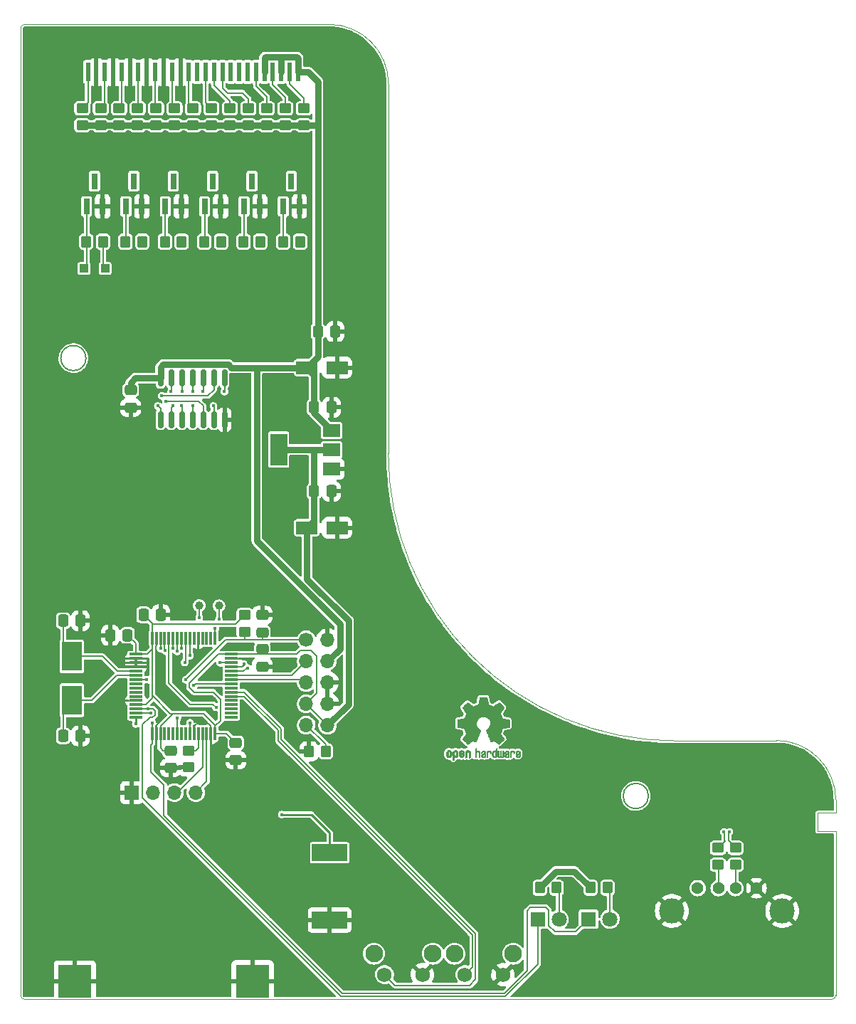
<source format=gbr>
G04 #@! TF.GenerationSoftware,KiCad,Pcbnew,(6.0.0)*
G04 #@! TF.CreationDate,2023-04-15T12:26:28+10:00*
G04 #@! TF.ProjectId,OpenFlops,4f70656e-466c-46f7-9073-2e6b69636164,1*
G04 #@! TF.SameCoordinates,Original*
G04 #@! TF.FileFunction,Copper,L1,Top*
G04 #@! TF.FilePolarity,Positive*
%FSLAX46Y46*%
G04 Gerber Fmt 4.6, Leading zero omitted, Abs format (unit mm)*
G04 Created by KiCad (PCBNEW (6.0.0)) date 2023-04-15 12:26:28*
%MOMM*%
%LPD*%
G01*
G04 APERTURE LIST*
G04 Aperture macros list*
%AMRoundRect*
0 Rectangle with rounded corners*
0 $1 Rounding radius*
0 $2 $3 $4 $5 $6 $7 $8 $9 X,Y pos of 4 corners*
0 Add a 4 corners polygon primitive as box body*
4,1,4,$2,$3,$4,$5,$6,$7,$8,$9,$2,$3,0*
0 Add four circle primitives for the rounded corners*
1,1,$1+$1,$2,$3*
1,1,$1+$1,$4,$5*
1,1,$1+$1,$6,$7*
1,1,$1+$1,$8,$9*
0 Add four rect primitives between the rounded corners*
20,1,$1+$1,$2,$3,$4,$5,0*
20,1,$1+$1,$4,$5,$6,$7,0*
20,1,$1+$1,$6,$7,$8,$9,0*
20,1,$1+$1,$8,$9,$2,$3,0*%
G04 Aperture macros list end*
G04 #@! TA.AperFunction,Profile*
%ADD10C,0.050000*%
G04 #@! TD*
G04 #@! TA.AperFunction,Profile*
%ADD11C,0.200000*%
G04 #@! TD*
G04 #@! TA.AperFunction,EtchedComponent*
%ADD12C,0.010000*%
G04 #@! TD*
G04 #@! TA.AperFunction,SMDPad,CuDef*
%ADD13RoundRect,0.250000X-0.350000X-0.450000X0.350000X-0.450000X0.350000X0.450000X-0.350000X0.450000X0*%
G04 #@! TD*
G04 #@! TA.AperFunction,SMDPad,CuDef*
%ADD14RoundRect,0.250000X-0.450000X0.350000X-0.450000X-0.350000X0.450000X-0.350000X0.450000X0.350000X0*%
G04 #@! TD*
G04 #@! TA.AperFunction,SMDPad,CuDef*
%ADD15RoundRect,0.250000X0.450000X-0.350000X0.450000X0.350000X-0.450000X0.350000X-0.450000X-0.350000X0*%
G04 #@! TD*
G04 #@! TA.AperFunction,SMDPad,CuDef*
%ADD16R,0.800000X1.900000*%
G04 #@! TD*
G04 #@! TA.AperFunction,SMDPad,CuDef*
%ADD17RoundRect,0.250000X-0.337500X-0.475000X0.337500X-0.475000X0.337500X0.475000X-0.337500X0.475000X0*%
G04 #@! TD*
G04 #@! TA.AperFunction,SMDPad,CuDef*
%ADD18RoundRect,0.075000X-0.700000X-0.075000X0.700000X-0.075000X0.700000X0.075000X-0.700000X0.075000X0*%
G04 #@! TD*
G04 #@! TA.AperFunction,SMDPad,CuDef*
%ADD19RoundRect,0.075000X-0.075000X-0.700000X0.075000X-0.700000X0.075000X0.700000X-0.075000X0.700000X0*%
G04 #@! TD*
G04 #@! TA.AperFunction,ComponentPad*
%ADD20C,1.428000*%
G04 #@! TD*
G04 #@! TA.AperFunction,ComponentPad*
%ADD21C,3.000000*%
G04 #@! TD*
G04 #@! TA.AperFunction,SMDPad,CuDef*
%ADD22RoundRect,0.250000X0.350000X0.450000X-0.350000X0.450000X-0.350000X-0.450000X0.350000X-0.450000X0*%
G04 #@! TD*
G04 #@! TA.AperFunction,SMDPad,CuDef*
%ADD23RoundRect,0.250000X0.475000X-0.337500X0.475000X0.337500X-0.475000X0.337500X-0.475000X-0.337500X0*%
G04 #@! TD*
G04 #@! TA.AperFunction,SMDPad,CuDef*
%ADD24C,1.000000*%
G04 #@! TD*
G04 #@! TA.AperFunction,ComponentPad*
%ADD25R,1.800000X1.800000*%
G04 #@! TD*
G04 #@! TA.AperFunction,ComponentPad*
%ADD26C,1.800000*%
G04 #@! TD*
G04 #@! TA.AperFunction,SMDPad,CuDef*
%ADD27R,4.000000X4.000000*%
G04 #@! TD*
G04 #@! TA.AperFunction,SMDPad,CuDef*
%ADD28R,4.200000X2.000000*%
G04 #@! TD*
G04 #@! TA.AperFunction,SMDPad,CuDef*
%ADD29R,2.000000X1.500000*%
G04 #@! TD*
G04 #@! TA.AperFunction,SMDPad,CuDef*
%ADD30R,2.000000X3.800000*%
G04 #@! TD*
G04 #@! TA.AperFunction,SMDPad,CuDef*
%ADD31R,0.600000X2.300000*%
G04 #@! TD*
G04 #@! TA.AperFunction,SMDPad,CuDef*
%ADD32RoundRect,0.250000X-1.050000X-0.550000X1.050000X-0.550000X1.050000X0.550000X-1.050000X0.550000X0*%
G04 #@! TD*
G04 #@! TA.AperFunction,SMDPad,CuDef*
%ADD33R,2.400000X3.500000*%
G04 #@! TD*
G04 #@! TA.AperFunction,SMDPad,CuDef*
%ADD34RoundRect,0.250000X-0.475000X0.337500X-0.475000X-0.337500X0.475000X-0.337500X0.475000X0.337500X0*%
G04 #@! TD*
G04 #@! TA.AperFunction,ComponentPad*
%ADD35R,1.700000X1.700000*%
G04 #@! TD*
G04 #@! TA.AperFunction,ComponentPad*
%ADD36O,1.700000X1.700000*%
G04 #@! TD*
G04 #@! TA.AperFunction,SMDPad,CuDef*
%ADD37R,1.000000X1.000000*%
G04 #@! TD*
G04 #@! TA.AperFunction,ComponentPad*
%ADD38C,2.100000*%
G04 #@! TD*
G04 #@! TA.AperFunction,ComponentPad*
%ADD39C,1.750000*%
G04 #@! TD*
G04 #@! TA.AperFunction,SMDPad,CuDef*
%ADD40RoundRect,0.250000X0.337500X0.475000X-0.337500X0.475000X-0.337500X-0.475000X0.337500X-0.475000X0*%
G04 #@! TD*
G04 #@! TA.AperFunction,ComponentPad*
%ADD41C,1.700000*%
G04 #@! TD*
G04 #@! TA.AperFunction,SMDPad,CuDef*
%ADD42RoundRect,0.150000X0.150000X-0.825000X0.150000X0.825000X-0.150000X0.825000X-0.150000X-0.825000X0*%
G04 #@! TD*
G04 #@! TA.AperFunction,ViaPad*
%ADD43C,0.400000*%
G04 #@! TD*
G04 #@! TA.AperFunction,ViaPad*
%ADD44C,0.600000*%
G04 #@! TD*
G04 #@! TA.AperFunction,Conductor*
%ADD45C,0.200000*%
G04 #@! TD*
G04 #@! TA.AperFunction,Conductor*
%ADD46C,0.750000*%
G04 #@! TD*
G04 #@! TA.AperFunction,Conductor*
%ADD47C,0.220000*%
G04 #@! TD*
G04 APERTURE END LIST*
D10*
X207450002Y-129425000D02*
X205275002Y-129425000D01*
X206973979Y-151605672D02*
G75*
G03*
X207448978Y-151129327I-674J475673D01*
G01*
D11*
X118225005Y-75300000D02*
G75*
G03*
X118225005Y-75300000I-1500005J0D01*
G01*
D10*
X154221823Y-42670673D02*
X154200002Y-86645673D01*
X188400001Y-120845674D02*
X200371621Y-120795672D01*
X207450000Y-131600000D02*
X205275000Y-131600000D01*
X110448671Y-151130873D02*
G75*
G03*
X110925018Y-151605876I475675J672D01*
G01*
X207446620Y-127870673D02*
X207450002Y-129425000D01*
X110923432Y-35605876D02*
X147146823Y-35595673D01*
X110923432Y-35605876D02*
G75*
G03*
X110448432Y-36082225I678J-475678D01*
G01*
X205275002Y-129425000D02*
X205275000Y-131600000D01*
X154200002Y-86645673D02*
G75*
G03*
X188400001Y-120845674I34199996J-5D01*
G01*
X207446620Y-127870673D02*
G75*
G03*
X200371621Y-120795672I-7074998J3D01*
G01*
X154221823Y-42670673D02*
G75*
G03*
X147146823Y-35595673I-7075002J-2D01*
G01*
X207448978Y-151129327D02*
X207450000Y-131600000D01*
X110448671Y-151130873D02*
X110448432Y-36082225D01*
X206973979Y-151605672D02*
X110925018Y-151605876D01*
D11*
X185150005Y-127400000D02*
G75*
G03*
X185150005Y-127400000I-1500005J0D01*
G01*
D12*
X165639879Y-115673130D02*
X165745613Y-115673709D01*
X165745613Y-115673709D02*
X165822133Y-115675276D01*
X165822133Y-115675276D02*
X165874373Y-115678326D01*
X165874373Y-115678326D02*
X165907264Y-115683350D01*
X165907264Y-115683350D02*
X165925738Y-115690843D01*
X165925738Y-115690843D02*
X165934728Y-115701298D01*
X165934728Y-115701298D02*
X165939164Y-115715207D01*
X165939164Y-115715207D02*
X165939595Y-115717008D01*
X165939595Y-115717008D02*
X165946334Y-115749499D01*
X165946334Y-115749499D02*
X165958809Y-115813606D01*
X165958809Y-115813606D02*
X165975720Y-115902505D01*
X165975720Y-115902505D02*
X165995772Y-116009373D01*
X165995772Y-116009373D02*
X166017665Y-116127387D01*
X166017665Y-116127387D02*
X166018430Y-116131532D01*
X166018430Y-116131532D02*
X166040360Y-116247185D01*
X166040360Y-116247185D02*
X166060878Y-116349368D01*
X166060878Y-116349368D02*
X166078660Y-116431952D01*
X166078660Y-116431952D02*
X166092382Y-116488810D01*
X166092382Y-116488810D02*
X166100719Y-116513812D01*
X166100719Y-116513812D02*
X166101117Y-116514255D01*
X166101117Y-116514255D02*
X166125678Y-116526464D01*
X166125678Y-116526464D02*
X166176316Y-116546810D01*
X166176316Y-116546810D02*
X166242096Y-116570899D01*
X166242096Y-116570899D02*
X166242462Y-116571028D01*
X166242462Y-116571028D02*
X166325318Y-116602172D01*
X166325318Y-116602172D02*
X166423001Y-116641845D01*
X166423001Y-116641845D02*
X166515078Y-116681735D01*
X166515078Y-116681735D02*
X166519435Y-116683707D01*
X166519435Y-116683707D02*
X166669408Y-116751774D01*
X166669408Y-116751774D02*
X167001499Y-116524993D01*
X167001499Y-116524993D02*
X167103375Y-116455858D01*
X167103375Y-116455858D02*
X167195658Y-116394051D01*
X167195658Y-116394051D02*
X167273004Y-116343087D01*
X167273004Y-116343087D02*
X167330065Y-116306481D01*
X167330065Y-116306481D02*
X167361496Y-116287748D01*
X167361496Y-116287748D02*
X167364480Y-116286358D01*
X167364480Y-116286358D02*
X167387322Y-116292544D01*
X167387322Y-116292544D02*
X167429983Y-116322389D01*
X167429983Y-116322389D02*
X167494129Y-116377301D01*
X167494129Y-116377301D02*
X167581422Y-116458688D01*
X167581422Y-116458688D02*
X167670536Y-116545276D01*
X167670536Y-116545276D02*
X167756442Y-116630601D01*
X167756442Y-116630601D02*
X167833328Y-116708462D01*
X167833328Y-116708462D02*
X167896565Y-116774051D01*
X167896565Y-116774051D02*
X167941524Y-116822559D01*
X167941524Y-116822559D02*
X167963577Y-116849179D01*
X167963577Y-116849179D02*
X167964397Y-116850549D01*
X167964397Y-116850549D02*
X167966835Y-116868817D01*
X167966835Y-116868817D02*
X167957651Y-116898649D01*
X167957651Y-116898649D02*
X167934575Y-116944075D01*
X167934575Y-116944075D02*
X167895338Y-117009124D01*
X167895338Y-117009124D02*
X167837671Y-117097824D01*
X167837671Y-117097824D02*
X167760796Y-117212011D01*
X167760796Y-117212011D02*
X167692571Y-117312516D01*
X167692571Y-117312516D02*
X167631583Y-117402657D01*
X167631583Y-117402657D02*
X167581357Y-117477203D01*
X167581357Y-117477203D02*
X167545417Y-117530919D01*
X167545417Y-117530919D02*
X167527288Y-117558572D01*
X167527288Y-117558572D02*
X167526147Y-117560449D01*
X167526147Y-117560449D02*
X167528360Y-117586944D01*
X167528360Y-117586944D02*
X167545139Y-117638440D01*
X167545139Y-117638440D02*
X167573143Y-117705205D01*
X167573143Y-117705205D02*
X167583123Y-117726526D01*
X167583123Y-117726526D02*
X167626673Y-117821513D01*
X167626673Y-117821513D02*
X167673135Y-117929291D01*
X167673135Y-117929291D02*
X167710878Y-118022546D01*
X167710878Y-118022546D02*
X167738074Y-118091760D01*
X167738074Y-118091760D02*
X167759676Y-118144360D01*
X167759676Y-118144360D02*
X167772159Y-118171851D01*
X167772159Y-118171851D02*
X167773710Y-118173970D01*
X167773710Y-118173970D02*
X167796669Y-118177478D01*
X167796669Y-118177478D02*
X167850787Y-118187092D01*
X167850787Y-118187092D02*
X167928869Y-118201443D01*
X167928869Y-118201443D02*
X168023720Y-118219161D01*
X168023720Y-118219161D02*
X168128144Y-118238879D01*
X168128144Y-118238879D02*
X168234945Y-118259228D01*
X168234945Y-118259228D02*
X168336927Y-118278840D01*
X168336927Y-118278840D02*
X168426895Y-118296345D01*
X168426895Y-118296345D02*
X168497654Y-118310376D01*
X168497654Y-118310376D02*
X168542007Y-118319563D01*
X168542007Y-118319563D02*
X168552886Y-118322161D01*
X168552886Y-118322161D02*
X168564123Y-118328572D01*
X168564123Y-118328572D02*
X168572606Y-118343051D01*
X168572606Y-118343051D02*
X168578715Y-118370487D01*
X168578715Y-118370487D02*
X168582833Y-118415765D01*
X168582833Y-118415765D02*
X168585342Y-118483774D01*
X168585342Y-118483774D02*
X168586622Y-118579401D01*
X168586622Y-118579401D02*
X168587055Y-118707534D01*
X168587055Y-118707534D02*
X168587078Y-118760055D01*
X168587078Y-118760055D02*
X168587078Y-119187199D01*
X168587078Y-119187199D02*
X168484501Y-119207445D01*
X168484501Y-119207445D02*
X168427432Y-119218424D01*
X168427432Y-119218424D02*
X168342270Y-119234449D01*
X168342270Y-119234449D02*
X168239373Y-119253587D01*
X168239373Y-119253587D02*
X168129097Y-119273905D01*
X168129097Y-119273905D02*
X168098616Y-119279486D01*
X168098616Y-119279486D02*
X167996856Y-119299271D01*
X167996856Y-119299271D02*
X167908206Y-119318727D01*
X167908206Y-119318727D02*
X167840109Y-119336051D01*
X167840109Y-119336051D02*
X167800005Y-119349442D01*
X167800005Y-119349442D02*
X167793324Y-119353433D01*
X167793324Y-119353433D02*
X167776920Y-119381696D01*
X167776920Y-119381696D02*
X167753400Y-119436463D01*
X167753400Y-119436463D02*
X167727317Y-119506942D01*
X167727317Y-119506942D02*
X167722143Y-119522123D01*
X167722143Y-119522123D02*
X167687957Y-119616250D01*
X167687957Y-119616250D02*
X167645524Y-119722455D01*
X167645524Y-119722455D02*
X167603998Y-119817827D01*
X167603998Y-119817827D02*
X167603793Y-119818270D01*
X167603793Y-119818270D02*
X167534641Y-119967879D01*
X167534641Y-119967879D02*
X167989513Y-120636971D01*
X167989513Y-120636971D02*
X167697501Y-120929470D01*
X167697501Y-120929470D02*
X167609181Y-121016524D01*
X167609181Y-121016524D02*
X167528626Y-121093263D01*
X167528626Y-121093263D02*
X167460361Y-121155591D01*
X167460361Y-121155591D02*
X167408909Y-121199410D01*
X167408909Y-121199410D02*
X167378795Y-121220624D01*
X167378795Y-121220624D02*
X167374475Y-121221970D01*
X167374475Y-121221970D02*
X167349112Y-121211370D01*
X167349112Y-121211370D02*
X167297359Y-121181901D01*
X167297359Y-121181901D02*
X167224869Y-121137059D01*
X167224869Y-121137059D02*
X167137295Y-121080338D01*
X167137295Y-121080338D02*
X167042613Y-121016816D01*
X167042613Y-121016816D02*
X166946517Y-120952022D01*
X166946517Y-120952022D02*
X166860838Y-120895641D01*
X166860838Y-120895641D02*
X166791017Y-120851142D01*
X166791017Y-120851142D02*
X166742495Y-120821993D01*
X166742495Y-120821993D02*
X166720783Y-120811662D01*
X166720783Y-120811662D02*
X166694294Y-120820404D01*
X166694294Y-120820404D02*
X166644063Y-120843441D01*
X166644063Y-120843441D02*
X166580452Y-120875985D01*
X166580452Y-120875985D02*
X166573709Y-120879603D01*
X166573709Y-120879603D02*
X166488047Y-120922564D01*
X166488047Y-120922564D02*
X166429307Y-120943633D01*
X166429307Y-120943633D02*
X166392773Y-120943857D01*
X166392773Y-120943857D02*
X166373732Y-120924282D01*
X166373732Y-120924282D02*
X166373621Y-120924008D01*
X166373621Y-120924008D02*
X166364103Y-120900826D01*
X166364103Y-120900826D02*
X166341404Y-120845795D01*
X166341404Y-120845795D02*
X166307283Y-120763176D01*
X166307283Y-120763176D02*
X166263501Y-120657226D01*
X166263501Y-120657226D02*
X166211817Y-120532206D01*
X166211817Y-120532206D02*
X166153993Y-120392374D01*
X166153993Y-120392374D02*
X166097992Y-120256991D01*
X166097992Y-120256991D02*
X166036448Y-120107588D01*
X166036448Y-120107588D02*
X165979940Y-119969186D01*
X165979940Y-119969186D02*
X165930162Y-119846027D01*
X165930162Y-119846027D02*
X165888807Y-119742356D01*
X165888807Y-119742356D02*
X165857569Y-119662413D01*
X165857569Y-119662413D02*
X165838142Y-119610442D01*
X165838142Y-119610442D02*
X165832155Y-119591046D01*
X165832155Y-119591046D02*
X165847169Y-119568797D01*
X165847169Y-119568797D02*
X165886440Y-119533336D01*
X165886440Y-119533336D02*
X165938808Y-119494241D01*
X165938808Y-119494241D02*
X166087942Y-119370599D01*
X166087942Y-119370599D02*
X166204512Y-119228876D01*
X166204512Y-119228876D02*
X166287119Y-119072058D01*
X166287119Y-119072058D02*
X166334367Y-118903129D01*
X166334367Y-118903129D02*
X166344858Y-118725076D01*
X166344858Y-118725076D02*
X166337232Y-118642893D01*
X166337232Y-118642893D02*
X166295683Y-118472385D01*
X166295683Y-118472385D02*
X166224124Y-118321813D01*
X166224124Y-118321813D02*
X166126996Y-118192663D01*
X166126996Y-118192663D02*
X166008735Y-118086418D01*
X166008735Y-118086418D02*
X165873781Y-118004564D01*
X165873781Y-118004564D02*
X165726572Y-117948586D01*
X165726572Y-117948586D02*
X165571545Y-117919969D01*
X165571545Y-117919969D02*
X165413140Y-117920198D01*
X165413140Y-117920198D02*
X165255795Y-117950759D01*
X165255795Y-117950759D02*
X165103947Y-118013136D01*
X165103947Y-118013136D02*
X164962036Y-118108814D01*
X164962036Y-118108814D02*
X164902804Y-118162926D01*
X164902804Y-118162926D02*
X164789204Y-118301874D01*
X164789204Y-118301874D02*
X164710107Y-118453715D01*
X164710107Y-118453715D02*
X164664987Y-118614021D01*
X164664987Y-118614021D02*
X164653317Y-118778366D01*
X164653317Y-118778366D02*
X164674570Y-118942325D01*
X164674570Y-118942325D02*
X164728221Y-119101472D01*
X164728221Y-119101472D02*
X164813741Y-119251379D01*
X164813741Y-119251379D02*
X164930606Y-119387621D01*
X164930606Y-119387621D02*
X165061194Y-119494241D01*
X165061194Y-119494241D02*
X165115589Y-119534996D01*
X165115589Y-119534996D02*
X165154015Y-119570072D01*
X165154015Y-119570072D02*
X165167847Y-119591080D01*
X165167847Y-119591080D02*
X165160604Y-119613989D01*
X165160604Y-119613989D02*
X165140006Y-119668719D01*
X165140006Y-119668719D02*
X165107747Y-119751026D01*
X165107747Y-119751026D02*
X165065522Y-119856669D01*
X165065522Y-119856669D02*
X165015024Y-119981404D01*
X165015024Y-119981404D02*
X164957949Y-120120990D01*
X164957949Y-120120990D02*
X164901855Y-120257024D01*
X164901855Y-120257024D02*
X164839968Y-120406555D01*
X164839968Y-120406555D02*
X164782645Y-120545121D01*
X164782645Y-120545121D02*
X164731645Y-120668461D01*
X164731645Y-120668461D02*
X164688728Y-120772318D01*
X164688728Y-120772318D02*
X164655654Y-120852434D01*
X164655654Y-120852434D02*
X164634182Y-120904549D01*
X164634182Y-120904549D02*
X164626226Y-120924008D01*
X164626226Y-120924008D02*
X164607430Y-120943777D01*
X164607430Y-120943777D02*
X164571075Y-120943719D01*
X164571075Y-120943719D02*
X164512480Y-120922795D01*
X164512480Y-120922795D02*
X164426969Y-120879967D01*
X164426969Y-120879967D02*
X164426293Y-120879603D01*
X164426293Y-120879603D02*
X164361908Y-120846366D01*
X164361908Y-120846366D02*
X164309862Y-120822156D01*
X164309862Y-120822156D02*
X164280513Y-120811758D01*
X164280513Y-120811758D02*
X164279218Y-120811662D01*
X164279218Y-120811662D02*
X164257125Y-120822209D01*
X164257125Y-120822209D02*
X164208349Y-120851538D01*
X164208349Y-120851538D02*
X164138332Y-120896181D01*
X164138332Y-120896181D02*
X164052515Y-120952668D01*
X164052515Y-120952668D02*
X163957389Y-121016816D01*
X163957389Y-121016816D02*
X163860541Y-121081765D01*
X163860541Y-121081765D02*
X163773254Y-121138250D01*
X163773254Y-121138250D02*
X163701182Y-121182775D01*
X163701182Y-121182775D02*
X163649978Y-121211844D01*
X163649978Y-121211844D02*
X163625527Y-121221970D01*
X163625527Y-121221970D02*
X163603011Y-121208661D01*
X163603011Y-121208661D02*
X163557743Y-121171466D01*
X163557743Y-121171466D02*
X163494245Y-121114482D01*
X163494245Y-121114482D02*
X163417040Y-121041803D01*
X163417040Y-121041803D02*
X163330652Y-120957525D01*
X163330652Y-120957525D02*
X163302400Y-120929370D01*
X163302400Y-120929370D02*
X163010288Y-120636770D01*
X163010288Y-120636770D02*
X163232632Y-120310458D01*
X163232632Y-120310458D02*
X163300203Y-120210251D01*
X163300203Y-120210251D02*
X163359508Y-120120317D01*
X163359508Y-120120317D02*
X163407218Y-120045864D01*
X163407218Y-120045864D02*
X163440008Y-119992105D01*
X163440008Y-119992105D02*
X163454549Y-119964248D01*
X163454549Y-119964248D02*
X163454975Y-119962266D01*
X163454975Y-119962266D02*
X163447309Y-119936009D01*
X163447309Y-119936009D02*
X163426690Y-119883191D01*
X163426690Y-119883191D02*
X163396686Y-119812664D01*
X163396686Y-119812664D02*
X163375626Y-119765447D01*
X163375626Y-119765447D02*
X163336249Y-119675048D01*
X163336249Y-119675048D02*
X163299166Y-119583720D01*
X163299166Y-119583720D02*
X163270416Y-119506554D01*
X163270416Y-119506554D02*
X163262606Y-119483046D01*
X163262606Y-119483046D02*
X163240418Y-119420270D01*
X163240418Y-119420270D02*
X163218728Y-119371765D01*
X163218728Y-119371765D02*
X163206814Y-119353433D01*
X163206814Y-119353433D02*
X163180524Y-119342213D01*
X163180524Y-119342213D02*
X163123143Y-119326308D01*
X163123143Y-119326308D02*
X163042119Y-119307521D01*
X163042119Y-119307521D02*
X162944896Y-119287653D01*
X162944896Y-119287653D02*
X162901386Y-119279486D01*
X162901386Y-119279486D02*
X162790897Y-119259183D01*
X162790897Y-119259183D02*
X162684917Y-119239524D01*
X162684917Y-119239524D02*
X162593802Y-119222442D01*
X162593802Y-119222442D02*
X162527909Y-119209872D01*
X162527909Y-119209872D02*
X162515501Y-119207445D01*
X162515501Y-119207445D02*
X162412924Y-119187199D01*
X162412924Y-119187199D02*
X162412924Y-118760055D01*
X162412924Y-118760055D02*
X162413154Y-118619600D01*
X162413154Y-118619600D02*
X162414100Y-118513333D01*
X162414100Y-118513333D02*
X162416142Y-118436367D01*
X162416142Y-118436367D02*
X162419663Y-118383814D01*
X162419663Y-118383814D02*
X162425044Y-118350787D01*
X162425044Y-118350787D02*
X162432667Y-118332399D01*
X162432667Y-118332399D02*
X162442913Y-118323762D01*
X162442913Y-118323762D02*
X162447116Y-118322161D01*
X162447116Y-118322161D02*
X162472471Y-118316481D01*
X162472471Y-118316481D02*
X162528485Y-118305149D01*
X162528485Y-118305149D02*
X162607965Y-118289533D01*
X162607965Y-118289533D02*
X162703713Y-118271001D01*
X162703713Y-118271001D02*
X162808534Y-118250923D01*
X162808534Y-118250923D02*
X162915233Y-118230666D01*
X162915233Y-118230666D02*
X163016614Y-118211600D01*
X163016614Y-118211600D02*
X163105480Y-118195093D01*
X163105480Y-118195093D02*
X163174638Y-118182513D01*
X163174638Y-118182513D02*
X163216890Y-118175229D01*
X163216890Y-118175229D02*
X163226291Y-118173970D01*
X163226291Y-118173970D02*
X163234808Y-118157117D01*
X163234808Y-118157117D02*
X163253661Y-118112224D01*
X163253661Y-118112224D02*
X163279325Y-118047784D01*
X163279325Y-118047784D02*
X163289124Y-118022546D01*
X163289124Y-118022546D02*
X163328649Y-117925040D01*
X163328649Y-117925040D02*
X163375193Y-117817313D01*
X163375193Y-117817313D02*
X163416878Y-117726526D01*
X163416878Y-117726526D02*
X163447551Y-117657107D01*
X163447551Y-117657107D02*
X163467957Y-117600064D01*
X163467957Y-117600064D02*
X163474769Y-117565131D01*
X163474769Y-117565131D02*
X163473683Y-117560449D01*
X163473683Y-117560449D02*
X163459286Y-117538345D01*
X163459286Y-117538345D02*
X163426413Y-117489185D01*
X163426413Y-117489185D02*
X163378591Y-117418202D01*
X163378591Y-117418202D02*
X163319349Y-117330632D01*
X163319349Y-117330632D02*
X163252216Y-117231711D01*
X163252216Y-117231711D02*
X163238942Y-117212184D01*
X163238942Y-117212184D02*
X163161047Y-117096494D01*
X163161047Y-117096494D02*
X163103788Y-117008398D01*
X163103788Y-117008398D02*
X163064882Y-116943840D01*
X163064882Y-116943840D02*
X163042045Y-116898765D01*
X163042045Y-116898765D02*
X163032995Y-116869117D01*
X163032995Y-116869117D02*
X163035449Y-116850839D01*
X163035449Y-116850839D02*
X163035512Y-116850723D01*
X163035512Y-116850723D02*
X163054828Y-116826715D01*
X163054828Y-116826715D02*
X163097552Y-116780301D01*
X163097552Y-116780301D02*
X163159052Y-116716291D01*
X163159052Y-116716291D02*
X163234699Y-116639499D01*
X163234699Y-116639499D02*
X163319862Y-116554736D01*
X163319862Y-116554736D02*
X163329466Y-116545276D01*
X163329466Y-116545276D02*
X163436791Y-116441343D01*
X163436791Y-116441343D02*
X163519616Y-116365029D01*
X163519616Y-116365029D02*
X163579606Y-116314925D01*
X163579606Y-116314925D02*
X163618424Y-116289624D01*
X163618424Y-116289624D02*
X163635521Y-116286358D01*
X163635521Y-116286358D02*
X163660474Y-116300604D01*
X163660474Y-116300604D02*
X163712256Y-116333510D01*
X163712256Y-116333510D02*
X163785521Y-116381562D01*
X163785521Y-116381562D02*
X163874921Y-116441244D01*
X163874921Y-116441244D02*
X163975112Y-116509042D01*
X163975112Y-116509042D02*
X163998502Y-116524993D01*
X163998502Y-116524993D02*
X164330594Y-116751774D01*
X164330594Y-116751774D02*
X164480566Y-116683707D01*
X164480566Y-116683707D02*
X164571771Y-116644039D01*
X164571771Y-116644039D02*
X164669670Y-116604145D01*
X164669670Y-116604145D02*
X164753832Y-116572337D01*
X164753832Y-116572337D02*
X164757539Y-116571028D01*
X164757539Y-116571028D02*
X164823370Y-116546930D01*
X164823370Y-116546930D02*
X164874117Y-116526554D01*
X164874117Y-116526554D02*
X164898843Y-116514290D01*
X164898843Y-116514290D02*
X164898885Y-116514255D01*
X164898885Y-116514255D02*
X164906730Y-116492088D01*
X164906730Y-116492088D02*
X164920067Y-116437571D01*
X164920067Y-116437571D02*
X164937571Y-116356834D01*
X164937571Y-116356834D02*
X164957918Y-116256004D01*
X164957918Y-116256004D02*
X164979783Y-116141210D01*
X164979783Y-116141210D02*
X164981572Y-116131532D01*
X164981572Y-116131532D02*
X165003505Y-116013258D01*
X165003505Y-116013258D02*
X165023641Y-115905896D01*
X165023641Y-115905896D02*
X165040681Y-115816271D01*
X165040681Y-115816271D02*
X165053329Y-115751205D01*
X165053329Y-115751205D02*
X165060285Y-115717522D01*
X165060285Y-115717522D02*
X165060407Y-115717008D01*
X165060407Y-115717008D02*
X165064640Y-115702679D01*
X165064640Y-115702679D02*
X165072872Y-115691861D01*
X165072872Y-115691861D02*
X165090034Y-115684060D01*
X165090034Y-115684060D02*
X165121059Y-115678783D01*
X165121059Y-115678783D02*
X165170879Y-115675536D01*
X165170879Y-115675536D02*
X165244425Y-115673826D01*
X165244425Y-115673826D02*
X165346630Y-115673161D01*
X165346630Y-115673161D02*
X165482426Y-115673047D01*
X165482426Y-115673047D02*
X165500001Y-115673046D01*
X165500001Y-115673046D02*
X165639879Y-115673130D01*
X165639879Y-115673130D02*
X165639879Y-115673130D01*
G36*
X165639879Y-115673130D02*
G01*
X165745613Y-115673709D01*
X165822133Y-115675276D01*
X165874373Y-115678326D01*
X165907264Y-115683350D01*
X165925738Y-115690843D01*
X165934728Y-115701298D01*
X165939164Y-115715207D01*
X165939595Y-115717008D01*
X165946334Y-115749499D01*
X165958809Y-115813606D01*
X165975720Y-115902505D01*
X165995772Y-116009373D01*
X166017665Y-116127387D01*
X166018430Y-116131532D01*
X166040360Y-116247185D01*
X166060878Y-116349368D01*
X166078660Y-116431952D01*
X166092382Y-116488810D01*
X166100719Y-116513812D01*
X166101117Y-116514255D01*
X166125678Y-116526464D01*
X166176316Y-116546810D01*
X166242096Y-116570899D01*
X166242462Y-116571028D01*
X166325318Y-116602172D01*
X166423001Y-116641845D01*
X166515078Y-116681735D01*
X166519435Y-116683707D01*
X166669408Y-116751774D01*
X167001499Y-116524993D01*
X167103375Y-116455858D01*
X167195658Y-116394051D01*
X167273004Y-116343087D01*
X167330065Y-116306481D01*
X167361496Y-116287748D01*
X167364480Y-116286358D01*
X167387322Y-116292544D01*
X167429983Y-116322389D01*
X167494129Y-116377301D01*
X167581422Y-116458688D01*
X167670536Y-116545276D01*
X167756442Y-116630601D01*
X167833328Y-116708462D01*
X167896565Y-116774051D01*
X167941524Y-116822559D01*
X167963577Y-116849179D01*
X167964397Y-116850549D01*
X167966835Y-116868817D01*
X167957651Y-116898649D01*
X167934575Y-116944075D01*
X167895338Y-117009124D01*
X167837671Y-117097824D01*
X167760796Y-117212011D01*
X167692571Y-117312516D01*
X167631583Y-117402657D01*
X167581357Y-117477203D01*
X167545417Y-117530919D01*
X167527288Y-117558572D01*
X167526147Y-117560449D01*
X167528360Y-117586944D01*
X167545139Y-117638440D01*
X167573143Y-117705205D01*
X167583123Y-117726526D01*
X167626673Y-117821513D01*
X167673135Y-117929291D01*
X167710878Y-118022546D01*
X167738074Y-118091760D01*
X167759676Y-118144360D01*
X167772159Y-118171851D01*
X167773710Y-118173970D01*
X167796669Y-118177478D01*
X167850787Y-118187092D01*
X167928869Y-118201443D01*
X168023720Y-118219161D01*
X168128144Y-118238879D01*
X168234945Y-118259228D01*
X168336927Y-118278840D01*
X168426895Y-118296345D01*
X168497654Y-118310376D01*
X168542007Y-118319563D01*
X168552886Y-118322161D01*
X168564123Y-118328572D01*
X168572606Y-118343051D01*
X168578715Y-118370487D01*
X168582833Y-118415765D01*
X168585342Y-118483774D01*
X168586622Y-118579401D01*
X168587055Y-118707534D01*
X168587078Y-118760055D01*
X168587078Y-119187199D01*
X168484501Y-119207445D01*
X168427432Y-119218424D01*
X168342270Y-119234449D01*
X168239373Y-119253587D01*
X168129097Y-119273905D01*
X168098616Y-119279486D01*
X167996856Y-119299271D01*
X167908206Y-119318727D01*
X167840109Y-119336051D01*
X167800005Y-119349442D01*
X167793324Y-119353433D01*
X167776920Y-119381696D01*
X167753400Y-119436463D01*
X167727317Y-119506942D01*
X167722143Y-119522123D01*
X167687957Y-119616250D01*
X167645524Y-119722455D01*
X167603998Y-119817827D01*
X167603793Y-119818270D01*
X167534641Y-119967879D01*
X167989513Y-120636971D01*
X167697501Y-120929470D01*
X167609181Y-121016524D01*
X167528626Y-121093263D01*
X167460361Y-121155591D01*
X167408909Y-121199410D01*
X167378795Y-121220624D01*
X167374475Y-121221970D01*
X167349112Y-121211370D01*
X167297359Y-121181901D01*
X167224869Y-121137059D01*
X167137295Y-121080338D01*
X167042613Y-121016816D01*
X166946517Y-120952022D01*
X166860838Y-120895641D01*
X166791017Y-120851142D01*
X166742495Y-120821993D01*
X166720783Y-120811662D01*
X166694294Y-120820404D01*
X166644063Y-120843441D01*
X166580452Y-120875985D01*
X166573709Y-120879603D01*
X166488047Y-120922564D01*
X166429307Y-120943633D01*
X166392773Y-120943857D01*
X166373732Y-120924282D01*
X166373621Y-120924008D01*
X166364103Y-120900826D01*
X166341404Y-120845795D01*
X166307283Y-120763176D01*
X166263501Y-120657226D01*
X166211817Y-120532206D01*
X166153993Y-120392374D01*
X166097992Y-120256991D01*
X166036448Y-120107588D01*
X165979940Y-119969186D01*
X165930162Y-119846027D01*
X165888807Y-119742356D01*
X165857569Y-119662413D01*
X165838142Y-119610442D01*
X165832155Y-119591046D01*
X165847169Y-119568797D01*
X165886440Y-119533336D01*
X165938808Y-119494241D01*
X166087942Y-119370599D01*
X166204512Y-119228876D01*
X166287119Y-119072058D01*
X166334367Y-118903129D01*
X166344858Y-118725076D01*
X166337232Y-118642893D01*
X166295683Y-118472385D01*
X166224124Y-118321813D01*
X166126996Y-118192663D01*
X166008735Y-118086418D01*
X165873781Y-118004564D01*
X165726572Y-117948586D01*
X165571545Y-117919969D01*
X165413140Y-117920198D01*
X165255795Y-117950759D01*
X165103947Y-118013136D01*
X164962036Y-118108814D01*
X164902804Y-118162926D01*
X164789204Y-118301874D01*
X164710107Y-118453715D01*
X164664987Y-118614021D01*
X164653317Y-118778366D01*
X164674570Y-118942325D01*
X164728221Y-119101472D01*
X164813741Y-119251379D01*
X164930606Y-119387621D01*
X165061194Y-119494241D01*
X165115589Y-119534996D01*
X165154015Y-119570072D01*
X165167847Y-119591080D01*
X165160604Y-119613989D01*
X165140006Y-119668719D01*
X165107747Y-119751026D01*
X165065522Y-119856669D01*
X165015024Y-119981404D01*
X164957949Y-120120990D01*
X164901855Y-120257024D01*
X164839968Y-120406555D01*
X164782645Y-120545121D01*
X164731645Y-120668461D01*
X164688728Y-120772318D01*
X164655654Y-120852434D01*
X164634182Y-120904549D01*
X164626226Y-120924008D01*
X164607430Y-120943777D01*
X164571075Y-120943719D01*
X164512480Y-120922795D01*
X164426969Y-120879967D01*
X164426293Y-120879603D01*
X164361908Y-120846366D01*
X164309862Y-120822156D01*
X164280513Y-120811758D01*
X164279218Y-120811662D01*
X164257125Y-120822209D01*
X164208349Y-120851538D01*
X164138332Y-120896181D01*
X164052515Y-120952668D01*
X163957389Y-121016816D01*
X163860541Y-121081765D01*
X163773254Y-121138250D01*
X163701182Y-121182775D01*
X163649978Y-121211844D01*
X163625527Y-121221970D01*
X163603011Y-121208661D01*
X163557743Y-121171466D01*
X163494245Y-121114482D01*
X163417040Y-121041803D01*
X163330652Y-120957525D01*
X163302400Y-120929370D01*
X163010288Y-120636770D01*
X163232632Y-120310458D01*
X163300203Y-120210251D01*
X163359508Y-120120317D01*
X163407218Y-120045864D01*
X163440008Y-119992105D01*
X163454549Y-119964248D01*
X163454975Y-119962266D01*
X163447309Y-119936009D01*
X163426690Y-119883191D01*
X163396686Y-119812664D01*
X163375626Y-119765447D01*
X163336249Y-119675048D01*
X163299166Y-119583720D01*
X163270416Y-119506554D01*
X163262606Y-119483046D01*
X163240418Y-119420270D01*
X163218728Y-119371765D01*
X163206814Y-119353433D01*
X163180524Y-119342213D01*
X163123143Y-119326308D01*
X163042119Y-119307521D01*
X162944896Y-119287653D01*
X162901386Y-119279486D01*
X162790897Y-119259183D01*
X162684917Y-119239524D01*
X162593802Y-119222442D01*
X162527909Y-119209872D01*
X162515501Y-119207445D01*
X162412924Y-119187199D01*
X162412924Y-118760055D01*
X162413154Y-118619600D01*
X162414100Y-118513333D01*
X162416142Y-118436367D01*
X162419663Y-118383814D01*
X162425044Y-118350787D01*
X162432667Y-118332399D01*
X162442913Y-118323762D01*
X162447116Y-118322161D01*
X162472471Y-118316481D01*
X162528485Y-118305149D01*
X162607965Y-118289533D01*
X162703713Y-118271001D01*
X162808534Y-118250923D01*
X162915233Y-118230666D01*
X163016614Y-118211600D01*
X163105480Y-118195093D01*
X163174638Y-118182513D01*
X163216890Y-118175229D01*
X163226291Y-118173970D01*
X163234808Y-118157117D01*
X163253661Y-118112224D01*
X163279325Y-118047784D01*
X163289124Y-118022546D01*
X163328649Y-117925040D01*
X163375193Y-117817313D01*
X163416878Y-117726526D01*
X163447551Y-117657107D01*
X163467957Y-117600064D01*
X163474769Y-117565131D01*
X163473683Y-117560449D01*
X163459286Y-117538345D01*
X163426413Y-117489185D01*
X163378591Y-117418202D01*
X163319349Y-117330632D01*
X163252216Y-117231711D01*
X163238942Y-117212184D01*
X163161047Y-117096494D01*
X163103788Y-117008398D01*
X163064882Y-116943840D01*
X163042045Y-116898765D01*
X163032995Y-116869117D01*
X163035449Y-116850839D01*
X163035512Y-116850723D01*
X163054828Y-116826715D01*
X163097552Y-116780301D01*
X163159052Y-116716291D01*
X163234699Y-116639499D01*
X163319862Y-116554736D01*
X163329466Y-116545276D01*
X163436791Y-116441343D01*
X163519616Y-116365029D01*
X163579606Y-116314925D01*
X163618424Y-116289624D01*
X163635521Y-116286358D01*
X163660474Y-116300604D01*
X163712256Y-116333510D01*
X163785521Y-116381562D01*
X163874921Y-116441244D01*
X163975112Y-116509042D01*
X163998502Y-116524993D01*
X164330594Y-116751774D01*
X164480566Y-116683707D01*
X164571771Y-116644039D01*
X164669670Y-116604145D01*
X164753832Y-116572337D01*
X164757539Y-116571028D01*
X164823370Y-116546930D01*
X164874117Y-116526554D01*
X164898843Y-116514290D01*
X164898885Y-116514255D01*
X164906730Y-116492088D01*
X164920067Y-116437571D01*
X164937571Y-116356834D01*
X164957918Y-116256004D01*
X164979783Y-116141210D01*
X164981572Y-116131532D01*
X165003505Y-116013258D01*
X165023641Y-115905896D01*
X165040681Y-115816271D01*
X165053329Y-115751205D01*
X165060285Y-115717522D01*
X165060407Y-115717008D01*
X165064640Y-115702679D01*
X165072872Y-115691861D01*
X165090034Y-115684060D01*
X165121059Y-115678783D01*
X165170879Y-115675536D01*
X165244425Y-115673826D01*
X165346630Y-115673161D01*
X165482426Y-115673047D01*
X165500001Y-115673046D01*
X165639879Y-115673130D01*
G37*
X165639879Y-115673130D02*
X165745613Y-115673709D01*
X165822133Y-115675276D01*
X165874373Y-115678326D01*
X165907264Y-115683350D01*
X165925738Y-115690843D01*
X165934728Y-115701298D01*
X165939164Y-115715207D01*
X165939595Y-115717008D01*
X165946334Y-115749499D01*
X165958809Y-115813606D01*
X165975720Y-115902505D01*
X165995772Y-116009373D01*
X166017665Y-116127387D01*
X166018430Y-116131532D01*
X166040360Y-116247185D01*
X166060878Y-116349368D01*
X166078660Y-116431952D01*
X166092382Y-116488810D01*
X166100719Y-116513812D01*
X166101117Y-116514255D01*
X166125678Y-116526464D01*
X166176316Y-116546810D01*
X166242096Y-116570899D01*
X166242462Y-116571028D01*
X166325318Y-116602172D01*
X166423001Y-116641845D01*
X166515078Y-116681735D01*
X166519435Y-116683707D01*
X166669408Y-116751774D01*
X167001499Y-116524993D01*
X167103375Y-116455858D01*
X167195658Y-116394051D01*
X167273004Y-116343087D01*
X167330065Y-116306481D01*
X167361496Y-116287748D01*
X167364480Y-116286358D01*
X167387322Y-116292544D01*
X167429983Y-116322389D01*
X167494129Y-116377301D01*
X167581422Y-116458688D01*
X167670536Y-116545276D01*
X167756442Y-116630601D01*
X167833328Y-116708462D01*
X167896565Y-116774051D01*
X167941524Y-116822559D01*
X167963577Y-116849179D01*
X167964397Y-116850549D01*
X167966835Y-116868817D01*
X167957651Y-116898649D01*
X167934575Y-116944075D01*
X167895338Y-117009124D01*
X167837671Y-117097824D01*
X167760796Y-117212011D01*
X167692571Y-117312516D01*
X167631583Y-117402657D01*
X167581357Y-117477203D01*
X167545417Y-117530919D01*
X167527288Y-117558572D01*
X167526147Y-117560449D01*
X167528360Y-117586944D01*
X167545139Y-117638440D01*
X167573143Y-117705205D01*
X167583123Y-117726526D01*
X167626673Y-117821513D01*
X167673135Y-117929291D01*
X167710878Y-118022546D01*
X167738074Y-118091760D01*
X167759676Y-118144360D01*
X167772159Y-118171851D01*
X167773710Y-118173970D01*
X167796669Y-118177478D01*
X167850787Y-118187092D01*
X167928869Y-118201443D01*
X168023720Y-118219161D01*
X168128144Y-118238879D01*
X168234945Y-118259228D01*
X168336927Y-118278840D01*
X168426895Y-118296345D01*
X168497654Y-118310376D01*
X168542007Y-118319563D01*
X168552886Y-118322161D01*
X168564123Y-118328572D01*
X168572606Y-118343051D01*
X168578715Y-118370487D01*
X168582833Y-118415765D01*
X168585342Y-118483774D01*
X168586622Y-118579401D01*
X168587055Y-118707534D01*
X168587078Y-118760055D01*
X168587078Y-119187199D01*
X168484501Y-119207445D01*
X168427432Y-119218424D01*
X168342270Y-119234449D01*
X168239373Y-119253587D01*
X168129097Y-119273905D01*
X168098616Y-119279486D01*
X167996856Y-119299271D01*
X167908206Y-119318727D01*
X167840109Y-119336051D01*
X167800005Y-119349442D01*
X167793324Y-119353433D01*
X167776920Y-119381696D01*
X167753400Y-119436463D01*
X167727317Y-119506942D01*
X167722143Y-119522123D01*
X167687957Y-119616250D01*
X167645524Y-119722455D01*
X167603998Y-119817827D01*
X167603793Y-119818270D01*
X167534641Y-119967879D01*
X167989513Y-120636971D01*
X167697501Y-120929470D01*
X167609181Y-121016524D01*
X167528626Y-121093263D01*
X167460361Y-121155591D01*
X167408909Y-121199410D01*
X167378795Y-121220624D01*
X167374475Y-121221970D01*
X167349112Y-121211370D01*
X167297359Y-121181901D01*
X167224869Y-121137059D01*
X167137295Y-121080338D01*
X167042613Y-121016816D01*
X166946517Y-120952022D01*
X166860838Y-120895641D01*
X166791017Y-120851142D01*
X166742495Y-120821993D01*
X166720783Y-120811662D01*
X166694294Y-120820404D01*
X166644063Y-120843441D01*
X166580452Y-120875985D01*
X166573709Y-120879603D01*
X166488047Y-120922564D01*
X166429307Y-120943633D01*
X166392773Y-120943857D01*
X166373732Y-120924282D01*
X166373621Y-120924008D01*
X166364103Y-120900826D01*
X166341404Y-120845795D01*
X166307283Y-120763176D01*
X166263501Y-120657226D01*
X166211817Y-120532206D01*
X166153993Y-120392374D01*
X166097992Y-120256991D01*
X166036448Y-120107588D01*
X165979940Y-119969186D01*
X165930162Y-119846027D01*
X165888807Y-119742356D01*
X165857569Y-119662413D01*
X165838142Y-119610442D01*
X165832155Y-119591046D01*
X165847169Y-119568797D01*
X165886440Y-119533336D01*
X165938808Y-119494241D01*
X166087942Y-119370599D01*
X166204512Y-119228876D01*
X166287119Y-119072058D01*
X166334367Y-118903129D01*
X166344858Y-118725076D01*
X166337232Y-118642893D01*
X166295683Y-118472385D01*
X166224124Y-118321813D01*
X166126996Y-118192663D01*
X166008735Y-118086418D01*
X165873781Y-118004564D01*
X165726572Y-117948586D01*
X165571545Y-117919969D01*
X165413140Y-117920198D01*
X165255795Y-117950759D01*
X165103947Y-118013136D01*
X164962036Y-118108814D01*
X164902804Y-118162926D01*
X164789204Y-118301874D01*
X164710107Y-118453715D01*
X164664987Y-118614021D01*
X164653317Y-118778366D01*
X164674570Y-118942325D01*
X164728221Y-119101472D01*
X164813741Y-119251379D01*
X164930606Y-119387621D01*
X165061194Y-119494241D01*
X165115589Y-119534996D01*
X165154015Y-119570072D01*
X165167847Y-119591080D01*
X165160604Y-119613989D01*
X165140006Y-119668719D01*
X165107747Y-119751026D01*
X165065522Y-119856669D01*
X165015024Y-119981404D01*
X164957949Y-120120990D01*
X164901855Y-120257024D01*
X164839968Y-120406555D01*
X164782645Y-120545121D01*
X164731645Y-120668461D01*
X164688728Y-120772318D01*
X164655654Y-120852434D01*
X164634182Y-120904549D01*
X164626226Y-120924008D01*
X164607430Y-120943777D01*
X164571075Y-120943719D01*
X164512480Y-120922795D01*
X164426969Y-120879967D01*
X164426293Y-120879603D01*
X164361908Y-120846366D01*
X164309862Y-120822156D01*
X164280513Y-120811758D01*
X164279218Y-120811662D01*
X164257125Y-120822209D01*
X164208349Y-120851538D01*
X164138332Y-120896181D01*
X164052515Y-120952668D01*
X163957389Y-121016816D01*
X163860541Y-121081765D01*
X163773254Y-121138250D01*
X163701182Y-121182775D01*
X163649978Y-121211844D01*
X163625527Y-121221970D01*
X163603011Y-121208661D01*
X163557743Y-121171466D01*
X163494245Y-121114482D01*
X163417040Y-121041803D01*
X163330652Y-120957525D01*
X163302400Y-120929370D01*
X163010288Y-120636770D01*
X163232632Y-120310458D01*
X163300203Y-120210251D01*
X163359508Y-120120317D01*
X163407218Y-120045864D01*
X163440008Y-119992105D01*
X163454549Y-119964248D01*
X163454975Y-119962266D01*
X163447309Y-119936009D01*
X163426690Y-119883191D01*
X163396686Y-119812664D01*
X163375626Y-119765447D01*
X163336249Y-119675048D01*
X163299166Y-119583720D01*
X163270416Y-119506554D01*
X163262606Y-119483046D01*
X163240418Y-119420270D01*
X163218728Y-119371765D01*
X163206814Y-119353433D01*
X163180524Y-119342213D01*
X163123143Y-119326308D01*
X163042119Y-119307521D01*
X162944896Y-119287653D01*
X162901386Y-119279486D01*
X162790897Y-119259183D01*
X162684917Y-119239524D01*
X162593802Y-119222442D01*
X162527909Y-119209872D01*
X162515501Y-119207445D01*
X162412924Y-119187199D01*
X162412924Y-118760055D01*
X162413154Y-118619600D01*
X162414100Y-118513333D01*
X162416142Y-118436367D01*
X162419663Y-118383814D01*
X162425044Y-118350787D01*
X162432667Y-118332399D01*
X162442913Y-118323762D01*
X162447116Y-118322161D01*
X162472471Y-118316481D01*
X162528485Y-118305149D01*
X162607965Y-118289533D01*
X162703713Y-118271001D01*
X162808534Y-118250923D01*
X162915233Y-118230666D01*
X163016614Y-118211600D01*
X163105480Y-118195093D01*
X163174638Y-118182513D01*
X163216890Y-118175229D01*
X163226291Y-118173970D01*
X163234808Y-118157117D01*
X163253661Y-118112224D01*
X163279325Y-118047784D01*
X163289124Y-118022546D01*
X163328649Y-117925040D01*
X163375193Y-117817313D01*
X163416878Y-117726526D01*
X163447551Y-117657107D01*
X163467957Y-117600064D01*
X163474769Y-117565131D01*
X163473683Y-117560449D01*
X163459286Y-117538345D01*
X163426413Y-117489185D01*
X163378591Y-117418202D01*
X163319349Y-117330632D01*
X163252216Y-117231711D01*
X163238942Y-117212184D01*
X163161047Y-117096494D01*
X163103788Y-117008398D01*
X163064882Y-116943840D01*
X163042045Y-116898765D01*
X163032995Y-116869117D01*
X163035449Y-116850839D01*
X163035512Y-116850723D01*
X163054828Y-116826715D01*
X163097552Y-116780301D01*
X163159052Y-116716291D01*
X163234699Y-116639499D01*
X163319862Y-116554736D01*
X163329466Y-116545276D01*
X163436791Y-116441343D01*
X163519616Y-116365029D01*
X163579606Y-116314925D01*
X163618424Y-116289624D01*
X163635521Y-116286358D01*
X163660474Y-116300604D01*
X163712256Y-116333510D01*
X163785521Y-116381562D01*
X163874921Y-116441244D01*
X163975112Y-116509042D01*
X163998502Y-116524993D01*
X164330594Y-116751774D01*
X164480566Y-116683707D01*
X164571771Y-116644039D01*
X164669670Y-116604145D01*
X164753832Y-116572337D01*
X164757539Y-116571028D01*
X164823370Y-116546930D01*
X164874117Y-116526554D01*
X164898843Y-116514290D01*
X164898885Y-116514255D01*
X164906730Y-116492088D01*
X164920067Y-116437571D01*
X164937571Y-116356834D01*
X164957918Y-116256004D01*
X164979783Y-116141210D01*
X164981572Y-116131532D01*
X165003505Y-116013258D01*
X165023641Y-115905896D01*
X165040681Y-115816271D01*
X165053329Y-115751205D01*
X165060285Y-115717522D01*
X165060407Y-115717008D01*
X165064640Y-115702679D01*
X165072872Y-115691861D01*
X165090034Y-115684060D01*
X165121059Y-115678783D01*
X165170879Y-115675536D01*
X165244425Y-115673826D01*
X165346630Y-115673161D01*
X165482426Y-115673047D01*
X165500001Y-115673046D01*
X165639879Y-115673130D01*
X165553502Y-122011657D02*
X165630061Y-122040087D01*
X165630061Y-122040087D02*
X165630937Y-122040633D01*
X165630937Y-122040633D02*
X165678286Y-122075481D01*
X165678286Y-122075481D02*
X165713242Y-122116206D01*
X165713242Y-122116206D02*
X165737826Y-122169279D01*
X165737826Y-122169279D02*
X165754063Y-122241168D01*
X165754063Y-122241168D02*
X165763976Y-122338346D01*
X165763976Y-122338346D02*
X165769587Y-122467282D01*
X165769587Y-122467282D02*
X165770078Y-122485652D01*
X165770078Y-122485652D02*
X165777142Y-122762641D01*
X165777142Y-122762641D02*
X165717696Y-122793382D01*
X165717696Y-122793382D02*
X165674682Y-122814156D01*
X165674682Y-122814156D02*
X165648711Y-122824000D01*
X165648711Y-122824000D02*
X165647510Y-122824123D01*
X165647510Y-122824123D02*
X165643015Y-122805960D01*
X165643015Y-122805960D02*
X165639445Y-122756966D01*
X165639445Y-122756966D02*
X165637249Y-122685385D01*
X165637249Y-122685385D02*
X165636770Y-122627422D01*
X165636770Y-122627422D02*
X165636759Y-122533524D01*
X165636759Y-122533524D02*
X165632467Y-122474557D01*
X165632467Y-122474557D02*
X165617504Y-122446433D01*
X165617504Y-122446433D02*
X165585483Y-122445060D01*
X165585483Y-122445060D02*
X165530015Y-122466352D01*
X165530015Y-122466352D02*
X165446270Y-122505490D01*
X165446270Y-122505490D02*
X165384690Y-122537997D01*
X165384690Y-122537997D02*
X165353018Y-122566199D01*
X165353018Y-122566199D02*
X165343707Y-122596936D01*
X165343707Y-122596936D02*
X165343693Y-122598458D01*
X165343693Y-122598458D02*
X165359058Y-122651408D01*
X165359058Y-122651408D02*
X165404548Y-122680014D01*
X165404548Y-122680014D02*
X165474167Y-122684157D01*
X165474167Y-122684157D02*
X165524314Y-122683438D01*
X165524314Y-122683438D02*
X165550755Y-122697881D01*
X165550755Y-122697881D02*
X165567244Y-122732572D01*
X165567244Y-122732572D02*
X165576734Y-122776770D01*
X165576734Y-122776770D02*
X165563058Y-122801847D01*
X165563058Y-122801847D02*
X165557908Y-122805436D01*
X165557908Y-122805436D02*
X165509426Y-122819850D01*
X165509426Y-122819850D02*
X165441532Y-122821891D01*
X165441532Y-122821891D02*
X165371613Y-122812337D01*
X165371613Y-122812337D02*
X165322069Y-122794876D01*
X165322069Y-122794876D02*
X165253571Y-122736718D01*
X165253571Y-122736718D02*
X165214635Y-122655762D01*
X165214635Y-122655762D02*
X165206924Y-122592514D01*
X165206924Y-122592514D02*
X165212808Y-122535465D01*
X165212808Y-122535465D02*
X165234102Y-122488896D01*
X165234102Y-122488896D02*
X165276266Y-122447535D01*
X165276266Y-122447535D02*
X165344760Y-122406109D01*
X165344760Y-122406109D02*
X165445045Y-122359347D01*
X165445045Y-122359347D02*
X165451155Y-122356704D01*
X165451155Y-122356704D02*
X165541491Y-122314971D01*
X165541491Y-122314971D02*
X165597236Y-122280745D01*
X165597236Y-122280745D02*
X165621130Y-122249989D01*
X165621130Y-122249989D02*
X165615914Y-122218665D01*
X165615914Y-122218665D02*
X165584329Y-122182737D01*
X165584329Y-122182737D02*
X165574884Y-122174470D01*
X165574884Y-122174470D02*
X165511618Y-122142412D01*
X165511618Y-122142412D02*
X165446065Y-122143761D01*
X165446065Y-122143761D02*
X165388973Y-122175192D01*
X165388973Y-122175192D02*
X165351094Y-122233378D01*
X165351094Y-122233378D02*
X165347575Y-122244800D01*
X165347575Y-122244800D02*
X165313301Y-122300191D01*
X165313301Y-122300191D02*
X165269810Y-122326872D01*
X165269810Y-122326872D02*
X165206924Y-122353314D01*
X165206924Y-122353314D02*
X165206924Y-122284902D01*
X165206924Y-122284902D02*
X165226053Y-122185464D01*
X165226053Y-122185464D02*
X165282832Y-122094256D01*
X165282832Y-122094256D02*
X165312379Y-122063743D01*
X165312379Y-122063743D02*
X165379543Y-122024582D01*
X165379543Y-122024582D02*
X165464957Y-122006854D01*
X165464957Y-122006854D02*
X165553502Y-122011657D01*
X165553502Y-122011657D02*
X165553502Y-122011657D01*
G36*
X165553502Y-122011657D02*
G01*
X165630061Y-122040087D01*
X165630937Y-122040633D01*
X165678286Y-122075481D01*
X165713242Y-122116206D01*
X165737826Y-122169279D01*
X165754063Y-122241168D01*
X165763976Y-122338346D01*
X165769587Y-122467282D01*
X165770078Y-122485652D01*
X165777142Y-122762641D01*
X165717696Y-122793382D01*
X165674682Y-122814156D01*
X165648711Y-122824000D01*
X165647510Y-122824123D01*
X165643015Y-122805960D01*
X165639445Y-122756966D01*
X165637249Y-122685385D01*
X165636770Y-122627422D01*
X165636759Y-122533524D01*
X165632467Y-122474557D01*
X165617504Y-122446433D01*
X165585483Y-122445060D01*
X165530015Y-122466352D01*
X165446270Y-122505490D01*
X165384690Y-122537997D01*
X165353018Y-122566199D01*
X165343707Y-122596936D01*
X165343693Y-122598458D01*
X165359058Y-122651408D01*
X165404548Y-122680014D01*
X165474167Y-122684157D01*
X165524314Y-122683438D01*
X165550755Y-122697881D01*
X165567244Y-122732572D01*
X165576734Y-122776770D01*
X165563058Y-122801847D01*
X165557908Y-122805436D01*
X165509426Y-122819850D01*
X165441532Y-122821891D01*
X165371613Y-122812337D01*
X165322069Y-122794876D01*
X165253571Y-122736718D01*
X165214635Y-122655762D01*
X165206924Y-122592514D01*
X165212808Y-122535465D01*
X165234102Y-122488896D01*
X165276266Y-122447535D01*
X165344760Y-122406109D01*
X165445045Y-122359347D01*
X165451155Y-122356704D01*
X165541491Y-122314971D01*
X165597236Y-122280745D01*
X165621130Y-122249989D01*
X165615914Y-122218665D01*
X165584329Y-122182737D01*
X165574884Y-122174470D01*
X165511618Y-122142412D01*
X165446065Y-122143761D01*
X165388973Y-122175192D01*
X165351094Y-122233378D01*
X165347575Y-122244800D01*
X165313301Y-122300191D01*
X165269810Y-122326872D01*
X165206924Y-122353314D01*
X165206924Y-122284902D01*
X165226053Y-122185464D01*
X165282832Y-122094256D01*
X165312379Y-122063743D01*
X165379543Y-122024582D01*
X165464957Y-122006854D01*
X165553502Y-122011657D01*
G37*
X165553502Y-122011657D02*
X165630061Y-122040087D01*
X165630937Y-122040633D01*
X165678286Y-122075481D01*
X165713242Y-122116206D01*
X165737826Y-122169279D01*
X165754063Y-122241168D01*
X165763976Y-122338346D01*
X165769587Y-122467282D01*
X165770078Y-122485652D01*
X165777142Y-122762641D01*
X165717696Y-122793382D01*
X165674682Y-122814156D01*
X165648711Y-122824000D01*
X165647510Y-122824123D01*
X165643015Y-122805960D01*
X165639445Y-122756966D01*
X165637249Y-122685385D01*
X165636770Y-122627422D01*
X165636759Y-122533524D01*
X165632467Y-122474557D01*
X165617504Y-122446433D01*
X165585483Y-122445060D01*
X165530015Y-122466352D01*
X165446270Y-122505490D01*
X165384690Y-122537997D01*
X165353018Y-122566199D01*
X165343707Y-122596936D01*
X165343693Y-122598458D01*
X165359058Y-122651408D01*
X165404548Y-122680014D01*
X165474167Y-122684157D01*
X165524314Y-122683438D01*
X165550755Y-122697881D01*
X165567244Y-122732572D01*
X165576734Y-122776770D01*
X165563058Y-122801847D01*
X165557908Y-122805436D01*
X165509426Y-122819850D01*
X165441532Y-122821891D01*
X165371613Y-122812337D01*
X165322069Y-122794876D01*
X165253571Y-122736718D01*
X165214635Y-122655762D01*
X165206924Y-122592514D01*
X165212808Y-122535465D01*
X165234102Y-122488896D01*
X165276266Y-122447535D01*
X165344760Y-122406109D01*
X165445045Y-122359347D01*
X165451155Y-122356704D01*
X165541491Y-122314971D01*
X165597236Y-122280745D01*
X165621130Y-122249989D01*
X165615914Y-122218665D01*
X165584329Y-122182737D01*
X165574884Y-122174470D01*
X165511618Y-122142412D01*
X165446065Y-122143761D01*
X165388973Y-122175192D01*
X165351094Y-122233378D01*
X165347575Y-122244800D01*
X165313301Y-122300191D01*
X165269810Y-122326872D01*
X165206924Y-122353314D01*
X165206924Y-122284902D01*
X165226053Y-122185464D01*
X165282832Y-122094256D01*
X165312379Y-122063743D01*
X165379543Y-122024582D01*
X165464957Y-122006854D01*
X165553502Y-122011657D01*
X169070808Y-122022136D02*
X169094162Y-122032342D01*
X169094162Y-122032342D02*
X169149903Y-122076488D01*
X169149903Y-122076488D02*
X169197570Y-122140321D01*
X169197570Y-122140321D02*
X169227049Y-122208441D01*
X169227049Y-122208441D02*
X169231847Y-122242024D01*
X169231847Y-122242024D02*
X169215761Y-122288910D01*
X169215761Y-122288910D02*
X169180476Y-122313719D01*
X169180476Y-122313719D02*
X169142645Y-122328741D01*
X169142645Y-122328741D02*
X169125322Y-122331509D01*
X169125322Y-122331509D02*
X169116887Y-122311420D01*
X169116887Y-122311420D02*
X169100231Y-122267705D01*
X169100231Y-122267705D02*
X169092924Y-122247952D01*
X169092924Y-122247952D02*
X169051949Y-122179625D01*
X169051949Y-122179625D02*
X168992623Y-122145545D01*
X168992623Y-122145545D02*
X168916553Y-122146593D01*
X168916553Y-122146593D02*
X168910919Y-122147935D01*
X168910919Y-122147935D02*
X168870306Y-122167190D01*
X168870306Y-122167190D02*
X168840449Y-122204729D01*
X168840449Y-122204729D02*
X168820056Y-122265163D01*
X168820056Y-122265163D02*
X168807837Y-122353105D01*
X168807837Y-122353105D02*
X168802501Y-122473167D01*
X168802501Y-122473167D02*
X168802001Y-122537052D01*
X168802001Y-122537052D02*
X168801753Y-122637757D01*
X168801753Y-122637757D02*
X168800127Y-122706408D01*
X168800127Y-122706408D02*
X168795802Y-122750027D01*
X168795802Y-122750027D02*
X168787455Y-122775636D01*
X168787455Y-122775636D02*
X168773766Y-122790257D01*
X168773766Y-122790257D02*
X168753412Y-122800912D01*
X168753412Y-122800912D02*
X168752235Y-122801449D01*
X168752235Y-122801449D02*
X168713039Y-122818021D01*
X168713039Y-122818021D02*
X168693620Y-122824123D01*
X168693620Y-122824123D02*
X168690636Y-122805673D01*
X168690636Y-122805673D02*
X168688082Y-122754677D01*
X168688082Y-122754677D02*
X168686141Y-122677662D01*
X168686141Y-122677662D02*
X168684998Y-122581159D01*
X168684998Y-122581159D02*
X168684770Y-122510538D01*
X168684770Y-122510538D02*
X168685933Y-122373879D01*
X168685933Y-122373879D02*
X168690480Y-122270205D01*
X168690480Y-122270205D02*
X168700000Y-122193462D01*
X168700000Y-122193462D02*
X168716082Y-122137600D01*
X168716082Y-122137600D02*
X168740314Y-122096566D01*
X168740314Y-122096566D02*
X168774287Y-122064308D01*
X168774287Y-122064308D02*
X168807834Y-122041794D01*
X168807834Y-122041794D02*
X168888500Y-122011830D01*
X168888500Y-122011830D02*
X168982382Y-122005072D01*
X168982382Y-122005072D02*
X169070808Y-122022136D01*
X169070808Y-122022136D02*
X169070808Y-122022136D01*
G36*
X169070808Y-122022136D02*
G01*
X169094162Y-122032342D01*
X169149903Y-122076488D01*
X169197570Y-122140321D01*
X169227049Y-122208441D01*
X169231847Y-122242024D01*
X169215761Y-122288910D01*
X169180476Y-122313719D01*
X169142645Y-122328741D01*
X169125322Y-122331509D01*
X169116887Y-122311420D01*
X169100231Y-122267705D01*
X169092924Y-122247952D01*
X169051949Y-122179625D01*
X168992623Y-122145545D01*
X168916553Y-122146593D01*
X168910919Y-122147935D01*
X168870306Y-122167190D01*
X168840449Y-122204729D01*
X168820056Y-122265163D01*
X168807837Y-122353105D01*
X168802501Y-122473167D01*
X168802001Y-122537052D01*
X168801753Y-122637757D01*
X168800127Y-122706408D01*
X168795802Y-122750027D01*
X168787455Y-122775636D01*
X168773766Y-122790257D01*
X168753412Y-122800912D01*
X168752235Y-122801449D01*
X168713039Y-122818021D01*
X168693620Y-122824123D01*
X168690636Y-122805673D01*
X168688082Y-122754677D01*
X168686141Y-122677662D01*
X168684998Y-122581159D01*
X168684770Y-122510538D01*
X168685933Y-122373879D01*
X168690480Y-122270205D01*
X168700000Y-122193462D01*
X168716082Y-122137600D01*
X168740314Y-122096566D01*
X168774287Y-122064308D01*
X168807834Y-122041794D01*
X168888500Y-122011830D01*
X168982382Y-122005072D01*
X169070808Y-122022136D01*
G37*
X169070808Y-122022136D02*
X169094162Y-122032342D01*
X169149903Y-122076488D01*
X169197570Y-122140321D01*
X169227049Y-122208441D01*
X169231847Y-122242024D01*
X169215761Y-122288910D01*
X169180476Y-122313719D01*
X169142645Y-122328741D01*
X169125322Y-122331509D01*
X169116887Y-122311420D01*
X169100231Y-122267705D01*
X169092924Y-122247952D01*
X169051949Y-122179625D01*
X168992623Y-122145545D01*
X168916553Y-122146593D01*
X168910919Y-122147935D01*
X168870306Y-122167190D01*
X168840449Y-122204729D01*
X168820056Y-122265163D01*
X168807837Y-122353105D01*
X168802501Y-122473167D01*
X168802001Y-122537052D01*
X168801753Y-122637757D01*
X168800127Y-122706408D01*
X168795802Y-122750027D01*
X168787455Y-122775636D01*
X168773766Y-122790257D01*
X168753412Y-122800912D01*
X168752235Y-122801449D01*
X168713039Y-122818021D01*
X168693620Y-122824123D01*
X168690636Y-122805673D01*
X168688082Y-122754677D01*
X168686141Y-122677662D01*
X168684998Y-122581159D01*
X168684770Y-122510538D01*
X168685933Y-122373879D01*
X168690480Y-122270205D01*
X168700000Y-122193462D01*
X168716082Y-122137600D01*
X168740314Y-122096566D01*
X168774287Y-122064308D01*
X168807834Y-122041794D01*
X168888500Y-122011830D01*
X168982382Y-122005072D01*
X169070808Y-122022136D01*
X167895930Y-122022016D02*
X167898912Y-122073422D01*
X167898912Y-122073422D02*
X167901248Y-122151546D01*
X167901248Y-122151546D02*
X167902750Y-122250211D01*
X167902750Y-122250211D02*
X167903232Y-122353697D01*
X167903232Y-122353697D02*
X167903232Y-122703887D01*
X167903232Y-122703887D02*
X167841402Y-122765717D01*
X167841402Y-122765717D02*
X167798794Y-122803816D01*
X167798794Y-122803816D02*
X167761391Y-122819249D01*
X167761391Y-122819249D02*
X167710271Y-122818272D01*
X167710271Y-122818272D02*
X167689979Y-122815787D01*
X167689979Y-122815787D02*
X167626555Y-122808554D01*
X167626555Y-122808554D02*
X167574096Y-122804409D01*
X167574096Y-122804409D02*
X167561309Y-122804026D01*
X167561309Y-122804026D02*
X167518200Y-122806530D01*
X167518200Y-122806530D02*
X167456545Y-122812816D01*
X167456545Y-122812816D02*
X167432639Y-122815787D01*
X167432639Y-122815787D02*
X167373923Y-122820382D01*
X167373923Y-122820382D02*
X167334465Y-122810400D01*
X167334465Y-122810400D02*
X167295339Y-122779582D01*
X167295339Y-122779582D02*
X167281216Y-122765717D01*
X167281216Y-122765717D02*
X167219386Y-122703887D01*
X167219386Y-122703887D02*
X167219386Y-122048857D01*
X167219386Y-122048857D02*
X167269151Y-122026183D01*
X167269151Y-122026183D02*
X167312003Y-122009388D01*
X167312003Y-122009388D02*
X167337074Y-122003508D01*
X167337074Y-122003508D02*
X167343502Y-122022090D01*
X167343502Y-122022090D02*
X167349510Y-122074009D01*
X167349510Y-122074009D02*
X167354698Y-122153526D01*
X167354698Y-122153526D02*
X167358665Y-122254900D01*
X167358665Y-122254900D02*
X167360578Y-122340546D01*
X167360578Y-122340546D02*
X167365924Y-122677585D01*
X167365924Y-122677585D02*
X167412561Y-122684179D01*
X167412561Y-122684179D02*
X167454977Y-122679568D01*
X167454977Y-122679568D02*
X167475761Y-122664641D01*
X167475761Y-122664641D02*
X167481571Y-122636731D01*
X167481571Y-122636731D02*
X167486531Y-122577279D01*
X167486531Y-122577279D02*
X167490247Y-122493820D01*
X167490247Y-122493820D02*
X167492325Y-122393886D01*
X167492325Y-122393886D02*
X167492625Y-122342458D01*
X167492625Y-122342458D02*
X167492924Y-122046408D01*
X167492924Y-122046408D02*
X167554455Y-122024958D01*
X167554455Y-122024958D02*
X167598005Y-122010374D01*
X167598005Y-122010374D02*
X167621695Y-122003573D01*
X167621695Y-122003573D02*
X167622378Y-122003508D01*
X167622378Y-122003508D02*
X167624755Y-122021996D01*
X167624755Y-122021996D02*
X167627367Y-122073260D01*
X167627367Y-122073260D02*
X167629996Y-122151003D01*
X167629996Y-122151003D02*
X167632422Y-122248928D01*
X167632422Y-122248928D02*
X167634116Y-122340546D01*
X167634116Y-122340546D02*
X167639462Y-122677585D01*
X167639462Y-122677585D02*
X167756693Y-122677585D01*
X167756693Y-122677585D02*
X167762073Y-122370100D01*
X167762073Y-122370100D02*
X167767452Y-122062615D01*
X167767452Y-122062615D02*
X167824602Y-122033061D01*
X167824602Y-122033061D02*
X167866798Y-122012767D01*
X167866798Y-122012767D02*
X167891771Y-122003558D01*
X167891771Y-122003558D02*
X167892492Y-122003508D01*
X167892492Y-122003508D02*
X167895930Y-122022016D01*
X167895930Y-122022016D02*
X167895930Y-122022016D01*
G36*
X167895930Y-122022016D02*
G01*
X167898912Y-122073422D01*
X167901248Y-122151546D01*
X167902750Y-122250211D01*
X167903232Y-122353697D01*
X167903232Y-122703887D01*
X167841402Y-122765717D01*
X167798794Y-122803816D01*
X167761391Y-122819249D01*
X167710271Y-122818272D01*
X167689979Y-122815787D01*
X167626555Y-122808554D01*
X167574096Y-122804409D01*
X167561309Y-122804026D01*
X167518200Y-122806530D01*
X167456545Y-122812816D01*
X167432639Y-122815787D01*
X167373923Y-122820382D01*
X167334465Y-122810400D01*
X167295339Y-122779582D01*
X167281216Y-122765717D01*
X167219386Y-122703887D01*
X167219386Y-122048857D01*
X167269151Y-122026183D01*
X167312003Y-122009388D01*
X167337074Y-122003508D01*
X167343502Y-122022090D01*
X167349510Y-122074009D01*
X167354698Y-122153526D01*
X167358665Y-122254900D01*
X167360578Y-122340546D01*
X167365924Y-122677585D01*
X167412561Y-122684179D01*
X167454977Y-122679568D01*
X167475761Y-122664641D01*
X167481571Y-122636731D01*
X167486531Y-122577279D01*
X167490247Y-122493820D01*
X167492325Y-122393886D01*
X167492625Y-122342458D01*
X167492924Y-122046408D01*
X167554455Y-122024958D01*
X167598005Y-122010374D01*
X167621695Y-122003573D01*
X167622378Y-122003508D01*
X167624755Y-122021996D01*
X167627367Y-122073260D01*
X167629996Y-122151003D01*
X167632422Y-122248928D01*
X167634116Y-122340546D01*
X167639462Y-122677585D01*
X167756693Y-122677585D01*
X167762073Y-122370100D01*
X167767452Y-122062615D01*
X167824602Y-122033061D01*
X167866798Y-122012767D01*
X167891771Y-122003558D01*
X167892492Y-122003508D01*
X167895930Y-122022016D01*
G37*
X167895930Y-122022016D02*
X167898912Y-122073422D01*
X167901248Y-122151546D01*
X167902750Y-122250211D01*
X167903232Y-122353697D01*
X167903232Y-122703887D01*
X167841402Y-122765717D01*
X167798794Y-122803816D01*
X167761391Y-122819249D01*
X167710271Y-122818272D01*
X167689979Y-122815787D01*
X167626555Y-122808554D01*
X167574096Y-122804409D01*
X167561309Y-122804026D01*
X167518200Y-122806530D01*
X167456545Y-122812816D01*
X167432639Y-122815787D01*
X167373923Y-122820382D01*
X167334465Y-122810400D01*
X167295339Y-122779582D01*
X167281216Y-122765717D01*
X167219386Y-122703887D01*
X167219386Y-122048857D01*
X167269151Y-122026183D01*
X167312003Y-122009388D01*
X167337074Y-122003508D01*
X167343502Y-122022090D01*
X167349510Y-122074009D01*
X167354698Y-122153526D01*
X167358665Y-122254900D01*
X167360578Y-122340546D01*
X167365924Y-122677585D01*
X167412561Y-122684179D01*
X167454977Y-122679568D01*
X167475761Y-122664641D01*
X167481571Y-122636731D01*
X167486531Y-122577279D01*
X167490247Y-122493820D01*
X167492325Y-122393886D01*
X167492625Y-122342458D01*
X167492924Y-122046408D01*
X167554455Y-122024958D01*
X167598005Y-122010374D01*
X167621695Y-122003573D01*
X167622378Y-122003508D01*
X167624755Y-122021996D01*
X167627367Y-122073260D01*
X167629996Y-122151003D01*
X167632422Y-122248928D01*
X167634116Y-122340546D01*
X167639462Y-122677585D01*
X167756693Y-122677585D01*
X167762073Y-122370100D01*
X167767452Y-122062615D01*
X167824602Y-122033061D01*
X167866798Y-122012767D01*
X167891771Y-122003558D01*
X167892492Y-122003508D01*
X167895930Y-122022016D01*
X167102082Y-122165643D02*
X167101834Y-122311674D01*
X167101834Y-122311674D02*
X167100873Y-122424009D01*
X167100873Y-122424009D02*
X167098795Y-122508032D01*
X167098795Y-122508032D02*
X167095194Y-122569123D01*
X167095194Y-122569123D02*
X167089666Y-122612663D01*
X167089666Y-122612663D02*
X167081805Y-122644033D01*
X167081805Y-122644033D02*
X167071208Y-122668616D01*
X167071208Y-122668616D02*
X167063183Y-122682648D01*
X167063183Y-122682648D02*
X166996729Y-122758742D01*
X166996729Y-122758742D02*
X166912471Y-122806438D01*
X166912471Y-122806438D02*
X166819250Y-122823553D01*
X166819250Y-122823553D02*
X166725901Y-122807900D01*
X166725901Y-122807900D02*
X166670313Y-122779772D01*
X166670313Y-122779772D02*
X166611958Y-122731114D01*
X166611958Y-122731114D02*
X166572187Y-122671687D01*
X166572187Y-122671687D02*
X166548191Y-122593861D01*
X166548191Y-122593861D02*
X166537162Y-122490006D01*
X166537162Y-122490006D02*
X166535600Y-122413816D01*
X166535600Y-122413816D02*
X166535810Y-122408340D01*
X166535810Y-122408340D02*
X166672309Y-122408340D01*
X166672309Y-122408340D02*
X166673142Y-122495709D01*
X166673142Y-122495709D02*
X166676962Y-122553546D01*
X166676962Y-122553546D02*
X166685747Y-122591383D01*
X166685747Y-122591383D02*
X166701475Y-122618752D01*
X166701475Y-122618752D02*
X166720267Y-122639396D01*
X166720267Y-122639396D02*
X166783376Y-122679244D01*
X166783376Y-122679244D02*
X166851138Y-122682649D01*
X166851138Y-122682649D02*
X166915180Y-122649379D01*
X166915180Y-122649379D02*
X166920165Y-122644871D01*
X166920165Y-122644871D02*
X166941440Y-122621421D01*
X166941440Y-122621421D02*
X166954780Y-122593520D01*
X166954780Y-122593520D02*
X166962002Y-122551995D01*
X166962002Y-122551995D02*
X166964924Y-122487670D01*
X166964924Y-122487670D02*
X166965386Y-122416554D01*
X166965386Y-122416554D02*
X166964384Y-122327212D01*
X166964384Y-122327212D02*
X166960239Y-122267612D01*
X166960239Y-122267612D02*
X166951237Y-122228443D01*
X166951237Y-122228443D02*
X166935668Y-122200394D01*
X166935668Y-122200394D02*
X166922903Y-122185498D01*
X166922903Y-122185498D02*
X166863601Y-122147929D01*
X166863601Y-122147929D02*
X166795302Y-122143411D01*
X166795302Y-122143411D02*
X166730111Y-122172107D01*
X166730111Y-122172107D02*
X166717529Y-122182760D01*
X166717529Y-122182760D02*
X166696112Y-122206417D01*
X166696112Y-122206417D02*
X166682745Y-122234605D01*
X166682745Y-122234605D02*
X166675567Y-122276599D01*
X166675567Y-122276599D02*
X166672720Y-122341673D01*
X166672720Y-122341673D02*
X166672309Y-122408340D01*
X166672309Y-122408340D02*
X166535810Y-122408340D01*
X166535810Y-122408340D02*
X166540323Y-122291119D01*
X166540323Y-122291119D02*
X166556363Y-122198931D01*
X166556363Y-122198931D02*
X166586529Y-122129623D01*
X166586529Y-122129623D02*
X166633630Y-122075565D01*
X166633630Y-122075565D02*
X166670313Y-122047859D01*
X166670313Y-122047859D02*
X166736991Y-122017926D01*
X166736991Y-122017926D02*
X166814273Y-122004032D01*
X166814273Y-122004032D02*
X166886111Y-122007751D01*
X166886111Y-122007751D02*
X166926309Y-122022754D01*
X166926309Y-122022754D02*
X166942083Y-122027024D01*
X166942083Y-122027024D02*
X166952551Y-122011104D01*
X166952551Y-122011104D02*
X166959857Y-121968443D01*
X166959857Y-121968443D02*
X166965386Y-121903460D01*
X166965386Y-121903460D02*
X166971438Y-121831086D01*
X166971438Y-121831086D02*
X166979845Y-121787541D01*
X166979845Y-121787541D02*
X166995142Y-121762641D01*
X166995142Y-121762641D02*
X167021865Y-121746199D01*
X167021865Y-121746199D02*
X167038655Y-121738918D01*
X167038655Y-121738918D02*
X167102155Y-121712317D01*
X167102155Y-121712317D02*
X167102082Y-122165643D01*
X167102082Y-122165643D02*
X167102082Y-122165643D01*
G36*
X166556363Y-122198931D02*
G01*
X166586529Y-122129623D01*
X166633630Y-122075565D01*
X166670313Y-122047859D01*
X166736991Y-122017926D01*
X166814273Y-122004032D01*
X166886111Y-122007751D01*
X166926309Y-122022754D01*
X166942083Y-122027024D01*
X166952551Y-122011104D01*
X166959857Y-121968443D01*
X166965386Y-121903460D01*
X166971438Y-121831086D01*
X166979845Y-121787541D01*
X166995142Y-121762641D01*
X167021865Y-121746199D01*
X167038655Y-121738918D01*
X167102155Y-121712317D01*
X167102082Y-122165643D01*
X167101834Y-122311674D01*
X167100873Y-122424009D01*
X167098795Y-122508032D01*
X167095194Y-122569123D01*
X167089666Y-122612663D01*
X167081805Y-122644033D01*
X167071208Y-122668616D01*
X167063183Y-122682648D01*
X166996729Y-122758742D01*
X166912471Y-122806438D01*
X166819250Y-122823553D01*
X166725901Y-122807900D01*
X166670313Y-122779772D01*
X166611958Y-122731114D01*
X166572187Y-122671687D01*
X166548191Y-122593861D01*
X166537162Y-122490006D01*
X166535600Y-122413816D01*
X166535810Y-122408340D01*
X166672309Y-122408340D01*
X166673142Y-122495709D01*
X166676962Y-122553546D01*
X166685747Y-122591383D01*
X166701475Y-122618752D01*
X166720267Y-122639396D01*
X166783376Y-122679244D01*
X166851138Y-122682649D01*
X166915180Y-122649379D01*
X166920165Y-122644871D01*
X166941440Y-122621421D01*
X166954780Y-122593520D01*
X166962002Y-122551995D01*
X166964924Y-122487670D01*
X166965386Y-122416554D01*
X166964384Y-122327212D01*
X166960239Y-122267612D01*
X166951237Y-122228443D01*
X166935668Y-122200394D01*
X166922903Y-122185498D01*
X166863601Y-122147929D01*
X166795302Y-122143411D01*
X166730111Y-122172107D01*
X166717529Y-122182760D01*
X166696112Y-122206417D01*
X166682745Y-122234605D01*
X166675567Y-122276599D01*
X166672720Y-122341673D01*
X166672309Y-122408340D01*
X166535810Y-122408340D01*
X166540323Y-122291119D01*
X166556363Y-122198931D01*
G37*
X166556363Y-122198931D02*
X166586529Y-122129623D01*
X166633630Y-122075565D01*
X166670313Y-122047859D01*
X166736991Y-122017926D01*
X166814273Y-122004032D01*
X166886111Y-122007751D01*
X166926309Y-122022754D01*
X166942083Y-122027024D01*
X166952551Y-122011104D01*
X166959857Y-121968443D01*
X166965386Y-121903460D01*
X166971438Y-121831086D01*
X166979845Y-121787541D01*
X166995142Y-121762641D01*
X167021865Y-121746199D01*
X167038655Y-121738918D01*
X167102155Y-121712317D01*
X167102082Y-122165643D01*
X167101834Y-122311674D01*
X167100873Y-122424009D01*
X167098795Y-122508032D01*
X167095194Y-122569123D01*
X167089666Y-122612663D01*
X167081805Y-122644033D01*
X167071208Y-122668616D01*
X167063183Y-122682648D01*
X166996729Y-122758742D01*
X166912471Y-122806438D01*
X166819250Y-122823553D01*
X166725901Y-122807900D01*
X166670313Y-122779772D01*
X166611958Y-122731114D01*
X166572187Y-122671687D01*
X166548191Y-122593861D01*
X166537162Y-122490006D01*
X166535600Y-122413816D01*
X166535810Y-122408340D01*
X166672309Y-122408340D01*
X166673142Y-122495709D01*
X166676962Y-122553546D01*
X166685747Y-122591383D01*
X166701475Y-122618752D01*
X166720267Y-122639396D01*
X166783376Y-122679244D01*
X166851138Y-122682649D01*
X166915180Y-122649379D01*
X166920165Y-122644871D01*
X166941440Y-122621421D01*
X166954780Y-122593520D01*
X166962002Y-122551995D01*
X166964924Y-122487670D01*
X166965386Y-122416554D01*
X166964384Y-122327212D01*
X166960239Y-122267612D01*
X166951237Y-122228443D01*
X166935668Y-122200394D01*
X166922903Y-122185498D01*
X166863601Y-122147929D01*
X166795302Y-122143411D01*
X166730111Y-122172107D01*
X166717529Y-122182760D01*
X166696112Y-122206417D01*
X166682745Y-122234605D01*
X166675567Y-122276599D01*
X166672720Y-122341673D01*
X166672309Y-122408340D01*
X166535810Y-122408340D01*
X166540323Y-122291119D01*
X166556363Y-122198931D01*
X163771665Y-121980443D02*
X163834368Y-122016712D01*
X163834368Y-122016712D02*
X163877962Y-122052712D01*
X163877962Y-122052712D02*
X163909846Y-122090429D01*
X163909846Y-122090429D02*
X163931811Y-122136553D01*
X163931811Y-122136553D02*
X163945650Y-122197775D01*
X163945650Y-122197775D02*
X163953154Y-122280785D01*
X163953154Y-122280785D02*
X163956118Y-122392273D01*
X163956118Y-122392273D02*
X163956462Y-122472416D01*
X163956462Y-122472416D02*
X163956462Y-122767419D01*
X163956462Y-122767419D02*
X163790386Y-122841869D01*
X163790386Y-122841869D02*
X163780616Y-122518756D01*
X163780616Y-122518756D02*
X163776580Y-122398083D01*
X163776580Y-122398083D02*
X163772345Y-122310495D01*
X163772345Y-122310495D02*
X163767098Y-122250004D01*
X163767098Y-122250004D02*
X163760026Y-122210622D01*
X163760026Y-122210622D02*
X163750312Y-122186361D01*
X163750312Y-122186361D02*
X163737145Y-122171234D01*
X163737145Y-122171234D02*
X163732920Y-122167960D01*
X163732920Y-122167960D02*
X163668910Y-122142388D01*
X163668910Y-122142388D02*
X163604209Y-122152507D01*
X163604209Y-122152507D02*
X163565693Y-122179354D01*
X163565693Y-122179354D02*
X163550026Y-122198378D01*
X163550026Y-122198378D02*
X163539181Y-122223342D01*
X163539181Y-122223342D02*
X163532289Y-122261188D01*
X163532289Y-122261188D02*
X163528480Y-122318856D01*
X163528480Y-122318856D02*
X163526884Y-122403289D01*
X163526884Y-122403289D02*
X163526616Y-122491282D01*
X163526616Y-122491282D02*
X163526564Y-122601677D01*
X163526564Y-122601677D02*
X163524673Y-122679817D01*
X163524673Y-122679817D02*
X163518346Y-122732519D01*
X163518346Y-122732519D02*
X163504984Y-122766596D01*
X163504984Y-122766596D02*
X163481986Y-122788865D01*
X163481986Y-122788865D02*
X163446755Y-122806141D01*
X163446755Y-122806141D02*
X163399698Y-122824092D01*
X163399698Y-122824092D02*
X163348304Y-122843632D01*
X163348304Y-122843632D02*
X163354422Y-122496839D01*
X163354422Y-122496839D02*
X163356885Y-122371822D01*
X163356885Y-122371822D02*
X163359768Y-122279436D01*
X163359768Y-122279436D02*
X163363899Y-122213235D01*
X163363899Y-122213235D02*
X163370108Y-122166774D01*
X163370108Y-122166774D02*
X163379227Y-122133610D01*
X163379227Y-122133610D02*
X163392084Y-122107298D01*
X163392084Y-122107298D02*
X163407585Y-122084083D01*
X163407585Y-122084083D02*
X163482372Y-122009923D01*
X163482372Y-122009923D02*
X163573629Y-121967038D01*
X163573629Y-121967038D02*
X163672884Y-121956766D01*
X163672884Y-121956766D02*
X163771665Y-121980443D01*
X163771665Y-121980443D02*
X163771665Y-121980443D01*
G36*
X163771665Y-121980443D02*
G01*
X163834368Y-122016712D01*
X163877962Y-122052712D01*
X163909846Y-122090429D01*
X163931811Y-122136553D01*
X163945650Y-122197775D01*
X163953154Y-122280785D01*
X163956118Y-122392273D01*
X163956462Y-122472416D01*
X163956462Y-122767419D01*
X163790386Y-122841869D01*
X163780616Y-122518756D01*
X163776580Y-122398083D01*
X163772345Y-122310495D01*
X163767098Y-122250004D01*
X163760026Y-122210622D01*
X163750312Y-122186361D01*
X163737145Y-122171234D01*
X163732920Y-122167960D01*
X163668910Y-122142388D01*
X163604209Y-122152507D01*
X163565693Y-122179354D01*
X163550026Y-122198378D01*
X163539181Y-122223342D01*
X163532289Y-122261188D01*
X163528480Y-122318856D01*
X163526884Y-122403289D01*
X163526616Y-122491282D01*
X163526564Y-122601677D01*
X163524673Y-122679817D01*
X163518346Y-122732519D01*
X163504984Y-122766596D01*
X163481986Y-122788865D01*
X163446755Y-122806141D01*
X163399698Y-122824092D01*
X163348304Y-122843632D01*
X163354422Y-122496839D01*
X163356885Y-122371822D01*
X163359768Y-122279436D01*
X163363899Y-122213235D01*
X163370108Y-122166774D01*
X163379227Y-122133610D01*
X163392084Y-122107298D01*
X163407585Y-122084083D01*
X163482372Y-122009923D01*
X163573629Y-121967038D01*
X163672884Y-121956766D01*
X163771665Y-121980443D01*
G37*
X163771665Y-121980443D02*
X163834368Y-122016712D01*
X163877962Y-122052712D01*
X163909846Y-122090429D01*
X163931811Y-122136553D01*
X163945650Y-122197775D01*
X163953154Y-122280785D01*
X163956118Y-122392273D01*
X163956462Y-122472416D01*
X163956462Y-122767419D01*
X163790386Y-122841869D01*
X163780616Y-122518756D01*
X163776580Y-122398083D01*
X163772345Y-122310495D01*
X163767098Y-122250004D01*
X163760026Y-122210622D01*
X163750312Y-122186361D01*
X163737145Y-122171234D01*
X163732920Y-122167960D01*
X163668910Y-122142388D01*
X163604209Y-122152507D01*
X163565693Y-122179354D01*
X163550026Y-122198378D01*
X163539181Y-122223342D01*
X163532289Y-122261188D01*
X163528480Y-122318856D01*
X163526884Y-122403289D01*
X163526616Y-122491282D01*
X163526564Y-122601677D01*
X163524673Y-122679817D01*
X163518346Y-122732519D01*
X163504984Y-122766596D01*
X163481986Y-122788865D01*
X163446755Y-122806141D01*
X163399698Y-122824092D01*
X163348304Y-122843632D01*
X163354422Y-122496839D01*
X163356885Y-122371822D01*
X163359768Y-122279436D01*
X163363899Y-122213235D01*
X163370108Y-122166774D01*
X163379227Y-122133610D01*
X163392084Y-122107298D01*
X163407585Y-122084083D01*
X163482372Y-122009923D01*
X163573629Y-121967038D01*
X163672884Y-121956766D01*
X163771665Y-121980443D01*
X168387334Y-122018882D02*
X168443591Y-122044471D01*
X168443591Y-122044471D02*
X168487748Y-122075478D01*
X168487748Y-122075478D02*
X168520102Y-122110149D01*
X168520102Y-122110149D02*
X168542439Y-122154874D01*
X168542439Y-122154874D02*
X168556547Y-122216046D01*
X168556547Y-122216046D02*
X168564212Y-122300055D01*
X168564212Y-122300055D02*
X168567221Y-122413294D01*
X168567221Y-122413294D02*
X168567539Y-122487863D01*
X168567539Y-122487863D02*
X168567539Y-122778774D01*
X168567539Y-122778774D02*
X168517774Y-122801449D01*
X168517774Y-122801449D02*
X168478577Y-122818021D01*
X168478577Y-122818021D02*
X168459158Y-122824123D01*
X168459158Y-122824123D02*
X168455443Y-122805964D01*
X168455443Y-122805964D02*
X168452496Y-122757002D01*
X168452496Y-122757002D02*
X168450692Y-122685507D01*
X168450692Y-122685507D02*
X168450309Y-122628739D01*
X168450309Y-122628739D02*
X168448662Y-122546725D01*
X168448662Y-122546725D02*
X168444223Y-122481663D01*
X168444223Y-122481663D02*
X168437741Y-122441821D01*
X168437741Y-122441821D02*
X168432591Y-122433354D01*
X168432591Y-122433354D02*
X168397978Y-122442000D01*
X168397978Y-122442000D02*
X168343641Y-122464177D01*
X168343641Y-122464177D02*
X168280723Y-122494240D01*
X168280723Y-122494240D02*
X168220369Y-122526546D01*
X168220369Y-122526546D02*
X168173722Y-122555452D01*
X168173722Y-122555452D02*
X168151927Y-122575315D01*
X168151927Y-122575315D02*
X168151840Y-122575529D01*
X168151840Y-122575529D02*
X168153715Y-122612289D01*
X168153715Y-122612289D02*
X168170526Y-122647380D01*
X168170526Y-122647380D02*
X168200040Y-122675882D01*
X168200040Y-122675882D02*
X168243117Y-122685415D01*
X168243117Y-122685415D02*
X168279933Y-122684304D01*
X168279933Y-122684304D02*
X168332075Y-122683487D01*
X168332075Y-122683487D02*
X168359445Y-122695703D01*
X168359445Y-122695703D02*
X168375883Y-122727978D01*
X168375883Y-122727978D02*
X168377956Y-122734064D01*
X168377956Y-122734064D02*
X168385082Y-122780093D01*
X168385082Y-122780093D02*
X168366025Y-122808041D01*
X168366025Y-122808041D02*
X168316354Y-122821361D01*
X168316354Y-122821361D02*
X168262698Y-122823824D01*
X168262698Y-122823824D02*
X168166143Y-122805564D01*
X168166143Y-122805564D02*
X168116160Y-122779485D01*
X168116160Y-122779485D02*
X168054430Y-122718222D01*
X168054430Y-122718222D02*
X168021691Y-122643024D01*
X168021691Y-122643024D02*
X168018754Y-122563565D01*
X168018754Y-122563565D02*
X168046425Y-122489521D01*
X168046425Y-122489521D02*
X168088048Y-122443123D01*
X168088048Y-122443123D02*
X168129605Y-122417147D01*
X168129605Y-122417147D02*
X168194923Y-122384261D01*
X168194923Y-122384261D02*
X168271039Y-122350911D01*
X168271039Y-122350911D02*
X168283727Y-122345815D01*
X168283727Y-122345815D02*
X168367334Y-122308919D01*
X168367334Y-122308919D02*
X168415531Y-122276400D01*
X168415531Y-122276400D02*
X168431031Y-122244072D01*
X168431031Y-122244072D02*
X168416551Y-122207748D01*
X168416551Y-122207748D02*
X168391693Y-122179354D01*
X168391693Y-122179354D02*
X168332940Y-122144393D01*
X168332940Y-122144393D02*
X168268294Y-122141771D01*
X168268294Y-122141771D02*
X168209009Y-122168712D01*
X168209009Y-122168712D02*
X168166340Y-122222442D01*
X168166340Y-122222442D02*
X168160740Y-122236304D01*
X168160740Y-122236304D02*
X168128134Y-122287290D01*
X168128134Y-122287290D02*
X168080531Y-122325141D01*
X168080531Y-122325141D02*
X168020462Y-122356204D01*
X168020462Y-122356204D02*
X168020462Y-122268122D01*
X168020462Y-122268122D02*
X168023998Y-122214305D01*
X168023998Y-122214305D02*
X168039157Y-122171888D01*
X168039157Y-122171888D02*
X168072769Y-122126633D01*
X168072769Y-122126633D02*
X168105036Y-122091774D01*
X168105036Y-122091774D02*
X168155210Y-122042416D01*
X168155210Y-122042416D02*
X168194194Y-122015901D01*
X168194194Y-122015901D02*
X168236065Y-122005265D01*
X168236065Y-122005265D02*
X168283461Y-122003508D01*
X168283461Y-122003508D02*
X168387334Y-122018882D01*
X168387334Y-122018882D02*
X168387334Y-122018882D01*
G36*
X168387334Y-122018882D02*
G01*
X168443591Y-122044471D01*
X168487748Y-122075478D01*
X168520102Y-122110149D01*
X168542439Y-122154874D01*
X168556547Y-122216046D01*
X168564212Y-122300055D01*
X168567221Y-122413294D01*
X168567539Y-122487863D01*
X168567539Y-122778774D01*
X168517774Y-122801449D01*
X168478577Y-122818021D01*
X168459158Y-122824123D01*
X168455443Y-122805964D01*
X168452496Y-122757002D01*
X168450692Y-122685507D01*
X168450309Y-122628739D01*
X168448662Y-122546725D01*
X168444223Y-122481663D01*
X168437741Y-122441821D01*
X168432591Y-122433354D01*
X168397978Y-122442000D01*
X168343641Y-122464177D01*
X168280723Y-122494240D01*
X168220369Y-122526546D01*
X168173722Y-122555452D01*
X168151927Y-122575315D01*
X168151840Y-122575529D01*
X168153715Y-122612289D01*
X168170526Y-122647380D01*
X168200040Y-122675882D01*
X168243117Y-122685415D01*
X168279933Y-122684304D01*
X168332075Y-122683487D01*
X168359445Y-122695703D01*
X168375883Y-122727978D01*
X168377956Y-122734064D01*
X168385082Y-122780093D01*
X168366025Y-122808041D01*
X168316354Y-122821361D01*
X168262698Y-122823824D01*
X168166143Y-122805564D01*
X168116160Y-122779485D01*
X168054430Y-122718222D01*
X168021691Y-122643024D01*
X168018754Y-122563565D01*
X168046425Y-122489521D01*
X168088048Y-122443123D01*
X168129605Y-122417147D01*
X168194923Y-122384261D01*
X168271039Y-122350911D01*
X168283727Y-122345815D01*
X168367334Y-122308919D01*
X168415531Y-122276400D01*
X168431031Y-122244072D01*
X168416551Y-122207748D01*
X168391693Y-122179354D01*
X168332940Y-122144393D01*
X168268294Y-122141771D01*
X168209009Y-122168712D01*
X168166340Y-122222442D01*
X168160740Y-122236304D01*
X168128134Y-122287290D01*
X168080531Y-122325141D01*
X168020462Y-122356204D01*
X168020462Y-122268122D01*
X168023998Y-122214305D01*
X168039157Y-122171888D01*
X168072769Y-122126633D01*
X168105036Y-122091774D01*
X168155210Y-122042416D01*
X168194194Y-122015901D01*
X168236065Y-122005265D01*
X168283461Y-122003508D01*
X168387334Y-122018882D01*
G37*
X168387334Y-122018882D02*
X168443591Y-122044471D01*
X168487748Y-122075478D01*
X168520102Y-122110149D01*
X168542439Y-122154874D01*
X168556547Y-122216046D01*
X168564212Y-122300055D01*
X168567221Y-122413294D01*
X168567539Y-122487863D01*
X168567539Y-122778774D01*
X168517774Y-122801449D01*
X168478577Y-122818021D01*
X168459158Y-122824123D01*
X168455443Y-122805964D01*
X168452496Y-122757002D01*
X168450692Y-122685507D01*
X168450309Y-122628739D01*
X168448662Y-122546725D01*
X168444223Y-122481663D01*
X168437741Y-122441821D01*
X168432591Y-122433354D01*
X168397978Y-122442000D01*
X168343641Y-122464177D01*
X168280723Y-122494240D01*
X168220369Y-122526546D01*
X168173722Y-122555452D01*
X168151927Y-122575315D01*
X168151840Y-122575529D01*
X168153715Y-122612289D01*
X168170526Y-122647380D01*
X168200040Y-122675882D01*
X168243117Y-122685415D01*
X168279933Y-122684304D01*
X168332075Y-122683487D01*
X168359445Y-122695703D01*
X168375883Y-122727978D01*
X168377956Y-122734064D01*
X168385082Y-122780093D01*
X168366025Y-122808041D01*
X168316354Y-122821361D01*
X168262698Y-122823824D01*
X168166143Y-122805564D01*
X168116160Y-122779485D01*
X168054430Y-122718222D01*
X168021691Y-122643024D01*
X168018754Y-122563565D01*
X168046425Y-122489521D01*
X168088048Y-122443123D01*
X168129605Y-122417147D01*
X168194923Y-122384261D01*
X168271039Y-122350911D01*
X168283727Y-122345815D01*
X168367334Y-122308919D01*
X168415531Y-122276400D01*
X168431031Y-122244072D01*
X168416551Y-122207748D01*
X168391693Y-122179354D01*
X168332940Y-122144393D01*
X168268294Y-122141771D01*
X168209009Y-122168712D01*
X168166340Y-122222442D01*
X168160740Y-122236304D01*
X168128134Y-122287290D01*
X168080531Y-122325141D01*
X168020462Y-122356204D01*
X168020462Y-122268122D01*
X168023998Y-122214305D01*
X168039157Y-122171888D01*
X168072769Y-122126633D01*
X168105036Y-122091774D01*
X168155210Y-122042416D01*
X168194194Y-122015901D01*
X168236065Y-122005265D01*
X168283461Y-122003508D01*
X168387334Y-122018882D01*
X169745225Y-122033192D02*
X169822529Y-122083715D01*
X169822529Y-122083715D02*
X169859815Y-122128944D01*
X169859815Y-122128944D02*
X169889354Y-122211017D01*
X169889354Y-122211017D02*
X169891700Y-122275961D01*
X169891700Y-122275961D02*
X169886386Y-122362799D01*
X169886386Y-122362799D02*
X169686116Y-122450457D01*
X169686116Y-122450457D02*
X169588740Y-122495241D01*
X169588740Y-122495241D02*
X169525114Y-122531267D01*
X169525114Y-122531267D02*
X169492030Y-122562471D01*
X169492030Y-122562471D02*
X169486281Y-122592790D01*
X169486281Y-122592790D02*
X169504659Y-122626159D01*
X169504659Y-122626159D02*
X169524924Y-122648277D01*
X169524924Y-122648277D02*
X169583890Y-122683747D01*
X169583890Y-122683747D02*
X169648025Y-122686233D01*
X169648025Y-122686233D02*
X169706927Y-122658589D01*
X169706927Y-122658589D02*
X169750198Y-122603674D01*
X169750198Y-122603674D02*
X169757937Y-122584282D01*
X169757937Y-122584282D02*
X169795007Y-122523718D01*
X169795007Y-122523718D02*
X169837655Y-122497906D01*
X169837655Y-122497906D02*
X169896155Y-122475825D01*
X169896155Y-122475825D02*
X169896155Y-122559538D01*
X169896155Y-122559538D02*
X169890983Y-122616504D01*
X169890983Y-122616504D02*
X169870724Y-122664543D01*
X169870724Y-122664543D02*
X169828263Y-122719700D01*
X169828263Y-122719700D02*
X169821952Y-122726868D01*
X169821952Y-122726868D02*
X169774721Y-122775939D01*
X169774721Y-122775939D02*
X169734122Y-122802274D01*
X169734122Y-122802274D02*
X169683329Y-122814389D01*
X169683329Y-122814389D02*
X169641221Y-122818357D01*
X169641221Y-122818357D02*
X169565903Y-122819345D01*
X169565903Y-122819345D02*
X169512287Y-122806820D01*
X169512287Y-122806820D02*
X169478839Y-122788223D01*
X169478839Y-122788223D02*
X169426269Y-122747329D01*
X169426269Y-122747329D02*
X169389880Y-122703102D01*
X169389880Y-122703102D02*
X169366851Y-122647480D01*
X169366851Y-122647480D02*
X169354360Y-122572401D01*
X169354360Y-122572401D02*
X169349588Y-122469803D01*
X169349588Y-122469803D02*
X169349207Y-122417730D01*
X169349207Y-122417730D02*
X169350502Y-122355302D01*
X169350502Y-122355302D02*
X169468472Y-122355302D01*
X169468472Y-122355302D02*
X169469840Y-122388792D01*
X169469840Y-122388792D02*
X169473250Y-122394277D01*
X169473250Y-122394277D02*
X169495754Y-122386826D01*
X169495754Y-122386826D02*
X169544183Y-122367107D01*
X169544183Y-122367107D02*
X169608909Y-122339072D01*
X169608909Y-122339072D02*
X169622444Y-122333046D01*
X169622444Y-122333046D02*
X169704245Y-122291450D01*
X169704245Y-122291450D02*
X169749313Y-122254892D01*
X169749313Y-122254892D02*
X169759218Y-122220650D01*
X169759218Y-122220650D02*
X169735527Y-122186002D01*
X169735527Y-122186002D02*
X169715961Y-122170693D01*
X169715961Y-122170693D02*
X169645361Y-122140075D01*
X169645361Y-122140075D02*
X169579281Y-122145134D01*
X169579281Y-122145134D02*
X169523960Y-122182505D01*
X169523960Y-122182505D02*
X169485637Y-122248827D01*
X169485637Y-122248827D02*
X169473350Y-122301470D01*
X169473350Y-122301470D02*
X169468472Y-122355302D01*
X169468472Y-122355302D02*
X169350502Y-122355302D01*
X169350502Y-122355302D02*
X169351731Y-122296074D01*
X169351731Y-122296074D02*
X169361033Y-122206064D01*
X169361033Y-122206064D02*
X169379461Y-122140521D01*
X169379461Y-122140521D02*
X169409361Y-122092266D01*
X169409361Y-122092266D02*
X169453081Y-122054121D01*
X169453081Y-122054121D02*
X169472142Y-122041794D01*
X169472142Y-122041794D02*
X169558727Y-122009690D01*
X169558727Y-122009690D02*
X169653523Y-122007670D01*
X169653523Y-122007670D02*
X169745225Y-122033192D01*
X169745225Y-122033192D02*
X169745225Y-122033192D01*
G36*
X169361033Y-122206064D02*
G01*
X169379461Y-122140521D01*
X169409361Y-122092266D01*
X169453081Y-122054121D01*
X169472142Y-122041794D01*
X169558727Y-122009690D01*
X169653523Y-122007670D01*
X169745225Y-122033192D01*
X169822529Y-122083715D01*
X169859815Y-122128944D01*
X169889354Y-122211017D01*
X169891700Y-122275961D01*
X169886386Y-122362799D01*
X169686116Y-122450457D01*
X169588740Y-122495241D01*
X169525114Y-122531267D01*
X169492030Y-122562471D01*
X169486281Y-122592790D01*
X169504659Y-122626159D01*
X169524924Y-122648277D01*
X169583890Y-122683747D01*
X169648025Y-122686233D01*
X169706927Y-122658589D01*
X169750198Y-122603674D01*
X169757937Y-122584282D01*
X169795007Y-122523718D01*
X169837655Y-122497906D01*
X169896155Y-122475825D01*
X169896155Y-122559538D01*
X169890983Y-122616504D01*
X169870724Y-122664543D01*
X169828263Y-122719700D01*
X169821952Y-122726868D01*
X169774721Y-122775939D01*
X169734122Y-122802274D01*
X169683329Y-122814389D01*
X169641221Y-122818357D01*
X169565903Y-122819345D01*
X169512287Y-122806820D01*
X169478839Y-122788223D01*
X169426269Y-122747329D01*
X169389880Y-122703102D01*
X169366851Y-122647480D01*
X169354360Y-122572401D01*
X169349588Y-122469803D01*
X169349207Y-122417730D01*
X169350502Y-122355302D01*
X169468472Y-122355302D01*
X169469840Y-122388792D01*
X169473250Y-122394277D01*
X169495754Y-122386826D01*
X169544183Y-122367107D01*
X169608909Y-122339072D01*
X169622444Y-122333046D01*
X169704245Y-122291450D01*
X169749313Y-122254892D01*
X169759218Y-122220650D01*
X169735527Y-122186002D01*
X169715961Y-122170693D01*
X169645361Y-122140075D01*
X169579281Y-122145134D01*
X169523960Y-122182505D01*
X169485637Y-122248827D01*
X169473350Y-122301470D01*
X169468472Y-122355302D01*
X169350502Y-122355302D01*
X169351731Y-122296074D01*
X169361033Y-122206064D01*
G37*
X169361033Y-122206064D02*
X169379461Y-122140521D01*
X169409361Y-122092266D01*
X169453081Y-122054121D01*
X169472142Y-122041794D01*
X169558727Y-122009690D01*
X169653523Y-122007670D01*
X169745225Y-122033192D01*
X169822529Y-122083715D01*
X169859815Y-122128944D01*
X169889354Y-122211017D01*
X169891700Y-122275961D01*
X169886386Y-122362799D01*
X169686116Y-122450457D01*
X169588740Y-122495241D01*
X169525114Y-122531267D01*
X169492030Y-122562471D01*
X169486281Y-122592790D01*
X169504659Y-122626159D01*
X169524924Y-122648277D01*
X169583890Y-122683747D01*
X169648025Y-122686233D01*
X169706927Y-122658589D01*
X169750198Y-122603674D01*
X169757937Y-122584282D01*
X169795007Y-122523718D01*
X169837655Y-122497906D01*
X169896155Y-122475825D01*
X169896155Y-122559538D01*
X169890983Y-122616504D01*
X169870724Y-122664543D01*
X169828263Y-122719700D01*
X169821952Y-122726868D01*
X169774721Y-122775939D01*
X169734122Y-122802274D01*
X169683329Y-122814389D01*
X169641221Y-122818357D01*
X169565903Y-122819345D01*
X169512287Y-122806820D01*
X169478839Y-122788223D01*
X169426269Y-122747329D01*
X169389880Y-122703102D01*
X169366851Y-122647480D01*
X169354360Y-122572401D01*
X169349588Y-122469803D01*
X169349207Y-122417730D01*
X169350502Y-122355302D01*
X169468472Y-122355302D01*
X169469840Y-122388792D01*
X169473250Y-122394277D01*
X169495754Y-122386826D01*
X169544183Y-122367107D01*
X169608909Y-122339072D01*
X169622444Y-122333046D01*
X169704245Y-122291450D01*
X169749313Y-122254892D01*
X169759218Y-122220650D01*
X169735527Y-122186002D01*
X169715961Y-122170693D01*
X169645361Y-122140075D01*
X169579281Y-122145134D01*
X169523960Y-122182505D01*
X169485637Y-122248827D01*
X169473350Y-122301470D01*
X169468472Y-122355302D01*
X169350502Y-122355302D01*
X169351731Y-122296074D01*
X169361033Y-122206064D01*
X161516887Y-121972610D02*
X161608465Y-122020763D01*
X161608465Y-122020763D02*
X161676050Y-122098259D01*
X161676050Y-122098259D02*
X161700058Y-122148081D01*
X161700058Y-122148081D02*
X161718739Y-122222887D01*
X161718739Y-122222887D02*
X161728302Y-122317406D01*
X161728302Y-122317406D02*
X161729209Y-122420564D01*
X161729209Y-122420564D02*
X161721922Y-122521289D01*
X161721922Y-122521289D02*
X161706904Y-122608507D01*
X161706904Y-122608507D02*
X161684616Y-122671145D01*
X161684616Y-122671145D02*
X161677766Y-122681933D01*
X161677766Y-122681933D02*
X161596633Y-122762459D01*
X161596633Y-122762459D02*
X161500267Y-122810690D01*
X161500267Y-122810690D02*
X161395702Y-122824804D01*
X161395702Y-122824804D02*
X161289969Y-122802983D01*
X161289969Y-122802983D02*
X161260544Y-122789901D01*
X161260544Y-122789901D02*
X161203242Y-122749585D01*
X161203242Y-122749585D02*
X161152951Y-122696129D01*
X161152951Y-122696129D02*
X161148198Y-122689349D01*
X161148198Y-122689349D02*
X161128879Y-122656675D01*
X161128879Y-122656675D02*
X161116109Y-122621748D01*
X161116109Y-122621748D02*
X161108565Y-122575768D01*
X161108565Y-122575768D02*
X161104925Y-122509938D01*
X161104925Y-122509938D02*
X161103866Y-122415459D01*
X161103866Y-122415459D02*
X161103847Y-122394277D01*
X161103847Y-122394277D02*
X161103895Y-122387536D01*
X161103895Y-122387536D02*
X161299232Y-122387536D01*
X161299232Y-122387536D02*
X161300369Y-122476703D01*
X161300369Y-122476703D02*
X161304842Y-122535874D01*
X161304842Y-122535874D02*
X161314247Y-122574095D01*
X161314247Y-122574095D02*
X161330177Y-122600407D01*
X161330177Y-122600407D02*
X161338309Y-122609200D01*
X161338309Y-122609200D02*
X161385059Y-122642615D01*
X161385059Y-122642615D02*
X161430448Y-122641091D01*
X161430448Y-122641091D02*
X161476341Y-122612106D01*
X161476341Y-122612106D02*
X161503713Y-122581163D01*
X161503713Y-122581163D02*
X161519924Y-122535997D01*
X161519924Y-122535997D02*
X161529027Y-122464774D01*
X161529027Y-122464774D02*
X161529652Y-122456468D01*
X161529652Y-122456468D02*
X161531205Y-122327391D01*
X161531205Y-122327391D02*
X161514966Y-122231526D01*
X161514966Y-122231526D02*
X161481153Y-122169461D01*
X161481153Y-122169461D02*
X161429985Y-122141786D01*
X161429985Y-122141786D02*
X161411721Y-122140277D01*
X161411721Y-122140277D02*
X161363761Y-122147867D01*
X161363761Y-122147867D02*
X161330954Y-122174162D01*
X161330954Y-122174162D02*
X161310896Y-122224449D01*
X161310896Y-122224449D02*
X161301179Y-122304018D01*
X161301179Y-122304018D02*
X161299232Y-122387536D01*
X161299232Y-122387536D02*
X161103895Y-122387536D01*
X161103895Y-122387536D02*
X161104575Y-122293603D01*
X161104575Y-122293603D02*
X161107630Y-122223260D01*
X161107630Y-122223260D02*
X161114323Y-122174517D01*
X161114323Y-122174517D02*
X161125961Y-122138642D01*
X161125961Y-122138642D02*
X161143854Y-122106902D01*
X161143854Y-122106902D02*
X161147809Y-122101002D01*
X161147809Y-122101002D02*
X161214268Y-122021458D01*
X161214268Y-122021458D02*
X161286686Y-121975283D01*
X161286686Y-121975283D02*
X161374850Y-121956953D01*
X161374850Y-121956953D02*
X161404788Y-121956057D01*
X161404788Y-121956057D02*
X161516887Y-121972610D01*
X161516887Y-121972610D02*
X161516887Y-121972610D01*
G36*
X161107630Y-122223260D02*
G01*
X161114323Y-122174517D01*
X161125961Y-122138642D01*
X161143854Y-122106902D01*
X161147809Y-122101002D01*
X161214268Y-122021458D01*
X161286686Y-121975283D01*
X161374850Y-121956953D01*
X161404788Y-121956057D01*
X161516887Y-121972610D01*
X161608465Y-122020763D01*
X161676050Y-122098259D01*
X161700058Y-122148081D01*
X161718739Y-122222887D01*
X161728302Y-122317406D01*
X161729209Y-122420564D01*
X161721922Y-122521289D01*
X161706904Y-122608507D01*
X161684616Y-122671145D01*
X161677766Y-122681933D01*
X161596633Y-122762459D01*
X161500267Y-122810690D01*
X161395702Y-122824804D01*
X161289969Y-122802983D01*
X161260544Y-122789901D01*
X161203242Y-122749585D01*
X161152951Y-122696129D01*
X161148198Y-122689349D01*
X161128879Y-122656675D01*
X161116109Y-122621748D01*
X161108565Y-122575768D01*
X161104925Y-122509938D01*
X161103866Y-122415459D01*
X161103847Y-122394277D01*
X161103895Y-122387536D01*
X161299232Y-122387536D01*
X161300369Y-122476703D01*
X161304842Y-122535874D01*
X161314247Y-122574095D01*
X161330177Y-122600407D01*
X161338309Y-122609200D01*
X161385059Y-122642615D01*
X161430448Y-122641091D01*
X161476341Y-122612106D01*
X161503713Y-122581163D01*
X161519924Y-122535997D01*
X161529027Y-122464774D01*
X161529652Y-122456468D01*
X161531205Y-122327391D01*
X161514966Y-122231526D01*
X161481153Y-122169461D01*
X161429985Y-122141786D01*
X161411721Y-122140277D01*
X161363761Y-122147867D01*
X161330954Y-122174162D01*
X161310896Y-122224449D01*
X161301179Y-122304018D01*
X161299232Y-122387536D01*
X161103895Y-122387536D01*
X161104575Y-122293603D01*
X161107630Y-122223260D01*
G37*
X161107630Y-122223260D02*
X161114323Y-122174517D01*
X161125961Y-122138642D01*
X161143854Y-122106902D01*
X161147809Y-122101002D01*
X161214268Y-122021458D01*
X161286686Y-121975283D01*
X161374850Y-121956953D01*
X161404788Y-121956057D01*
X161516887Y-121972610D01*
X161608465Y-122020763D01*
X161676050Y-122098259D01*
X161700058Y-122148081D01*
X161718739Y-122222887D01*
X161728302Y-122317406D01*
X161729209Y-122420564D01*
X161721922Y-122521289D01*
X161706904Y-122608507D01*
X161684616Y-122671145D01*
X161677766Y-122681933D01*
X161596633Y-122762459D01*
X161500267Y-122810690D01*
X161395702Y-122824804D01*
X161289969Y-122802983D01*
X161260544Y-122789901D01*
X161203242Y-122749585D01*
X161152951Y-122696129D01*
X161148198Y-122689349D01*
X161128879Y-122656675D01*
X161116109Y-122621748D01*
X161108565Y-122575768D01*
X161104925Y-122509938D01*
X161103866Y-122415459D01*
X161103847Y-122394277D01*
X161103895Y-122387536D01*
X161299232Y-122387536D01*
X161300369Y-122476703D01*
X161304842Y-122535874D01*
X161314247Y-122574095D01*
X161330177Y-122600407D01*
X161338309Y-122609200D01*
X161385059Y-122642615D01*
X161430448Y-122641091D01*
X161476341Y-122612106D01*
X161503713Y-122581163D01*
X161519924Y-122535997D01*
X161529027Y-122464774D01*
X161529652Y-122456468D01*
X161531205Y-122327391D01*
X161514966Y-122231526D01*
X161481153Y-122169461D01*
X161429985Y-122141786D01*
X161411721Y-122140277D01*
X161363761Y-122147867D01*
X161330954Y-122174162D01*
X161310896Y-122224449D01*
X161301179Y-122304018D01*
X161299232Y-122387536D01*
X161103895Y-122387536D01*
X161104575Y-122293603D01*
X161107630Y-122223260D01*
X166213363Y-122010024D02*
X166302118Y-122042775D01*
X166302118Y-122042775D02*
X166374023Y-122100704D01*
X166374023Y-122100704D02*
X166402145Y-122141482D01*
X166402145Y-122141482D02*
X166432803Y-122216308D01*
X166432803Y-122216308D02*
X166432166Y-122270412D01*
X166432166Y-122270412D02*
X166399988Y-122306800D01*
X166399988Y-122306800D02*
X166388082Y-122312987D01*
X166388082Y-122312987D02*
X166336676Y-122332279D01*
X166336676Y-122332279D02*
X166310423Y-122327336D01*
X166310423Y-122327336D02*
X166301531Y-122294941D01*
X166301531Y-122294941D02*
X166301078Y-122277046D01*
X166301078Y-122277046D02*
X166284798Y-122211213D01*
X166284798Y-122211213D02*
X166242366Y-122165161D01*
X166242366Y-122165161D02*
X166183389Y-122142918D01*
X166183389Y-122142918D02*
X166117476Y-122148515D01*
X166117476Y-122148515D02*
X166063896Y-122177583D01*
X166063896Y-122177583D02*
X166045799Y-122194164D01*
X166045799Y-122194164D02*
X166032972Y-122214279D01*
X166032972Y-122214279D02*
X166024307Y-122244686D01*
X166024307Y-122244686D02*
X166018697Y-122292142D01*
X166018697Y-122292142D02*
X166015036Y-122363404D01*
X166015036Y-122363404D02*
X166012216Y-122465229D01*
X166012216Y-122465229D02*
X166011485Y-122497469D01*
X166011485Y-122497469D02*
X166008821Y-122607764D01*
X166008821Y-122607764D02*
X166005793Y-122685390D01*
X166005793Y-122685390D02*
X166001251Y-122736750D01*
X166001251Y-122736750D02*
X165994047Y-122768244D01*
X165994047Y-122768244D02*
X165983034Y-122786274D01*
X165983034Y-122786274D02*
X165967061Y-122797242D01*
X165967061Y-122797242D02*
X165956835Y-122802087D01*
X165956835Y-122802087D02*
X165913407Y-122818655D01*
X165913407Y-122818655D02*
X165887843Y-122824123D01*
X165887843Y-122824123D02*
X165879396Y-122805861D01*
X165879396Y-122805861D02*
X165874240Y-122750650D01*
X165874240Y-122750650D02*
X165872347Y-122657853D01*
X165872347Y-122657853D02*
X165873690Y-122526832D01*
X165873690Y-122526832D02*
X165874108Y-122506623D01*
X165874108Y-122506623D02*
X165877059Y-122387087D01*
X165877059Y-122387087D02*
X165880549Y-122299803D01*
X165880549Y-122299803D02*
X165885515Y-122237945D01*
X165885515Y-122237945D02*
X165892894Y-122194690D01*
X165892894Y-122194690D02*
X165903625Y-122163214D01*
X165903625Y-122163214D02*
X165918646Y-122136693D01*
X165918646Y-122136693D02*
X165926503Y-122125329D01*
X165926503Y-122125329D02*
X165971554Y-122075046D01*
X165971554Y-122075046D02*
X166021941Y-122035935D01*
X166021941Y-122035935D02*
X166028109Y-122032521D01*
X166028109Y-122032521D02*
X166118459Y-122005566D01*
X166118459Y-122005566D02*
X166213363Y-122010024D01*
X166213363Y-122010024D02*
X166213363Y-122010024D01*
G36*
X166213363Y-122010024D02*
G01*
X166302118Y-122042775D01*
X166374023Y-122100704D01*
X166402145Y-122141482D01*
X166432803Y-122216308D01*
X166432166Y-122270412D01*
X166399988Y-122306800D01*
X166388082Y-122312987D01*
X166336676Y-122332279D01*
X166310423Y-122327336D01*
X166301531Y-122294941D01*
X166301078Y-122277046D01*
X166284798Y-122211213D01*
X166242366Y-122165161D01*
X166183389Y-122142918D01*
X166117476Y-122148515D01*
X166063896Y-122177583D01*
X166045799Y-122194164D01*
X166032972Y-122214279D01*
X166024307Y-122244686D01*
X166018697Y-122292142D01*
X166015036Y-122363404D01*
X166012216Y-122465229D01*
X166011485Y-122497469D01*
X166008821Y-122607764D01*
X166005793Y-122685390D01*
X166001251Y-122736750D01*
X165994047Y-122768244D01*
X165983034Y-122786274D01*
X165967061Y-122797242D01*
X165956835Y-122802087D01*
X165913407Y-122818655D01*
X165887843Y-122824123D01*
X165879396Y-122805861D01*
X165874240Y-122750650D01*
X165872347Y-122657853D01*
X165873690Y-122526832D01*
X165874108Y-122506623D01*
X165877059Y-122387087D01*
X165880549Y-122299803D01*
X165885515Y-122237945D01*
X165892894Y-122194690D01*
X165903625Y-122163214D01*
X165918646Y-122136693D01*
X165926503Y-122125329D01*
X165971554Y-122075046D01*
X166021941Y-122035935D01*
X166028109Y-122032521D01*
X166118459Y-122005566D01*
X166213363Y-122010024D01*
G37*
X166213363Y-122010024D02*
X166302118Y-122042775D01*
X166374023Y-122100704D01*
X166402145Y-122141482D01*
X166432803Y-122216308D01*
X166432166Y-122270412D01*
X166399988Y-122306800D01*
X166388082Y-122312987D01*
X166336676Y-122332279D01*
X166310423Y-122327336D01*
X166301531Y-122294941D01*
X166301078Y-122277046D01*
X166284798Y-122211213D01*
X166242366Y-122165161D01*
X166183389Y-122142918D01*
X166117476Y-122148515D01*
X166063896Y-122177583D01*
X166045799Y-122194164D01*
X166032972Y-122214279D01*
X166024307Y-122244686D01*
X166018697Y-122292142D01*
X166015036Y-122363404D01*
X166012216Y-122465229D01*
X166011485Y-122497469D01*
X166008821Y-122607764D01*
X166005793Y-122685390D01*
X166001251Y-122736750D01*
X165994047Y-122768244D01*
X165983034Y-122786274D01*
X165967061Y-122797242D01*
X165956835Y-122802087D01*
X165913407Y-122818655D01*
X165887843Y-122824123D01*
X165879396Y-122805861D01*
X165874240Y-122750650D01*
X165872347Y-122657853D01*
X165873690Y-122526832D01*
X165874108Y-122506623D01*
X165877059Y-122387087D01*
X165880549Y-122299803D01*
X165885515Y-122237945D01*
X165892894Y-122194690D01*
X165903625Y-122163214D01*
X165918646Y-122136693D01*
X165926503Y-122125329D01*
X165971554Y-122075046D01*
X166021941Y-122035935D01*
X166028109Y-122032521D01*
X166118459Y-122005566D01*
X166213363Y-122010024D01*
X164659847Y-121877474D02*
X164665573Y-121957334D01*
X164665573Y-121957334D02*
X164672150Y-122004393D01*
X164672150Y-122004393D02*
X164681263Y-122024920D01*
X164681263Y-122024920D02*
X164694599Y-122025183D01*
X164694599Y-122025183D02*
X164698924Y-122022732D01*
X164698924Y-122022732D02*
X164756445Y-122004990D01*
X164756445Y-122004990D02*
X164831269Y-122006026D01*
X164831269Y-122006026D02*
X164907340Y-122024264D01*
X164907340Y-122024264D02*
X164954919Y-122047859D01*
X164954919Y-122047859D02*
X165003703Y-122085552D01*
X165003703Y-122085552D02*
X165039365Y-122128209D01*
X165039365Y-122128209D02*
X165063846Y-122182411D01*
X165063846Y-122182411D02*
X165079088Y-122254738D01*
X165079088Y-122254738D02*
X165087031Y-122351773D01*
X165087031Y-122351773D02*
X165089617Y-122480096D01*
X165089617Y-122480096D02*
X165089663Y-122504712D01*
X165089663Y-122504712D02*
X165089693Y-122781224D01*
X165089693Y-122781224D02*
X165028162Y-122802674D01*
X165028162Y-122802674D02*
X164984460Y-122817266D01*
X164984460Y-122817266D02*
X164960483Y-122824060D01*
X164960483Y-122824060D02*
X164959778Y-122824123D01*
X164959778Y-122824123D02*
X164957416Y-122805699D01*
X164957416Y-122805699D02*
X164955407Y-122754880D01*
X164955407Y-122754880D02*
X164953902Y-122678347D01*
X164953902Y-122678347D02*
X164953054Y-122582784D01*
X164953054Y-122582784D02*
X164952924Y-122524683D01*
X164952924Y-122524683D02*
X164952652Y-122410125D01*
X164952652Y-122410125D02*
X164951253Y-122328021D01*
X164951253Y-122328021D02*
X164947850Y-122271747D01*
X164947850Y-122271747D02*
X164941568Y-122234680D01*
X164941568Y-122234680D02*
X164931530Y-122210198D01*
X164931530Y-122210198D02*
X164916862Y-122191679D01*
X164916862Y-122191679D02*
X164907703Y-122182760D01*
X164907703Y-122182760D02*
X164844790Y-122146820D01*
X164844790Y-122146820D02*
X164776137Y-122144129D01*
X164776137Y-122144129D02*
X164713849Y-122174524D01*
X164713849Y-122174524D02*
X164702330Y-122185498D01*
X164702330Y-122185498D02*
X164685434Y-122206133D01*
X164685434Y-122206133D02*
X164673715Y-122230610D01*
X164673715Y-122230610D02*
X164666234Y-122266001D01*
X164666234Y-122266001D02*
X164662055Y-122319380D01*
X164662055Y-122319380D02*
X164660238Y-122397820D01*
X164660238Y-122397820D02*
X164659847Y-122505971D01*
X164659847Y-122505971D02*
X164659847Y-122781224D01*
X164659847Y-122781224D02*
X164598316Y-122802674D01*
X164598316Y-122802674D02*
X164554614Y-122817266D01*
X164554614Y-122817266D02*
X164530637Y-122824060D01*
X164530637Y-122824060D02*
X164529931Y-122824123D01*
X164529931Y-122824123D02*
X164528127Y-122805423D01*
X164528127Y-122805423D02*
X164526501Y-122752676D01*
X164526501Y-122752676D02*
X164525118Y-122670911D01*
X164525118Y-122670911D02*
X164524043Y-122565159D01*
X164524043Y-122565159D02*
X164523341Y-122440448D01*
X164523341Y-122440448D02*
X164523078Y-122301809D01*
X164523078Y-122301809D02*
X164523078Y-121767160D01*
X164523078Y-121767160D02*
X164650078Y-121713590D01*
X164650078Y-121713590D02*
X164659847Y-121877474D01*
X164659847Y-121877474D02*
X164659847Y-121877474D01*
G36*
X164659847Y-121877474D02*
G01*
X164665573Y-121957334D01*
X164672150Y-122004393D01*
X164681263Y-122024920D01*
X164694599Y-122025183D01*
X164698924Y-122022732D01*
X164756445Y-122004990D01*
X164831269Y-122006026D01*
X164907340Y-122024264D01*
X164954919Y-122047859D01*
X165003703Y-122085552D01*
X165039365Y-122128209D01*
X165063846Y-122182411D01*
X165079088Y-122254738D01*
X165087031Y-122351773D01*
X165089617Y-122480096D01*
X165089663Y-122504712D01*
X165089693Y-122781224D01*
X165028162Y-122802674D01*
X164984460Y-122817266D01*
X164960483Y-122824060D01*
X164959778Y-122824123D01*
X164957416Y-122805699D01*
X164955407Y-122754880D01*
X164953902Y-122678347D01*
X164953054Y-122582784D01*
X164952924Y-122524683D01*
X164952652Y-122410125D01*
X164951253Y-122328021D01*
X164947850Y-122271747D01*
X164941568Y-122234680D01*
X164931530Y-122210198D01*
X164916862Y-122191679D01*
X164907703Y-122182760D01*
X164844790Y-122146820D01*
X164776137Y-122144129D01*
X164713849Y-122174524D01*
X164702330Y-122185498D01*
X164685434Y-122206133D01*
X164673715Y-122230610D01*
X164666234Y-122266001D01*
X164662055Y-122319380D01*
X164660238Y-122397820D01*
X164659847Y-122505971D01*
X164659847Y-122781224D01*
X164598316Y-122802674D01*
X164554614Y-122817266D01*
X164530637Y-122824060D01*
X164529931Y-122824123D01*
X164528127Y-122805423D01*
X164526501Y-122752676D01*
X164525118Y-122670911D01*
X164524043Y-122565159D01*
X164523341Y-122440448D01*
X164523078Y-122301809D01*
X164523078Y-121767160D01*
X164650078Y-121713590D01*
X164659847Y-121877474D01*
G37*
X164659847Y-121877474D02*
X164665573Y-121957334D01*
X164672150Y-122004393D01*
X164681263Y-122024920D01*
X164694599Y-122025183D01*
X164698924Y-122022732D01*
X164756445Y-122004990D01*
X164831269Y-122006026D01*
X164907340Y-122024264D01*
X164954919Y-122047859D01*
X165003703Y-122085552D01*
X165039365Y-122128209D01*
X165063846Y-122182411D01*
X165079088Y-122254738D01*
X165087031Y-122351773D01*
X165089617Y-122480096D01*
X165089663Y-122504712D01*
X165089693Y-122781224D01*
X165028162Y-122802674D01*
X164984460Y-122817266D01*
X164960483Y-122824060D01*
X164959778Y-122824123D01*
X164957416Y-122805699D01*
X164955407Y-122754880D01*
X164953902Y-122678347D01*
X164953054Y-122582784D01*
X164952924Y-122524683D01*
X164952652Y-122410125D01*
X164951253Y-122328021D01*
X164947850Y-122271747D01*
X164941568Y-122234680D01*
X164931530Y-122210198D01*
X164916862Y-122191679D01*
X164907703Y-122182760D01*
X164844790Y-122146820D01*
X164776137Y-122144129D01*
X164713849Y-122174524D01*
X164702330Y-122185498D01*
X164685434Y-122206133D01*
X164673715Y-122230610D01*
X164666234Y-122266001D01*
X164662055Y-122319380D01*
X164660238Y-122397820D01*
X164659847Y-122505971D01*
X164659847Y-122781224D01*
X164598316Y-122802674D01*
X164554614Y-122817266D01*
X164530637Y-122824060D01*
X164529931Y-122824123D01*
X164528127Y-122805423D01*
X164526501Y-122752676D01*
X164525118Y-122670911D01*
X164524043Y-122565159D01*
X164523341Y-122440448D01*
X164523078Y-122301809D01*
X164523078Y-121767160D01*
X164650078Y-121713590D01*
X164659847Y-121877474D01*
X162268887Y-121969859D02*
X162343540Y-122007081D01*
X162343540Y-122007081D02*
X162409432Y-122075615D01*
X162409432Y-122075615D02*
X162427578Y-122101002D01*
X162427578Y-122101002D02*
X162447346Y-122134220D01*
X162447346Y-122134220D02*
X162460173Y-122170299D01*
X162460173Y-122170299D02*
X162467511Y-122218452D01*
X162467511Y-122218452D02*
X162470814Y-122287890D01*
X162470814Y-122287890D02*
X162471539Y-122379560D01*
X162471539Y-122379560D02*
X162468264Y-122505184D01*
X162468264Y-122505184D02*
X162456878Y-122599508D01*
X162456878Y-122599508D02*
X162435042Y-122669877D01*
X162435042Y-122669877D02*
X162400420Y-122723640D01*
X162400420Y-122723640D02*
X162350671Y-122768142D01*
X162350671Y-122768142D02*
X162347015Y-122770777D01*
X162347015Y-122770777D02*
X162297986Y-122797731D01*
X162297986Y-122797731D02*
X162238946Y-122811066D01*
X162238946Y-122811066D02*
X162163860Y-122814354D01*
X162163860Y-122814354D02*
X162041796Y-122814354D01*
X162041796Y-122814354D02*
X162041745Y-122932851D01*
X162041745Y-122932851D02*
X162040609Y-122998846D01*
X162040609Y-122998846D02*
X162033687Y-123037556D01*
X162033687Y-123037556D02*
X162015599Y-123060773D01*
X162015599Y-123060773D02*
X161980963Y-123080287D01*
X161980963Y-123080287D02*
X161972646Y-123084274D01*
X161972646Y-123084274D02*
X161933721Y-123102957D01*
X161933721Y-123102957D02*
X161903584Y-123114757D01*
X161903584Y-123114757D02*
X161881175Y-123115776D01*
X161881175Y-123115776D02*
X161865434Y-123102115D01*
X161865434Y-123102115D02*
X161855303Y-123069876D01*
X161855303Y-123069876D02*
X161849724Y-123015158D01*
X161849724Y-123015158D02*
X161847636Y-122934065D01*
X161847636Y-122934065D02*
X161847982Y-122822698D01*
X161847982Y-122822698D02*
X161849701Y-122677156D01*
X161849701Y-122677156D02*
X161850238Y-122633623D01*
X161850238Y-122633623D02*
X161852173Y-122483559D01*
X161852173Y-122483559D02*
X161853905Y-122385396D01*
X161853905Y-122385396D02*
X162041693Y-122385396D01*
X162041693Y-122385396D02*
X162042749Y-122468718D01*
X162042749Y-122468718D02*
X162047439Y-122523234D01*
X162047439Y-122523234D02*
X162058052Y-122559191D01*
X162058052Y-122559191D02*
X162076873Y-122586836D01*
X162076873Y-122586836D02*
X162089651Y-122600319D01*
X162089651Y-122600319D02*
X162141891Y-122639771D01*
X162141891Y-122639771D02*
X162188143Y-122642982D01*
X162188143Y-122642982D02*
X162235868Y-122610403D01*
X162235868Y-122610403D02*
X162237078Y-122609200D01*
X162237078Y-122609200D02*
X162256495Y-122584022D01*
X162256495Y-122584022D02*
X162268308Y-122549801D01*
X162268308Y-122549801D02*
X162274266Y-122497102D01*
X162274266Y-122497102D02*
X162276121Y-122416485D01*
X162276121Y-122416485D02*
X162276155Y-122398625D01*
X162276155Y-122398625D02*
X162271671Y-122287529D01*
X162271671Y-122287529D02*
X162257075Y-122210515D01*
X162257075Y-122210515D02*
X162230651Y-122163501D01*
X162230651Y-122163501D02*
X162190684Y-122142404D01*
X162190684Y-122142404D02*
X162167585Y-122140277D01*
X162167585Y-122140277D02*
X162112763Y-122150254D01*
X162112763Y-122150254D02*
X162075159Y-122183106D01*
X162075159Y-122183106D02*
X162052524Y-122243211D01*
X162052524Y-122243211D02*
X162042607Y-122334952D01*
X162042607Y-122334952D02*
X162041693Y-122385396D01*
X162041693Y-122385396D02*
X161853905Y-122385396D01*
X161853905Y-122385396D02*
X161854223Y-122367414D01*
X161854223Y-122367414D02*
X161856874Y-122280033D01*
X161856874Y-122280033D02*
X161860607Y-122216259D01*
X161860607Y-122216259D02*
X161865908Y-122170936D01*
X161865908Y-122170936D02*
X161873259Y-122138909D01*
X161873259Y-122138909D02*
X161883144Y-122115022D01*
X161883144Y-122115022D02*
X161896047Y-122094118D01*
X161896047Y-122094118D02*
X161901580Y-122086252D01*
X161901580Y-122086252D02*
X161974970Y-122011949D01*
X161974970Y-122011949D02*
X162067761Y-121969821D01*
X162067761Y-121969821D02*
X162175097Y-121958076D01*
X162175097Y-121958076D02*
X162268887Y-121969859D01*
X162268887Y-121969859D02*
X162268887Y-121969859D01*
G36*
X161856874Y-122280033D02*
G01*
X161860607Y-122216259D01*
X161865908Y-122170936D01*
X161873259Y-122138909D01*
X161883144Y-122115022D01*
X161896047Y-122094118D01*
X161901580Y-122086252D01*
X161974970Y-122011949D01*
X162067761Y-121969821D01*
X162175097Y-121958076D01*
X162268887Y-121969859D01*
X162343540Y-122007081D01*
X162409432Y-122075615D01*
X162427578Y-122101002D01*
X162447346Y-122134220D01*
X162460173Y-122170299D01*
X162467511Y-122218452D01*
X162470814Y-122287890D01*
X162471539Y-122379560D01*
X162468264Y-122505184D01*
X162456878Y-122599508D01*
X162435042Y-122669877D01*
X162400420Y-122723640D01*
X162350671Y-122768142D01*
X162347015Y-122770777D01*
X162297986Y-122797731D01*
X162238946Y-122811066D01*
X162163860Y-122814354D01*
X162041796Y-122814354D01*
X162041745Y-122932851D01*
X162040609Y-122998846D01*
X162033687Y-123037556D01*
X162015599Y-123060773D01*
X161980963Y-123080287D01*
X161972646Y-123084274D01*
X161933721Y-123102957D01*
X161903584Y-123114757D01*
X161881175Y-123115776D01*
X161865434Y-123102115D01*
X161855303Y-123069876D01*
X161849724Y-123015158D01*
X161847636Y-122934065D01*
X161847982Y-122822698D01*
X161849701Y-122677156D01*
X161850238Y-122633623D01*
X161852173Y-122483559D01*
X161853905Y-122385396D01*
X162041693Y-122385396D01*
X162042749Y-122468718D01*
X162047439Y-122523234D01*
X162058052Y-122559191D01*
X162076873Y-122586836D01*
X162089651Y-122600319D01*
X162141891Y-122639771D01*
X162188143Y-122642982D01*
X162235868Y-122610403D01*
X162237078Y-122609200D01*
X162256495Y-122584022D01*
X162268308Y-122549801D01*
X162274266Y-122497102D01*
X162276121Y-122416485D01*
X162276155Y-122398625D01*
X162271671Y-122287529D01*
X162257075Y-122210515D01*
X162230651Y-122163501D01*
X162190684Y-122142404D01*
X162167585Y-122140277D01*
X162112763Y-122150254D01*
X162075159Y-122183106D01*
X162052524Y-122243211D01*
X162042607Y-122334952D01*
X162041693Y-122385396D01*
X161853905Y-122385396D01*
X161854223Y-122367414D01*
X161856874Y-122280033D01*
G37*
X161856874Y-122280033D02*
X161860607Y-122216259D01*
X161865908Y-122170936D01*
X161873259Y-122138909D01*
X161883144Y-122115022D01*
X161896047Y-122094118D01*
X161901580Y-122086252D01*
X161974970Y-122011949D01*
X162067761Y-121969821D01*
X162175097Y-121958076D01*
X162268887Y-121969859D01*
X162343540Y-122007081D01*
X162409432Y-122075615D01*
X162427578Y-122101002D01*
X162447346Y-122134220D01*
X162460173Y-122170299D01*
X162467511Y-122218452D01*
X162470814Y-122287890D01*
X162471539Y-122379560D01*
X162468264Y-122505184D01*
X162456878Y-122599508D01*
X162435042Y-122669877D01*
X162400420Y-122723640D01*
X162350671Y-122768142D01*
X162347015Y-122770777D01*
X162297986Y-122797731D01*
X162238946Y-122811066D01*
X162163860Y-122814354D01*
X162041796Y-122814354D01*
X162041745Y-122932851D01*
X162040609Y-122998846D01*
X162033687Y-123037556D01*
X162015599Y-123060773D01*
X161980963Y-123080287D01*
X161972646Y-123084274D01*
X161933721Y-123102957D01*
X161903584Y-123114757D01*
X161881175Y-123115776D01*
X161865434Y-123102115D01*
X161855303Y-123069876D01*
X161849724Y-123015158D01*
X161847636Y-122934065D01*
X161847982Y-122822698D01*
X161849701Y-122677156D01*
X161850238Y-122633623D01*
X161852173Y-122483559D01*
X161853905Y-122385396D01*
X162041693Y-122385396D01*
X162042749Y-122468718D01*
X162047439Y-122523234D01*
X162058052Y-122559191D01*
X162076873Y-122586836D01*
X162089651Y-122600319D01*
X162141891Y-122639771D01*
X162188143Y-122642982D01*
X162235868Y-122610403D01*
X162237078Y-122609200D01*
X162256495Y-122584022D01*
X162268308Y-122549801D01*
X162274266Y-122497102D01*
X162276121Y-122416485D01*
X162276155Y-122398625D01*
X162271671Y-122287529D01*
X162257075Y-122210515D01*
X162230651Y-122163501D01*
X162190684Y-122142404D01*
X162167585Y-122140277D01*
X162112763Y-122150254D01*
X162075159Y-122183106D01*
X162052524Y-122243211D01*
X162042607Y-122334952D01*
X162041693Y-122385396D01*
X161853905Y-122385396D01*
X161854223Y-122367414D01*
X161856874Y-122280033D01*
X163034255Y-121985099D02*
X163111287Y-122036921D01*
X163111287Y-122036921D02*
X163170817Y-122111766D01*
X163170817Y-122111766D02*
X163206379Y-122207008D01*
X163206379Y-122207008D02*
X163213572Y-122277110D01*
X163213572Y-122277110D02*
X163212755Y-122306363D01*
X163212755Y-122306363D02*
X163205915Y-122328761D01*
X163205915Y-122328761D02*
X163187113Y-122348828D01*
X163187113Y-122348828D02*
X163150409Y-122371087D01*
X163150409Y-122371087D02*
X163089863Y-122400063D01*
X163089863Y-122400063D02*
X162999535Y-122440281D01*
X162999535Y-122440281D02*
X162999078Y-122440483D01*
X162999078Y-122440483D02*
X162915934Y-122478564D01*
X162915934Y-122478564D02*
X162847754Y-122512379D01*
X162847754Y-122512379D02*
X162801506Y-122538287D01*
X162801506Y-122538287D02*
X162784159Y-122552649D01*
X162784159Y-122552649D02*
X162784155Y-122552765D01*
X162784155Y-122552765D02*
X162799444Y-122584039D01*
X162799444Y-122584039D02*
X162835197Y-122618511D01*
X162835197Y-122618511D02*
X162876243Y-122643344D01*
X162876243Y-122643344D02*
X162897038Y-122648277D01*
X162897038Y-122648277D02*
X162953771Y-122631216D01*
X162953771Y-122631216D02*
X163002628Y-122588487D01*
X163002628Y-122588487D02*
X163026466Y-122541509D01*
X163026466Y-122541509D02*
X163049398Y-122506876D01*
X163049398Y-122506876D02*
X163094319Y-122467435D01*
X163094319Y-122467435D02*
X163147124Y-122433363D01*
X163147124Y-122433363D02*
X163193711Y-122414834D01*
X163193711Y-122414834D02*
X163203453Y-122413816D01*
X163203453Y-122413816D02*
X163214419Y-122430569D01*
X163214419Y-122430569D02*
X163215080Y-122473393D01*
X163215080Y-122473393D02*
X163207021Y-122531135D01*
X163207021Y-122531135D02*
X163191828Y-122592643D01*
X163191828Y-122592643D02*
X163171087Y-122646763D01*
X163171087Y-122646763D02*
X163170039Y-122648864D01*
X163170039Y-122648864D02*
X163107622Y-122736014D01*
X163107622Y-122736014D02*
X163026727Y-122795293D01*
X163026727Y-122795293D02*
X162934857Y-122824388D01*
X162934857Y-122824388D02*
X162839514Y-122820988D01*
X162839514Y-122820988D02*
X162748199Y-122782782D01*
X162748199Y-122782782D02*
X162744139Y-122780095D01*
X162744139Y-122780095D02*
X162672307Y-122714996D01*
X162672307Y-122714996D02*
X162625074Y-122630059D01*
X162625074Y-122630059D02*
X162598935Y-122518375D01*
X162598935Y-122518375D02*
X162595427Y-122486997D01*
X162595427Y-122486997D02*
X162589214Y-122338890D01*
X162589214Y-122338890D02*
X162596662Y-122269822D01*
X162596662Y-122269822D02*
X162784155Y-122269822D01*
X162784155Y-122269822D02*
X162786591Y-122312906D01*
X162786591Y-122312906D02*
X162799915Y-122325480D01*
X162799915Y-122325480D02*
X162833133Y-122316073D01*
X162833133Y-122316073D02*
X162885495Y-122293837D01*
X162885495Y-122293837D02*
X162944025Y-122265964D01*
X162944025Y-122265964D02*
X162945480Y-122265226D01*
X162945480Y-122265226D02*
X162995090Y-122239131D01*
X162995090Y-122239131D02*
X163015001Y-122221717D01*
X163015001Y-122221717D02*
X163010091Y-122203461D01*
X163010091Y-122203461D02*
X162989417Y-122179474D01*
X162989417Y-122179474D02*
X162936820Y-122144760D01*
X162936820Y-122144760D02*
X162880178Y-122142210D01*
X162880178Y-122142210D02*
X162829370Y-122167473D01*
X162829370Y-122167473D02*
X162794277Y-122216201D01*
X162794277Y-122216201D02*
X162784155Y-122269822D01*
X162784155Y-122269822D02*
X162596662Y-122269822D01*
X162596662Y-122269822D02*
X162601993Y-122220390D01*
X162601993Y-122220390D02*
X162634779Y-122126409D01*
X162634779Y-122126409D02*
X162680422Y-122060569D01*
X162680422Y-122060569D02*
X162762803Y-121994035D01*
X162762803Y-121994035D02*
X162853547Y-121961030D01*
X162853547Y-121961030D02*
X162946186Y-121958927D01*
X162946186Y-121958927D02*
X163034255Y-121985099D01*
X163034255Y-121985099D02*
X163034255Y-121985099D01*
G36*
X162634779Y-122126409D02*
G01*
X162680422Y-122060569D01*
X162762803Y-121994035D01*
X162853547Y-121961030D01*
X162946186Y-121958927D01*
X163034255Y-121985099D01*
X163111287Y-122036921D01*
X163170817Y-122111766D01*
X163206379Y-122207008D01*
X163213572Y-122277110D01*
X163212755Y-122306363D01*
X163205915Y-122328761D01*
X163187113Y-122348828D01*
X163150409Y-122371087D01*
X163089863Y-122400063D01*
X162999535Y-122440281D01*
X162999078Y-122440483D01*
X162915934Y-122478564D01*
X162847754Y-122512379D01*
X162801506Y-122538287D01*
X162784159Y-122552649D01*
X162784155Y-122552765D01*
X162799444Y-122584039D01*
X162835197Y-122618511D01*
X162876243Y-122643344D01*
X162897038Y-122648277D01*
X162953771Y-122631216D01*
X163002628Y-122588487D01*
X163026466Y-122541509D01*
X163049398Y-122506876D01*
X163094319Y-122467435D01*
X163147124Y-122433363D01*
X163193711Y-122414834D01*
X163203453Y-122413816D01*
X163214419Y-122430569D01*
X163215080Y-122473393D01*
X163207021Y-122531135D01*
X163191828Y-122592643D01*
X163171087Y-122646763D01*
X163170039Y-122648864D01*
X163107622Y-122736014D01*
X163026727Y-122795293D01*
X162934857Y-122824388D01*
X162839514Y-122820988D01*
X162748199Y-122782782D01*
X162744139Y-122780095D01*
X162672307Y-122714996D01*
X162625074Y-122630059D01*
X162598935Y-122518375D01*
X162595427Y-122486997D01*
X162589214Y-122338890D01*
X162596662Y-122269822D01*
X162784155Y-122269822D01*
X162786591Y-122312906D01*
X162799915Y-122325480D01*
X162833133Y-122316073D01*
X162885495Y-122293837D01*
X162944025Y-122265964D01*
X162945480Y-122265226D01*
X162995090Y-122239131D01*
X163015001Y-122221717D01*
X163010091Y-122203461D01*
X162989417Y-122179474D01*
X162936820Y-122144760D01*
X162880178Y-122142210D01*
X162829370Y-122167473D01*
X162794277Y-122216201D01*
X162784155Y-122269822D01*
X162596662Y-122269822D01*
X162601993Y-122220390D01*
X162634779Y-122126409D01*
G37*
X162634779Y-122126409D02*
X162680422Y-122060569D01*
X162762803Y-121994035D01*
X162853547Y-121961030D01*
X162946186Y-121958927D01*
X163034255Y-121985099D01*
X163111287Y-122036921D01*
X163170817Y-122111766D01*
X163206379Y-122207008D01*
X163213572Y-122277110D01*
X163212755Y-122306363D01*
X163205915Y-122328761D01*
X163187113Y-122348828D01*
X163150409Y-122371087D01*
X163089863Y-122400063D01*
X162999535Y-122440281D01*
X162999078Y-122440483D01*
X162915934Y-122478564D01*
X162847754Y-122512379D01*
X162801506Y-122538287D01*
X162784159Y-122552649D01*
X162784155Y-122552765D01*
X162799444Y-122584039D01*
X162835197Y-122618511D01*
X162876243Y-122643344D01*
X162897038Y-122648277D01*
X162953771Y-122631216D01*
X163002628Y-122588487D01*
X163026466Y-122541509D01*
X163049398Y-122506876D01*
X163094319Y-122467435D01*
X163147124Y-122433363D01*
X163193711Y-122414834D01*
X163203453Y-122413816D01*
X163214419Y-122430569D01*
X163215080Y-122473393D01*
X163207021Y-122531135D01*
X163191828Y-122592643D01*
X163171087Y-122646763D01*
X163170039Y-122648864D01*
X163107622Y-122736014D01*
X163026727Y-122795293D01*
X162934857Y-122824388D01*
X162839514Y-122820988D01*
X162748199Y-122782782D01*
X162744139Y-122780095D01*
X162672307Y-122714996D01*
X162625074Y-122630059D01*
X162598935Y-122518375D01*
X162595427Y-122486997D01*
X162589214Y-122338890D01*
X162596662Y-122269822D01*
X162784155Y-122269822D01*
X162786591Y-122312906D01*
X162799915Y-122325480D01*
X162833133Y-122316073D01*
X162885495Y-122293837D01*
X162944025Y-122265964D01*
X162945480Y-122265226D01*
X162995090Y-122239131D01*
X163015001Y-122221717D01*
X163010091Y-122203461D01*
X162989417Y-122179474D01*
X162936820Y-122144760D01*
X162880178Y-122142210D01*
X162829370Y-122167473D01*
X162794277Y-122216201D01*
X162784155Y-122269822D01*
X162596662Y-122269822D01*
X162601993Y-122220390D01*
X162634779Y-122126409D01*
D13*
X127614144Y-61445673D03*
X129614144Y-61445673D03*
X122932071Y-61445674D03*
X124932071Y-61445674D03*
D14*
X137547853Y-45595674D03*
X137547853Y-47595674D03*
D15*
X122177022Y-47595673D03*
X122177022Y-45595673D03*
D16*
X127664142Y-57245672D03*
X129564142Y-57245672D03*
X128614142Y-54245672D03*
D17*
X115512000Y-120245673D03*
X117587000Y-120245673D03*
D18*
X124164399Y-110545673D03*
X124164399Y-111045673D03*
X124164399Y-111545673D03*
X124164399Y-112045673D03*
X124164399Y-112545673D03*
X124164399Y-113045673D03*
X124164399Y-113545673D03*
X124164399Y-114045673D03*
X124164399Y-114545673D03*
X124164399Y-115045673D03*
X124164399Y-115545673D03*
X124164399Y-116045673D03*
X124164399Y-116545673D03*
X124164399Y-117045673D03*
X124164399Y-117545673D03*
X124164399Y-118045673D03*
D19*
X126089399Y-119970673D03*
X126589399Y-119970673D03*
X127089399Y-119970673D03*
X127589399Y-119970673D03*
X128089399Y-119970673D03*
X128589399Y-119970673D03*
X129089399Y-119970673D03*
X129589399Y-119970673D03*
X130089399Y-119970673D03*
X130589399Y-119970673D03*
X131089399Y-119970673D03*
X131589399Y-119970673D03*
X132089399Y-119970673D03*
X132589399Y-119970673D03*
X133089399Y-119970673D03*
X133589399Y-119970673D03*
D18*
X135514399Y-118045673D03*
X135514399Y-117545673D03*
X135514399Y-117045673D03*
X135514399Y-116545673D03*
X135514399Y-116045673D03*
X135514399Y-115545673D03*
X135514399Y-115045673D03*
X135514399Y-114545673D03*
X135514399Y-114045673D03*
X135514399Y-113545673D03*
X135514399Y-113045673D03*
X135514399Y-112545673D03*
X135514399Y-112045673D03*
X135514399Y-111545673D03*
X135514399Y-111045673D03*
X135514399Y-110545673D03*
D19*
X133589399Y-108620673D03*
X133089399Y-108620673D03*
X132589399Y-108620673D03*
X132089399Y-108620673D03*
X131589399Y-108620673D03*
X131089399Y-108620673D03*
X130589399Y-108620673D03*
X130089399Y-108620673D03*
X129589399Y-108620673D03*
X129089399Y-108620673D03*
X128589399Y-108620673D03*
X128089399Y-108620673D03*
X127589399Y-108620673D03*
X127089399Y-108620673D03*
X126589399Y-108620673D03*
X126089399Y-108620673D03*
D13*
X132296214Y-61445673D03*
X134296214Y-61445673D03*
D20*
X191000000Y-138365000D03*
X193500000Y-138365000D03*
X195500000Y-138365000D03*
X198000000Y-138365000D03*
D21*
X187930000Y-141075000D03*
X201070000Y-141075000D03*
D13*
X136978285Y-61445674D03*
X138978285Y-61445674D03*
D15*
X117785356Y-47595673D03*
X117785356Y-45595673D03*
D22*
X174225000Y-138312499D03*
X172225000Y-138312499D03*
D23*
X139211650Y-107953174D03*
X139211650Y-105878174D03*
D24*
X134050000Y-104775000D03*
D15*
X195525000Y-135574999D03*
X195525000Y-133574999D03*
D16*
X137028285Y-57245673D03*
X138928285Y-57245673D03*
X137978285Y-54245673D03*
D15*
X193425000Y-135575000D03*
X193425000Y-133575000D03*
D17*
X145362501Y-81145673D03*
X147437501Y-81145673D03*
X125062000Y-105845672D03*
X127137000Y-105845672D03*
D25*
X178025000Y-142050000D03*
D26*
X180565000Y-142050000D03*
D27*
X116900000Y-149475000D03*
D14*
X133156186Y-45595674D03*
X133156186Y-47595674D03*
D28*
X147225000Y-134150000D03*
X147225000Y-142150000D03*
D29*
X147450002Y-88495674D03*
D30*
X141150002Y-86195674D03*
D29*
X147450002Y-86195674D03*
X147450002Y-83895674D03*
D22*
X180275000Y-138312501D03*
X178275000Y-138312501D03*
D15*
X135352020Y-47595674D03*
X135352020Y-45595674D03*
D31*
X143460356Y-41255674D03*
X142460356Y-41255674D03*
X141460356Y-41255674D03*
X140460356Y-41255674D03*
X139460356Y-41255674D03*
X138460356Y-41255674D03*
X137460356Y-41255674D03*
X136460356Y-41255674D03*
X135460356Y-41255674D03*
X134460356Y-41255674D03*
X133460356Y-41255674D03*
X132460356Y-41255674D03*
X131460356Y-41255674D03*
X130460356Y-41255674D03*
X129460356Y-41255674D03*
X128460356Y-41255674D03*
X127460356Y-41255674D03*
X126460356Y-41255674D03*
X125460356Y-41255674D03*
X124460356Y-41255674D03*
X123460356Y-41255674D03*
X122460356Y-41255674D03*
X121460356Y-41255674D03*
X120460356Y-41255674D03*
X119460356Y-41255674D03*
X118460356Y-41255674D03*
D15*
X130960353Y-47595673D03*
X130960353Y-45595673D03*
D32*
X144500001Y-76445674D03*
X148100001Y-76445674D03*
D33*
X116549500Y-110795673D03*
X116549500Y-115995673D03*
D14*
X119981188Y-45595673D03*
X119981188Y-47595673D03*
D16*
X118300000Y-57245673D03*
X120200000Y-57245673D03*
X119250000Y-54245673D03*
X122982072Y-57245673D03*
X124882072Y-57245673D03*
X123932072Y-54245673D03*
D32*
X144500001Y-95495673D03*
X148100001Y-95495673D03*
D34*
X136049501Y-121058175D03*
X136049501Y-123133175D03*
D14*
X141939518Y-45595673D03*
X141939518Y-47595673D03*
D15*
X139743686Y-47595673D03*
X139743686Y-45595673D03*
X130425000Y-124000000D03*
X130425000Y-122000000D03*
D14*
X124372855Y-45595673D03*
X124372855Y-47595673D03*
D35*
X123662500Y-127000000D03*
D36*
X126202500Y-127000000D03*
X128742500Y-127000000D03*
X131282500Y-127000000D03*
D17*
X145812502Y-72145674D03*
X147887502Y-72145674D03*
X115512000Y-106545673D03*
X117587000Y-106545673D03*
D27*
X138050000Y-149450000D03*
D37*
X120500001Y-64645673D03*
X118000001Y-64645673D03*
D15*
X126568689Y-47595673D03*
X126568689Y-45595673D03*
X144135356Y-47595674D03*
X144135356Y-45595674D03*
D24*
X131700000Y-104750000D03*
D38*
X169075000Y-146172500D03*
X162065000Y-146172500D03*
D39*
X167825000Y-148662500D03*
X163325000Y-148662500D03*
D25*
X171975000Y-142075000D03*
D26*
X174515000Y-142075000D03*
D22*
X146761649Y-122095673D03*
X144761649Y-122095673D03*
D40*
X123187001Y-108295672D03*
X121112001Y-108295672D03*
D16*
X132346214Y-57245673D03*
X134246214Y-57245673D03*
X133296214Y-54245673D03*
D17*
X145362501Y-91145673D03*
X147437501Y-91145673D03*
D13*
X141700001Y-61445673D03*
X143700001Y-61445673D03*
D34*
X128275000Y-121987500D03*
X128275000Y-124062500D03*
D41*
X144436649Y-108815673D03*
D36*
X146976649Y-108815673D03*
X144436649Y-111355673D03*
X146976649Y-111355673D03*
X144436649Y-113895673D03*
X146976649Y-113895673D03*
X144436649Y-116435673D03*
X146976649Y-116435673D03*
X144436649Y-118975673D03*
X146976649Y-118975673D03*
D38*
X159500000Y-146160000D03*
X152490000Y-146160000D03*
D39*
X158250000Y-148650000D03*
X153750000Y-148650000D03*
D34*
X123550001Y-79108173D03*
X123550001Y-81183173D03*
D42*
X127090001Y-82620673D03*
X128360001Y-82620673D03*
X129630001Y-82620673D03*
X130900001Y-82620673D03*
X132170001Y-82620673D03*
X133440001Y-82620673D03*
X134710001Y-82620673D03*
X134710001Y-77670673D03*
X133440001Y-77670673D03*
X132170001Y-77670673D03*
X130900001Y-77670673D03*
X129630001Y-77670673D03*
X128360001Y-77670673D03*
X127090001Y-77670673D03*
D13*
X118250001Y-61445674D03*
X120250001Y-61445674D03*
D34*
X139211650Y-109953174D03*
X139211650Y-112028174D03*
D16*
X141710356Y-57245673D03*
X143610356Y-57245673D03*
X142660356Y-54245673D03*
D14*
X137100000Y-105850000D03*
X137100000Y-107850000D03*
X128764521Y-45595674D03*
X128764521Y-47595674D03*
D43*
X150600000Y-112475000D03*
X150500000Y-110425000D03*
X135450000Y-65100000D03*
X134000000Y-114650000D03*
X123950000Y-67500000D03*
X126550000Y-122150000D03*
X127125000Y-117450000D03*
X133450000Y-115875000D03*
X139211649Y-112040675D03*
X133600000Y-118000000D03*
X127900000Y-115450000D03*
X137600000Y-111100000D03*
X125475000Y-115325000D03*
X141850000Y-114500000D03*
X127100000Y-112500000D03*
X134900000Y-107850000D03*
X136550000Y-109500000D03*
X141500000Y-109650000D03*
X129150000Y-112500000D03*
X133800000Y-112500000D03*
X125449501Y-113545673D03*
X130102852Y-113545672D03*
D44*
X173494120Y-137006621D03*
D43*
X120500000Y-64645673D03*
X128550501Y-80995672D03*
D44*
X141939519Y-45595673D03*
D43*
X125599502Y-117045674D03*
D44*
X139743686Y-45595672D03*
X137978285Y-54245673D03*
D43*
X126099500Y-118695672D03*
D44*
X137547852Y-45595674D03*
X142660356Y-54245673D03*
X144135356Y-45595673D03*
X124372855Y-45595673D03*
X128614142Y-54245672D03*
X122177022Y-45595674D03*
X123932072Y-54245673D03*
D43*
X130900000Y-80995674D03*
X129614143Y-61445673D03*
X129981656Y-111494212D03*
D44*
X117785356Y-45595674D03*
D43*
X133700500Y-116845673D03*
X141529327Y-129600001D03*
X124150000Y-118825000D03*
X194775000Y-131700000D03*
X137020191Y-111715863D03*
X194125000Y-131700000D03*
X137479811Y-112175483D03*
X124932073Y-61445673D03*
X129650001Y-79295673D03*
X125973170Y-117560671D03*
D44*
X130960354Y-45595673D03*
D43*
X127099501Y-109845674D03*
D44*
X126568687Y-45595673D03*
D43*
X127257168Y-79795673D03*
X127639899Y-110106684D03*
X129079346Y-110195673D03*
X129600001Y-80995673D03*
X129599501Y-109845674D03*
X128350001Y-79295673D03*
X126774500Y-80995673D03*
X129099502Y-118145673D03*
X130900001Y-79295673D03*
X130607836Y-110704008D03*
X134200000Y-111550000D03*
X134050000Y-106370692D03*
X131700000Y-106200000D03*
X133600000Y-107469692D03*
D44*
X133296214Y-54245673D03*
X135352019Y-45595672D03*
D43*
X130599502Y-118695673D03*
D44*
X133156188Y-45595673D03*
X128764522Y-45595673D03*
D43*
X131050000Y-114245673D03*
D44*
X119250001Y-54245673D03*
X119981189Y-45595674D03*
D43*
X132150001Y-79295674D03*
X138978285Y-61445673D03*
X128600001Y-109845673D03*
X127732156Y-80463517D03*
X143700000Y-61445673D03*
X134700001Y-79295673D03*
X133400000Y-80995672D03*
X134296214Y-61445673D03*
D45*
X132231881Y-117596163D02*
X129878837Y-117596163D01*
X133589399Y-118953681D02*
X132231881Y-117596163D01*
X133589399Y-119095313D02*
X133589399Y-118953681D01*
X131358751Y-118825000D02*
X131089399Y-119094352D01*
X131089399Y-119094352D02*
X131089399Y-119970673D01*
X132825000Y-118825000D02*
X131358751Y-118825000D01*
X133089399Y-119089399D02*
X132825000Y-118825000D01*
X133089399Y-119970673D02*
X133089399Y-119089399D01*
X126589399Y-108620673D02*
X126589399Y-109510601D01*
X126550000Y-111950000D02*
X127100000Y-112500000D01*
X126589399Y-119970673D02*
X126589399Y-118959595D01*
X126589399Y-118959595D02*
X127125000Y-118423994D01*
X126589399Y-109510601D02*
X126550000Y-109550000D01*
X127125000Y-118423994D02*
X127125000Y-117450000D01*
X126550000Y-109550000D02*
X126550000Y-111950000D01*
X120199502Y-110795673D02*
X116549501Y-110795672D01*
X115512001Y-109758172D02*
X116549501Y-110795672D01*
X115512001Y-106545673D02*
X115512001Y-109758172D01*
X121949500Y-112545674D02*
X120199502Y-110795673D01*
X124164400Y-112545673D02*
X121949500Y-112545674D01*
X134832853Y-108815673D02*
X137090673Y-108815673D01*
X137090673Y-108815673D02*
X139209327Y-108815673D01*
X137100000Y-107850000D02*
X137100000Y-108806346D01*
X139209327Y-108815673D02*
X144436649Y-108815673D01*
X137100000Y-108806346D02*
X137090673Y-108815673D01*
X130102852Y-113545672D02*
X134832853Y-108815673D01*
X124164402Y-113545672D02*
X125449501Y-113545673D01*
X139211650Y-107953174D02*
X139211650Y-108813350D01*
X139211650Y-108813350D02*
X139209327Y-108815673D01*
X118949500Y-115995673D02*
X116549501Y-115995675D01*
X124164399Y-113045674D02*
X121899500Y-113045674D01*
X115512001Y-117033173D02*
X116549501Y-115995675D01*
X115512001Y-120245674D02*
X115512001Y-117033173D01*
X121899500Y-113045674D02*
X118949500Y-115995673D01*
X126089401Y-106873071D02*
X125062001Y-105845674D01*
X145018321Y-110100000D02*
X145700000Y-110781679D01*
X127089399Y-119970673D02*
X127089399Y-119095312D01*
X134962001Y-119970673D02*
X136049502Y-121058173D01*
X128588548Y-117596163D02*
X129878837Y-117596163D01*
D46*
X172225000Y-138312499D02*
X172225000Y-138275741D01*
D45*
X125322374Y-116545673D02*
X126089400Y-115778646D01*
X145700000Y-115172321D02*
X144436648Y-116435673D01*
X127089399Y-121689399D02*
X127387500Y-121987500D01*
D46*
X145362501Y-91145673D02*
X145362501Y-94633173D01*
D45*
X128269036Y-117596163D02*
X128546163Y-117596163D01*
D46*
X144500001Y-101582139D02*
X149450679Y-106532817D01*
D45*
X130499990Y-114472789D02*
X130499990Y-114018557D01*
D46*
X144250001Y-86195672D02*
X145350001Y-86195674D01*
X145350001Y-86195674D02*
X147450001Y-86195674D01*
D45*
X126089400Y-108620674D02*
X126089401Y-106873071D01*
X143292627Y-110540674D02*
X143733301Y-110100000D01*
X127387500Y-121987500D02*
X128275000Y-121987500D01*
D46*
X144500001Y-95495673D02*
X144500001Y-101582139D01*
D45*
X125499501Y-110545673D02*
X126089400Y-109955774D01*
X126089400Y-114310600D02*
X126089400Y-108620674D01*
X128546163Y-117596163D02*
X129121163Y-117596163D01*
D46*
X176350000Y-136387501D02*
X178275000Y-138312501D01*
D45*
X126089400Y-114310600D02*
X126089400Y-115416527D01*
X133589400Y-119970673D02*
X134962001Y-119970673D01*
X130499990Y-114018557D02*
X133972874Y-110545673D01*
D46*
X149450679Y-106532817D02*
X149450680Y-116501642D01*
D45*
X126136522Y-106920192D02*
X136029808Y-106920192D01*
X127089399Y-119095312D02*
X128588548Y-117596163D01*
X124164401Y-109273073D02*
X123187001Y-108295673D01*
X145700000Y-110781679D02*
X145700000Y-115172321D01*
X126089400Y-109955774D02*
X126089400Y-108620674D01*
X127089399Y-119970673D02*
X127089399Y-121689399D01*
X126089400Y-115416527D02*
X128269036Y-117596163D01*
D46*
X149450680Y-116501642D02*
X146976650Y-118975673D01*
D45*
X136029808Y-106920192D02*
X137100000Y-105850000D01*
X129878837Y-117596163D02*
X129121163Y-117596163D01*
X134250001Y-118434711D02*
X134250002Y-115895673D01*
D46*
X145362501Y-94633173D02*
X144500001Y-95495673D01*
D45*
X135526549Y-110540673D02*
X139211648Y-110540673D01*
X139211649Y-109953173D02*
X139211648Y-110540673D01*
X134250002Y-115895673D02*
X133400000Y-115045673D01*
X131072874Y-115045673D02*
X130499990Y-114472789D01*
X133589400Y-119970673D02*
X133589399Y-119095313D01*
D46*
X145350001Y-86195674D02*
X145350001Y-90295673D01*
D45*
X124164401Y-110545673D02*
X124164401Y-109273073D01*
D46*
X141150001Y-86195674D02*
X144250001Y-86195672D01*
D45*
X133589399Y-119095313D02*
X134250001Y-118434711D01*
D46*
X145350001Y-91133173D02*
X145362501Y-91145673D01*
D45*
X126089401Y-106873071D02*
X126136522Y-106920192D01*
X141509326Y-110540674D02*
X143292627Y-110540674D01*
X124164401Y-116545674D02*
X125322374Y-116545673D01*
X133400000Y-115045673D02*
X131072874Y-115045673D01*
D46*
X145350001Y-90295673D02*
X145350001Y-91133173D01*
D45*
X126089400Y-115778646D02*
X126089400Y-114310600D01*
X143733301Y-110100000D02*
X145018321Y-110100000D01*
X124164401Y-110545673D02*
X125499501Y-110545673D01*
X144436648Y-116435673D02*
X146976650Y-118975673D01*
X133972874Y-110545673D02*
X135514400Y-110545673D01*
D46*
X172225000Y-138275741D02*
X174113240Y-136387501D01*
X174113240Y-136387501D02*
X176350000Y-136387501D01*
D45*
X139211648Y-110540673D02*
X141509326Y-110540674D01*
D46*
X145362501Y-81145674D02*
X145362500Y-77308174D01*
X135555336Y-76445673D02*
X138600001Y-76445673D01*
X124125001Y-77670672D02*
X123550001Y-78245672D01*
X143460355Y-39621162D02*
X143460357Y-41255673D01*
X138550001Y-76495673D02*
X138600001Y-76445673D01*
X145362500Y-77308174D02*
X144500001Y-76445673D01*
X138550001Y-97045674D02*
X138550001Y-76495673D01*
X145362501Y-81808173D02*
X147450002Y-83895674D01*
X127090001Y-77670673D02*
X124125001Y-77670672D01*
X138600001Y-76445673D02*
X144500001Y-76445673D01*
X146976649Y-111355672D02*
X148451160Y-109881162D01*
X123550001Y-78245672D02*
X123550001Y-79108174D01*
X135180818Y-76071153D02*
X135555336Y-76445673D01*
X148451160Y-109881162D02*
X148451160Y-106946832D01*
X127424521Y-76071153D02*
X135180818Y-76071153D01*
X141685489Y-39481163D02*
X143320356Y-39481163D01*
X139460357Y-41255673D02*
X139460356Y-39556651D01*
X141460357Y-39706296D02*
X141685489Y-39481163D01*
X143320356Y-39481163D02*
X143460355Y-39621162D01*
X127090001Y-77670673D02*
X127090000Y-76405673D01*
X127090000Y-76405673D02*
X127424521Y-76071153D01*
X145362501Y-81145674D02*
X145362501Y-81808173D01*
X139535845Y-39481162D02*
X141685489Y-39481163D01*
X144660001Y-41255672D02*
X143460357Y-41255673D01*
X117785356Y-47595673D02*
X144135356Y-47595673D01*
X145812502Y-42408173D02*
X145812502Y-47587498D01*
X145812501Y-75133173D02*
X145812502Y-72145674D01*
X144500001Y-76445673D02*
X145812501Y-75133173D01*
X145812502Y-42408173D02*
X145250000Y-41845674D01*
X148451160Y-106946832D02*
X138550001Y-97045674D01*
X139460356Y-39556651D02*
X139535845Y-39481162D01*
X145804326Y-47595674D02*
X145812502Y-47587498D01*
X145812502Y-47587498D02*
X145812502Y-72145674D01*
X145250000Y-41845674D02*
X144660001Y-41255672D01*
X144135356Y-47595674D02*
X145804326Y-47595674D01*
X141460356Y-41255673D02*
X141460357Y-39706296D01*
D45*
X120250001Y-61445673D02*
X120250000Y-64395674D01*
X120250000Y-64395674D02*
X120500000Y-64645673D01*
X128360002Y-81186173D02*
X128360001Y-82620673D01*
X128550501Y-80995672D02*
X128360002Y-81186173D01*
X118300000Y-64345673D02*
X118000000Y-64645674D01*
X118300001Y-57245673D02*
X118300000Y-64345673D01*
X132089399Y-121610601D02*
X132089399Y-123983450D01*
X129072849Y-127000000D02*
X128742500Y-127000000D01*
X132089399Y-123983450D02*
X129072849Y-127000000D01*
X132089399Y-121610601D02*
X132089399Y-119970673D01*
X132589399Y-125693101D02*
X131282500Y-127000000D01*
X132589399Y-119970673D02*
X132589399Y-125693101D01*
X140460356Y-42810356D02*
X141939518Y-44289518D01*
X124164400Y-117045673D02*
X125599502Y-117045674D01*
X168150000Y-151262500D02*
X171975000Y-147437500D01*
X171975000Y-147437500D02*
X171975000Y-142062500D01*
X126450000Y-117275000D02*
X126450000Y-117750000D01*
X171975000Y-147437500D02*
X171975000Y-142075000D01*
X124950000Y-118925000D02*
X124950000Y-127650000D01*
X124950000Y-127650000D02*
X148562500Y-151262500D01*
X125599502Y-117045674D02*
X126220674Y-117045674D01*
X148562500Y-151262500D02*
X168150000Y-151262500D01*
X141939518Y-44289518D02*
X141939518Y-45595673D01*
X126150000Y-118050000D02*
X125825000Y-118050000D01*
X126450000Y-117750000D02*
X126150000Y-118050000D01*
X140460356Y-41255674D02*
X140460356Y-42810356D01*
X126220674Y-117045674D02*
X126450000Y-117275000D01*
X125825000Y-118050000D02*
X124950000Y-118925000D01*
X138460356Y-42960356D02*
X138460356Y-41255673D01*
X139743686Y-44243686D02*
X138460356Y-42960356D01*
X139743686Y-45595672D02*
X139743686Y-44243686D01*
X178025000Y-142062500D02*
X176524999Y-143562501D01*
X170700000Y-148218204D02*
X168005224Y-150912980D01*
X174025000Y-143562501D02*
X173275000Y-142812501D01*
X127500000Y-126075000D02*
X125950489Y-124525489D01*
X168005224Y-150912980D02*
X148707276Y-150912980D01*
X136850000Y-43750000D02*
X137547852Y-44447852D01*
X126089401Y-118705774D02*
X126099500Y-118695672D01*
X135050000Y-43750000D02*
X136850000Y-43750000D01*
X137547852Y-44447852D02*
X137547852Y-45595674D01*
X172975000Y-140687501D02*
X171094296Y-140687501D01*
X125950489Y-124525489D02*
X125950489Y-121322384D01*
X126075000Y-119985072D02*
X126089399Y-119970673D01*
X134460356Y-41255672D02*
X134460356Y-43160356D01*
X126089400Y-119970673D02*
X126089401Y-118705774D01*
X170700000Y-141081797D02*
X170700000Y-148218204D01*
X148707276Y-150912980D02*
X127500000Y-129705704D01*
X173275000Y-140987501D02*
X172975000Y-140687501D01*
X176524999Y-143562501D02*
X174025000Y-143562501D01*
X126075000Y-121197873D02*
X126075000Y-119985072D01*
X171094296Y-140687501D02*
X170700000Y-141081797D01*
X134460356Y-43160356D02*
X135050000Y-43750000D01*
X127500000Y-129705704D02*
X127500000Y-126075000D01*
X173275000Y-142812501D02*
X173275000Y-140987501D01*
X125950489Y-121322384D02*
X126075000Y-121197873D01*
X142460356Y-42710356D02*
X144135356Y-44385356D01*
X144135356Y-45595674D02*
X144135356Y-44385356D01*
X142460356Y-41255674D02*
X142460356Y-42710356D01*
X124460356Y-41255674D02*
X124460356Y-45508173D01*
X124460356Y-45508173D02*
X124372855Y-45595673D01*
X122460357Y-41255672D02*
X122460356Y-45312339D01*
X122460356Y-45312339D02*
X122177022Y-45595674D01*
X130900001Y-82620673D02*
X130900000Y-80995674D01*
X130078208Y-111397662D02*
X130078208Y-108631865D01*
X129981656Y-111494212D02*
X130078208Y-111397662D01*
X118460356Y-41255673D02*
X118460355Y-44920673D01*
X130078208Y-108631865D02*
X130089400Y-108620673D01*
X118460355Y-44920673D02*
X117785356Y-45595674D01*
X142751650Y-113040672D02*
X144436650Y-111355674D01*
X135526547Y-113040674D02*
X142751650Y-113040672D01*
X135526549Y-113540672D02*
X144081649Y-113540674D01*
X144081649Y-113540674D02*
X144436649Y-113895672D01*
X132800001Y-116495673D02*
X133350001Y-116495674D01*
X128089399Y-113985071D02*
X130600001Y-116495673D01*
X146761647Y-122095674D02*
X146761649Y-121300673D01*
X128089399Y-108620673D02*
X128089399Y-113985071D01*
X132800001Y-116495673D02*
X133350501Y-116495672D01*
X146761649Y-121300673D02*
X144436649Y-118975673D01*
X130600001Y-116495673D02*
X132800001Y-116495673D01*
X133350501Y-116495672D02*
X133700500Y-116845673D01*
D47*
X124164399Y-118810601D02*
X124150000Y-118825000D01*
X141529327Y-129600001D02*
X145050001Y-129600001D01*
X124164399Y-118045673D02*
X124164399Y-118810601D01*
X145050001Y-129600001D02*
X147225000Y-131775000D01*
X147225000Y-131775000D02*
X147225000Y-134150000D01*
D45*
X127664144Y-57245673D02*
X127664143Y-61395674D01*
X127664143Y-61395674D02*
X127614143Y-61445673D01*
X122982072Y-57245673D02*
X122982073Y-61395673D01*
X122982073Y-61395673D02*
X122932073Y-61445674D01*
X137028285Y-57245674D02*
X137028285Y-61395673D01*
X137028285Y-61395673D02*
X136978286Y-61445673D01*
X132346214Y-61395673D02*
X132296213Y-61445673D01*
X132346214Y-57245674D02*
X132346214Y-61395673D01*
X194675000Y-132724999D02*
X194675000Y-131800000D01*
X137020190Y-111857285D02*
X137020191Y-111715863D01*
X195525000Y-133574999D02*
X194675000Y-132724999D01*
X194675000Y-131800000D02*
X194775000Y-131700000D01*
X136806803Y-112070672D02*
X137020190Y-111857285D01*
X135514399Y-112045673D02*
X135539398Y-112070673D01*
X135539398Y-112070673D02*
X136806803Y-112070672D01*
X136993199Y-112520674D02*
X137338390Y-112175483D01*
X193425000Y-133575000D02*
X194249999Y-132750000D01*
X137338390Y-112175483D02*
X137479811Y-112175483D01*
X194249999Y-132750000D02*
X194224999Y-132725000D01*
X135514399Y-112545674D02*
X135539398Y-112520674D01*
X135539398Y-112520674D02*
X136993199Y-112520674D01*
X194224999Y-132725000D02*
X194224999Y-131799999D01*
X194224999Y-131799999D02*
X194125000Y-131700000D01*
X129630002Y-77670673D02*
X129630001Y-79275673D01*
X129630001Y-79275673D02*
X129650001Y-79295673D01*
X125958172Y-117545674D02*
X125973170Y-117560671D01*
X130460356Y-41255674D02*
X130460356Y-45095675D01*
X130460356Y-45095675D02*
X130960354Y-45595673D01*
X124164399Y-117545673D02*
X125958172Y-117545674D01*
X127099501Y-109845674D02*
X127099501Y-108630776D01*
X126460356Y-45487341D02*
X126568687Y-45595673D01*
X126460356Y-41255674D02*
X126460356Y-45487341D01*
X127099501Y-108630776D02*
X127089399Y-108620674D01*
X132750000Y-79795674D02*
X133440001Y-79105673D01*
X127589400Y-108620674D02*
X127589400Y-110056184D01*
X133440001Y-79105673D02*
X133440001Y-77670673D01*
X127257168Y-79795673D02*
X132750000Y-79795674D01*
X127589400Y-110056184D02*
X127639899Y-110106684D01*
X129630001Y-82620673D02*
X129630001Y-81025673D01*
X129079346Y-108630728D02*
X129089400Y-108620673D01*
X129079346Y-110195673D02*
X129079346Y-108630728D01*
X129630001Y-81025673D02*
X129600001Y-80995673D01*
X128360001Y-77670673D02*
X128360001Y-79285674D01*
X129599501Y-108630773D02*
X129589402Y-108620673D01*
X128360001Y-79285674D02*
X128350001Y-79295673D01*
X129599501Y-109845674D02*
X129599501Y-108630773D01*
X127090000Y-81311174D02*
X126774500Y-80995673D01*
X129099502Y-118145673D02*
X129089400Y-118155774D01*
X129089400Y-118155774D02*
X129089399Y-119970673D01*
X127090001Y-82620674D02*
X127090000Y-81311174D01*
X130900001Y-77670673D02*
X130900001Y-79295673D01*
X130607836Y-110704008D02*
X130589399Y-110685572D01*
X130589399Y-110685572D02*
X130589398Y-108620673D01*
X174515000Y-138602499D02*
X174515000Y-142062500D01*
X174225000Y-138312499D02*
X174515000Y-138602499D01*
X180565000Y-138602501D02*
X180565000Y-142062500D01*
X180275000Y-138312501D02*
X180565000Y-138602501D01*
X195500000Y-135599999D02*
X195500000Y-138365000D01*
X195525000Y-135574999D02*
X195500000Y-135599999D01*
X193500000Y-135650000D02*
X193500000Y-138365000D01*
X193425000Y-135575000D02*
X193500000Y-135650000D01*
X131589399Y-121685601D02*
X131275000Y-122000000D01*
X131589399Y-119970673D02*
X131589399Y-121685601D01*
X131275000Y-122000000D02*
X130425000Y-122000000D01*
X134204327Y-111545673D02*
X134200000Y-111550000D01*
X135514399Y-111545673D02*
X134204327Y-111545673D01*
X134050000Y-106370692D02*
X134050000Y-104750000D01*
X133589399Y-108620673D02*
X133589399Y-107480293D01*
X131700000Y-106200000D02*
X131700000Y-104750000D01*
X133589399Y-107480293D02*
X133600000Y-107469692D01*
X133460355Y-42860355D02*
X135352019Y-44752019D01*
X135352019Y-44752019D02*
X135352019Y-45595672D01*
X133460355Y-41255673D02*
X133460355Y-42860355D01*
X130589401Y-118705776D02*
X130599502Y-118695673D01*
X130589401Y-119970672D02*
X130589401Y-118705776D01*
X132460356Y-44899841D02*
X133156188Y-45595673D01*
X132460356Y-41255673D02*
X132460356Y-44899841D01*
X128460356Y-45291508D02*
X128764522Y-45595673D01*
X135514401Y-114045675D02*
X131250001Y-114045674D01*
X131250001Y-114045674D02*
X131050000Y-114245673D01*
X128460356Y-41255673D02*
X128460356Y-45291508D01*
X120460356Y-45116507D02*
X119981189Y-45595674D01*
X120460356Y-41255673D02*
X120460356Y-45116507D01*
X141710356Y-57245673D02*
X141710356Y-61435317D01*
X141710356Y-61435317D02*
X141700000Y-61445673D01*
X132170001Y-77670673D02*
X132170001Y-79275674D01*
X132170001Y-79275674D02*
X132150001Y-79295674D01*
X127750001Y-80445673D02*
X131650001Y-80445673D01*
X132170001Y-80965673D02*
X132170001Y-82620673D01*
X131650001Y-80445673D02*
X132170001Y-80965673D01*
X128589399Y-109835071D02*
X128600001Y-109845673D01*
X128589398Y-108620674D02*
X128589399Y-109835071D01*
X127732156Y-80463517D02*
X127750001Y-80445673D01*
X134710000Y-77670672D02*
X134710001Y-79285674D01*
X134710001Y-79285674D02*
X134700001Y-79295673D01*
X133440002Y-81035673D02*
X133400000Y-80995672D01*
X133440002Y-82620673D02*
X133440002Y-81035673D01*
X141100480Y-120819775D02*
X144230223Y-123949519D01*
X164199999Y-143919295D02*
X164199999Y-147787501D01*
X135514399Y-115545673D02*
X137070673Y-115545673D01*
X141100480Y-119575480D02*
X141100480Y-120819775D01*
X144230223Y-123949519D02*
X164199999Y-143919295D01*
X164199999Y-147787501D02*
X163325000Y-148662500D01*
X137070673Y-115545673D02*
X141100480Y-119575480D01*
X164575000Y-143800000D02*
X164575000Y-149212500D01*
X155025000Y-149937500D02*
X153750000Y-148662500D01*
X141450000Y-119430705D02*
X141450000Y-120675000D01*
X135514399Y-115045673D02*
X137064968Y-115045673D01*
X164575000Y-149212500D02*
X163850000Y-149937500D01*
X141450000Y-120675000D02*
X164575000Y-143800000D01*
X163850000Y-149937500D02*
X155025000Y-149937500D01*
X137064968Y-115045673D02*
X141450000Y-119430705D01*
G04 #@! TA.AperFunction,Conductor*
G36*
X147134027Y-35852104D02*
G01*
X147134649Y-35852228D01*
X147134652Y-35852228D01*
X147146823Y-35854649D01*
X147158997Y-35852227D01*
X147166896Y-35852227D01*
X147182704Y-35850954D01*
X147256888Y-35853604D01*
X147628934Y-35866892D01*
X147637906Y-35867534D01*
X148113077Y-35918620D01*
X148121980Y-35919900D01*
X148218848Y-35937377D01*
X148592306Y-36004757D01*
X148601090Y-36006668D01*
X149064166Y-36124860D01*
X149072786Y-36127392D01*
X149526259Y-36278321D01*
X149534653Y-36281452D01*
X149976216Y-36464354D01*
X149984380Y-36468082D01*
X150411778Y-36682022D01*
X150419641Y-36686316D01*
X150610852Y-36799766D01*
X150830663Y-36930186D01*
X150838230Y-36935049D01*
X151230800Y-37207617D01*
X151238000Y-37213007D01*
X151610120Y-37512879D01*
X151616918Y-37518769D01*
X151966704Y-37844432D01*
X151973064Y-37850792D01*
X152298727Y-38200578D01*
X152304617Y-38207376D01*
X152604489Y-38579496D01*
X152609879Y-38586696D01*
X152792773Y-38850112D01*
X152864484Y-38953394D01*
X152882447Y-38979266D01*
X152887307Y-38986828D01*
X153131178Y-39397851D01*
X153135474Y-39405718D01*
X153349414Y-39833116D01*
X153353140Y-39841276D01*
X153536044Y-40282843D01*
X153539175Y-40291237D01*
X153690103Y-40744705D01*
X153692636Y-40753330D01*
X153784127Y-41111789D01*
X153810828Y-41216404D01*
X153812739Y-41225190D01*
X153855168Y-41460355D01*
X153897596Y-41695516D01*
X153898876Y-41704419D01*
X153949962Y-42179590D01*
X153950604Y-42188562D01*
X153961471Y-42492802D01*
X153966189Y-42624896D01*
X153966542Y-42634791D01*
X153965269Y-42650600D01*
X153965269Y-42658499D01*
X153962847Y-42670673D01*
X153965384Y-42683426D01*
X153967804Y-42708063D01*
X153958258Y-61946826D01*
X153946021Y-86608213D01*
X153943600Y-86632730D01*
X153943446Y-86633506D01*
X153941026Y-86645673D01*
X153941206Y-86646579D01*
X153941359Y-86655757D01*
X153941359Y-86655758D01*
X153948990Y-87112335D01*
X153960434Y-87797113D01*
X153960484Y-87798115D01*
X153960485Y-87798137D01*
X153988122Y-88348965D01*
X154018141Y-88947268D01*
X154114249Y-90094852D01*
X154248650Y-91238583D01*
X154273315Y-91401344D01*
X154420983Y-92375796D01*
X154421193Y-92377185D01*
X154631686Y-93509385D01*
X154879894Y-94633920D01*
X154880162Y-94634965D01*
X154880163Y-94634971D01*
X155130851Y-95614051D01*
X155165540Y-95749533D01*
X155488304Y-96854978D01*
X155488628Y-96855965D01*
X155488633Y-96855980D01*
X155639457Y-97314942D01*
X155847827Y-97949020D01*
X156243706Y-99030438D01*
X156675500Y-100098024D01*
X157142726Y-101150585D01*
X157644863Y-102186946D01*
X158181348Y-103205950D01*
X158751585Y-104206458D01*
X158752142Y-104207363D01*
X158752147Y-104207372D01*
X159012591Y-104630788D01*
X159354935Y-105187352D01*
X159990724Y-106147538D01*
X160371958Y-106683481D01*
X160645862Y-107068537D01*
X160658243Y-107085943D01*
X160658884Y-107086783D01*
X160658889Y-107086790D01*
X161326902Y-107962400D01*
X161356746Y-108001519D01*
X161357426Y-108002351D01*
X162084769Y-108892406D01*
X162084793Y-108892435D01*
X162085453Y-108893242D01*
X162193717Y-109017041D01*
X162842863Y-109759334D01*
X162842878Y-109759351D01*
X162843550Y-109760119D01*
X163181241Y-110121171D01*
X163629471Y-110600410D01*
X163629493Y-110600433D01*
X163630191Y-110601179D01*
X164444496Y-111415484D01*
X164445242Y-111416182D01*
X164445265Y-111416204D01*
X165280840Y-112197713D01*
X165285556Y-112202124D01*
X165286324Y-112202796D01*
X165286341Y-112202811D01*
X165934353Y-112769507D01*
X166152432Y-112960221D01*
X167044156Y-113688928D01*
X167045000Y-113689572D01*
X167045009Y-113689579D01*
X167958884Y-114386785D01*
X167959731Y-114387431D01*
X168898136Y-115054951D01*
X169858322Y-115690740D01*
X169859207Y-115691284D01*
X169859208Y-115691285D01*
X170837686Y-116293148D01*
X170839217Y-116294090D01*
X171839724Y-116864327D01*
X172237055Y-117073514D01*
X172857804Y-117400327D01*
X172857826Y-117400338D01*
X172858728Y-117400813D01*
X173895089Y-117902949D01*
X173895998Y-117903353D01*
X173896012Y-117903359D01*
X174946705Y-118369756D01*
X174946729Y-118369766D01*
X174947650Y-118370175D01*
X175459587Y-118577232D01*
X176014278Y-118801582D01*
X176014302Y-118801591D01*
X176015236Y-118801969D01*
X176016219Y-118802329D01*
X176016222Y-118802330D01*
X176188695Y-118865468D01*
X177096654Y-119197848D01*
X177555270Y-119348558D01*
X178189694Y-119557042D01*
X178189709Y-119557047D01*
X178190696Y-119557371D01*
X179296141Y-119880136D01*
X179297129Y-119880389D01*
X179297151Y-119880395D01*
X180408239Y-120164881D01*
X180411754Y-120165781D01*
X181536289Y-120413990D01*
X182668489Y-120624483D01*
X182669528Y-120624640D01*
X182669549Y-120624644D01*
X183241990Y-120711391D01*
X183807091Y-120797026D01*
X184950822Y-120931427D01*
X186098406Y-121027534D01*
X186523845Y-121048880D01*
X187247537Y-121085191D01*
X187247559Y-121085192D01*
X187248561Y-121085242D01*
X188399095Y-121104470D01*
X188400001Y-121104650D01*
X188413629Y-121101939D01*
X188437686Y-121099518D01*
X198314035Y-121058268D01*
X200334452Y-121049829D01*
X200359328Y-121052227D01*
X200359450Y-121052227D01*
X200371621Y-121054648D01*
X200383795Y-121052226D01*
X200391694Y-121052226D01*
X200407502Y-121050953D01*
X200480988Y-121053578D01*
X200853733Y-121066891D01*
X200862705Y-121067533D01*
X201337876Y-121118619D01*
X201346779Y-121119899D01*
X201563430Y-121158987D01*
X201817104Y-121204755D01*
X201825888Y-121206666D01*
X202288964Y-121324858D01*
X202297584Y-121327390D01*
X202751057Y-121478320D01*
X202759461Y-121481455D01*
X203038231Y-121596925D01*
X203201014Y-121664352D01*
X203209179Y-121668080D01*
X203636577Y-121882020D01*
X203644439Y-121886313D01*
X204043029Y-122122809D01*
X204055461Y-122130185D01*
X204063025Y-122135046D01*
X204083196Y-122149051D01*
X204455599Y-122407615D01*
X204462799Y-122413005D01*
X204771868Y-122662068D01*
X204821751Y-122702266D01*
X204834918Y-122712877D01*
X204841714Y-122718766D01*
X204858128Y-122734047D01*
X205191503Y-123044431D01*
X205197863Y-123050791D01*
X205486951Y-123361293D01*
X205501852Y-123377297D01*
X205523526Y-123400577D01*
X205529416Y-123407375D01*
X205829288Y-123779494D01*
X205834678Y-123786694D01*
X206107244Y-124179264D01*
X206112107Y-124186831D01*
X206131004Y-124218680D01*
X206342693Y-124575462D01*
X206355976Y-124597850D01*
X206360283Y-124605739D01*
X206427198Y-124739418D01*
X206574204Y-125033098D01*
X206577941Y-125041280D01*
X206760833Y-125482821D01*
X206763976Y-125491248D01*
X206854214Y-125762370D01*
X206913411Y-125940227D01*
X206914901Y-125944705D01*
X206917434Y-125953330D01*
X207025974Y-126378588D01*
X207035626Y-126416404D01*
X207037537Y-126425190D01*
X207056729Y-126531564D01*
X207122393Y-126895515D01*
X207123673Y-126904418D01*
X207174759Y-127379589D01*
X207175401Y-127388561D01*
X207182123Y-127576755D01*
X207190961Y-127824196D01*
X207191339Y-127834791D01*
X207190066Y-127850600D01*
X207190066Y-127858499D01*
X207187644Y-127870673D01*
X207190281Y-127883931D01*
X207192701Y-127908227D01*
X207193659Y-128348478D01*
X207195174Y-129044726D01*
X207175320Y-129112890D01*
X207121766Y-129159499D01*
X207069174Y-129171000D01*
X205312427Y-129171000D01*
X205287849Y-129168579D01*
X205275002Y-129166024D01*
X205175896Y-129185737D01*
X205165577Y-129192632D01*
X205103989Y-129233784D01*
X205091878Y-129241876D01*
X205084985Y-129252192D01*
X205048652Y-129306569D01*
X205035739Y-129325894D01*
X205030687Y-129351296D01*
X205021574Y-129397111D01*
X205021572Y-129397115D01*
X205021573Y-129397115D01*
X205016026Y-129425000D01*
X205018447Y-129437171D01*
X205018581Y-129437845D01*
X205021002Y-129462426D01*
X205021001Y-130001406D01*
X205021000Y-131562575D01*
X205018579Y-131587153D01*
X205016024Y-131600000D01*
X205021000Y-131625017D01*
X205035737Y-131699106D01*
X205042631Y-131709423D01*
X205042631Y-131709424D01*
X205054072Y-131726546D01*
X205091876Y-131783124D01*
X205175894Y-131839263D01*
X205275000Y-131858976D01*
X205287847Y-131856421D01*
X205312425Y-131854000D01*
X207069979Y-131854000D01*
X207138100Y-131874002D01*
X207184593Y-131927658D01*
X207195979Y-131980007D01*
X207195448Y-142149685D01*
X207195011Y-150521575D01*
X207194981Y-151092167D01*
X207192595Y-151116560D01*
X207190002Y-151129693D01*
X207192102Y-151140173D01*
X207190908Y-151155619D01*
X207187319Y-151178487D01*
X207175191Y-151215994D01*
X207161860Y-151242248D01*
X207138738Y-151274169D01*
X207134763Y-151278156D01*
X207117945Y-151295022D01*
X207086085Y-151318237D01*
X207059873Y-151331640D01*
X207022402Y-151343874D01*
X206999536Y-151347529D01*
X206984097Y-151348766D01*
X206973612Y-151346696D01*
X206961446Y-151349134D01*
X206961443Y-151349134D01*
X206961035Y-151349216D01*
X206936279Y-151351672D01*
X168866276Y-151351753D01*
X168798155Y-151331751D01*
X168751662Y-151278096D01*
X168741558Y-151207822D01*
X168771051Y-151143241D01*
X168777181Y-151136658D01*
X172189420Y-147724418D01*
X172204902Y-147711913D01*
X172208129Y-147708977D01*
X172216882Y-147703325D01*
X172236009Y-147679062D01*
X172239559Y-147675067D01*
X172239460Y-147674983D01*
X172242818Y-147671020D01*
X172246494Y-147667344D01*
X172249517Y-147663114D01*
X172256854Y-147652848D01*
X172260415Y-147648105D01*
X172283497Y-147618825D01*
X172283499Y-147618821D01*
X172289946Y-147610643D01*
X172292779Y-147602575D01*
X172297753Y-147595615D01*
X172304293Y-147573745D01*
X172311420Y-147549914D01*
X172313256Y-147544265D01*
X172321919Y-147519598D01*
X172329050Y-147499292D01*
X172329500Y-147494096D01*
X172329500Y-147491391D01*
X172329597Y-147489135D01*
X172329740Y-147488659D01*
X172329786Y-147488661D01*
X172329799Y-147488462D01*
X172331568Y-147482545D01*
X172329597Y-147432376D01*
X172329500Y-147427430D01*
X172329500Y-143355499D01*
X172349502Y-143287378D01*
X172403158Y-143240885D01*
X172455500Y-143229499D01*
X172900066Y-143229499D01*
X172935818Y-143222388D01*
X172962126Y-143217156D01*
X172962128Y-143217155D01*
X172974301Y-143214734D01*
X172984619Y-143207840D01*
X172984623Y-143207838D01*
X173009167Y-143191437D01*
X173076919Y-143170221D01*
X173145387Y-143189003D01*
X173168265Y-143207105D01*
X173738084Y-143776923D01*
X173750586Y-143792403D01*
X173753525Y-143795633D01*
X173759175Y-143804383D01*
X173783438Y-143823510D01*
X173787433Y-143827060D01*
X173787517Y-143826961D01*
X173791480Y-143830319D01*
X173795156Y-143833995D01*
X173799385Y-143837018D01*
X173799386Y-143837018D01*
X173809652Y-143844355D01*
X173814395Y-143847916D01*
X173843675Y-143870998D01*
X173843679Y-143871000D01*
X173851857Y-143877447D01*
X173859925Y-143880280D01*
X173866885Y-143885254D01*
X173876863Y-143888238D01*
X173912586Y-143898921D01*
X173918235Y-143900757D01*
X173963208Y-143916551D01*
X173968404Y-143917001D01*
X173971109Y-143917001D01*
X173973365Y-143917098D01*
X173973841Y-143917241D01*
X173973839Y-143917287D01*
X173974038Y-143917300D01*
X173979955Y-143919069D01*
X174030124Y-143917098D01*
X174035070Y-143917001D01*
X176473742Y-143917001D01*
X176493536Y-143919107D01*
X176497889Y-143919312D01*
X176508069Y-143921504D01*
X176538739Y-143917874D01*
X176544082Y-143917559D01*
X176544071Y-143917429D01*
X176549251Y-143917001D01*
X176554450Y-143917001D01*
X176559574Y-143916148D01*
X176559587Y-143916147D01*
X176572040Y-143914074D01*
X176577915Y-143913237D01*
X176614928Y-143908856D01*
X176625269Y-143907632D01*
X176632977Y-143903931D01*
X176641416Y-143902526D01*
X176683400Y-143879872D01*
X176688663Y-143877191D01*
X176701560Y-143870998D01*
X176731657Y-143856546D01*
X176735649Y-143853190D01*
X176737596Y-143851243D01*
X176739221Y-143849753D01*
X176739653Y-143849520D01*
X176739686Y-143849556D01*
X176739844Y-143849417D01*
X176745279Y-143846484D01*
X176759164Y-143831464D01*
X176779356Y-143809620D01*
X176782785Y-143806054D01*
X177347434Y-143241405D01*
X177409746Y-143207379D01*
X177436529Y-143204500D01*
X178784077Y-143204499D01*
X178950066Y-143204499D01*
X178985818Y-143197388D01*
X179012126Y-143192156D01*
X179012128Y-143192155D01*
X179024301Y-143189734D01*
X179034621Y-143182839D01*
X179034622Y-143182838D01*
X179098168Y-143140377D01*
X179108484Y-143133484D01*
X179164734Y-143049301D01*
X179179500Y-142975067D01*
X179179500Y-142293080D01*
X179199502Y-142224959D01*
X179253158Y-142178466D01*
X179323432Y-142168362D01*
X179388012Y-142197856D01*
X179427622Y-142262064D01*
X179472058Y-142437031D01*
X179560890Y-142629723D01*
X179683350Y-142803000D01*
X179835337Y-142951059D01*
X179840133Y-142954264D01*
X179840136Y-142954266D01*
X179954274Y-143030530D01*
X180011760Y-143068941D01*
X180017063Y-143071219D01*
X180017066Y-143071221D01*
X180137976Y-143123168D01*
X180206711Y-143152699D01*
X180266682Y-143166269D01*
X180408025Y-143198252D01*
X180408030Y-143198253D01*
X180413662Y-143199527D01*
X180419433Y-143199754D01*
X180419435Y-143199754D01*
X180484911Y-143202326D01*
X180625681Y-143207857D01*
X180738926Y-143191437D01*
X180829953Y-143178239D01*
X180829958Y-143178238D01*
X180835667Y-143177410D01*
X180841131Y-143175555D01*
X180841136Y-143175554D01*
X180944764Y-143140377D01*
X181036589Y-143109207D01*
X181041632Y-143106383D01*
X181216670Y-143008357D01*
X181216674Y-143008354D01*
X181221717Y-143005530D01*
X181384852Y-142869852D01*
X181520530Y-142706717D01*
X181523354Y-142701674D01*
X181523357Y-142701670D01*
X181544087Y-142664654D01*
X186705618Y-142664654D01*
X186712673Y-142674627D01*
X186743679Y-142700551D01*
X186750598Y-142705579D01*
X186975272Y-142846515D01*
X186982807Y-142850556D01*
X187224520Y-142959694D01*
X187232551Y-142962680D01*
X187486832Y-143038002D01*
X187495184Y-143039869D01*
X187757340Y-143079984D01*
X187765874Y-143080700D01*
X188031045Y-143084867D01*
X188039596Y-143084418D01*
X188302883Y-143052557D01*
X188311284Y-143050955D01*
X188567824Y-142983653D01*
X188575926Y-142980926D01*
X188820949Y-142879434D01*
X188828617Y-142875628D01*
X189057598Y-142741822D01*
X189064679Y-142737009D01*
X189144655Y-142674301D01*
X189151545Y-142664654D01*
X199845618Y-142664654D01*
X199852673Y-142674627D01*
X199883679Y-142700551D01*
X199890598Y-142705579D01*
X200115272Y-142846515D01*
X200122807Y-142850556D01*
X200364520Y-142959694D01*
X200372551Y-142962680D01*
X200626832Y-143038002D01*
X200635184Y-143039869D01*
X200897340Y-143079984D01*
X200905874Y-143080700D01*
X201171045Y-143084867D01*
X201179596Y-143084418D01*
X201442883Y-143052557D01*
X201451284Y-143050955D01*
X201707824Y-142983653D01*
X201715926Y-142980926D01*
X201960949Y-142879434D01*
X201968617Y-142875628D01*
X202197598Y-142741822D01*
X202204679Y-142737009D01*
X202284655Y-142674301D01*
X202293125Y-142662442D01*
X202286608Y-142650818D01*
X201082812Y-141447022D01*
X201068868Y-141439408D01*
X201067035Y-141439539D01*
X201060420Y-141443790D01*
X199852910Y-142651300D01*
X199845618Y-142664654D01*
X189151545Y-142664654D01*
X189153125Y-142662442D01*
X189146608Y-142650818D01*
X187942812Y-141447022D01*
X187928868Y-141439408D01*
X187927035Y-141439539D01*
X187920420Y-141443790D01*
X186712910Y-142651300D01*
X186705618Y-142664654D01*
X181544087Y-142664654D01*
X181621383Y-142526632D01*
X181621384Y-142526630D01*
X181624207Y-142521589D01*
X181664123Y-142404000D01*
X181690554Y-142326136D01*
X181690555Y-142326131D01*
X181692410Y-142320667D01*
X181695466Y-142299594D01*
X181713028Y-142178466D01*
X181722857Y-142110681D01*
X181724446Y-142050000D01*
X181709884Y-141891525D01*
X181705560Y-141844462D01*
X181705559Y-141844459D01*
X181705031Y-141838708D01*
X181699847Y-141820325D01*
X181649004Y-141640051D01*
X181649003Y-141640049D01*
X181647436Y-141634492D01*
X181626345Y-141591722D01*
X181556145Y-141449372D01*
X181553590Y-141444191D01*
X181550019Y-141439408D01*
X181430089Y-141278803D01*
X181430088Y-141278802D01*
X181426636Y-141274179D01*
X181402524Y-141251890D01*
X181275066Y-141134069D01*
X181275063Y-141134067D01*
X181270826Y-141130150D01*
X181156799Y-141058204D01*
X185917665Y-141058204D01*
X185932932Y-141322969D01*
X185934005Y-141331470D01*
X185985065Y-141591722D01*
X185987276Y-141599974D01*
X186073184Y-141850894D01*
X186076499Y-141858779D01*
X186195664Y-142095713D01*
X186200020Y-142103079D01*
X186329347Y-142291250D01*
X186339601Y-142299594D01*
X186353342Y-142292448D01*
X187557978Y-141087812D01*
X187564356Y-141076132D01*
X188294408Y-141076132D01*
X188294539Y-141077965D01*
X188298790Y-141084580D01*
X189505730Y-142291520D01*
X189517939Y-142298187D01*
X189529439Y-142289497D01*
X189626831Y-142156913D01*
X189631418Y-142149685D01*
X189757962Y-141916621D01*
X189761530Y-141908827D01*
X189855271Y-141660750D01*
X189857748Y-141652544D01*
X189916954Y-141394038D01*
X189918294Y-141385577D01*
X189942031Y-141119616D01*
X189942277Y-141114677D01*
X189942666Y-141077485D01*
X189942523Y-141072519D01*
X189941547Y-141058204D01*
X199057665Y-141058204D01*
X199072932Y-141322969D01*
X199074005Y-141331470D01*
X199125065Y-141591722D01*
X199127276Y-141599974D01*
X199213184Y-141850894D01*
X199216499Y-141858779D01*
X199335664Y-142095713D01*
X199340020Y-142103079D01*
X199469347Y-142291250D01*
X199479601Y-142299594D01*
X199493342Y-142292448D01*
X200697978Y-141087812D01*
X200704356Y-141076132D01*
X201434408Y-141076132D01*
X201434539Y-141077965D01*
X201438790Y-141084580D01*
X202645730Y-142291520D01*
X202657939Y-142298187D01*
X202669439Y-142289497D01*
X202766831Y-142156913D01*
X202771418Y-142149685D01*
X202897962Y-141916621D01*
X202901530Y-141908827D01*
X202995271Y-141660750D01*
X202997748Y-141652544D01*
X203056954Y-141394038D01*
X203058294Y-141385577D01*
X203082031Y-141119616D01*
X203082277Y-141114677D01*
X203082666Y-141077485D01*
X203082523Y-141072519D01*
X203064362Y-140806123D01*
X203063201Y-140797649D01*
X203009419Y-140537944D01*
X203007120Y-140529709D01*
X202918588Y-140279705D01*
X202915191Y-140271854D01*
X202793550Y-140036178D01*
X202789122Y-140028866D01*
X202670031Y-139859417D01*
X202659509Y-139851037D01*
X202646121Y-139858089D01*
X201442022Y-141062188D01*
X201434408Y-141076132D01*
X200704356Y-141076132D01*
X200705592Y-141073868D01*
X200705461Y-141072035D01*
X200701210Y-141065420D01*
X199493814Y-139858024D01*
X199481804Y-139851466D01*
X199470064Y-139860434D01*
X199361935Y-140010911D01*
X199357418Y-140018196D01*
X199233325Y-140252567D01*
X199229839Y-140260395D01*
X199138700Y-140509446D01*
X199136311Y-140517670D01*
X199079812Y-140776795D01*
X199078563Y-140785250D01*
X199057754Y-141049653D01*
X199057665Y-141058204D01*
X189941547Y-141058204D01*
X189924362Y-140806123D01*
X189923201Y-140797649D01*
X189869419Y-140537944D01*
X189867120Y-140529709D01*
X189778588Y-140279705D01*
X189775191Y-140271854D01*
X189653550Y-140036178D01*
X189649122Y-140028866D01*
X189530031Y-139859417D01*
X189519509Y-139851037D01*
X189506121Y-139858089D01*
X188302022Y-141062188D01*
X188294408Y-141076132D01*
X187564356Y-141076132D01*
X187565592Y-141073868D01*
X187565461Y-141072035D01*
X187561210Y-141065420D01*
X186353814Y-139858024D01*
X186341804Y-139851466D01*
X186330064Y-139860434D01*
X186221935Y-140010911D01*
X186217418Y-140018196D01*
X186093325Y-140252567D01*
X186089839Y-140260395D01*
X185998700Y-140509446D01*
X185996311Y-140517670D01*
X185939812Y-140776795D01*
X185938563Y-140785250D01*
X185917754Y-141049653D01*
X185917665Y-141058204D01*
X181156799Y-141058204D01*
X181091377Y-141016926D01*
X180998809Y-140979995D01*
X180942950Y-140936174D01*
X180919500Y-140862965D01*
X180919500Y-139487500D01*
X186706584Y-139487500D01*
X186712980Y-139498770D01*
X187917188Y-140702978D01*
X187931132Y-140710592D01*
X187932965Y-140710461D01*
X187939580Y-140706210D01*
X189146604Y-139499186D01*
X189153795Y-139486017D01*
X189146473Y-139475780D01*
X189099233Y-139437115D01*
X189092261Y-139432160D01*
X189022341Y-139389313D01*
X197340242Y-139389313D01*
X197349536Y-139401327D01*
X197382154Y-139424167D01*
X197391656Y-139429653D01*
X197575473Y-139515368D01*
X197585765Y-139519114D01*
X197781676Y-139571608D01*
X197792471Y-139573511D01*
X197994525Y-139591189D01*
X198005475Y-139591189D01*
X198207529Y-139573511D01*
X198218324Y-139571608D01*
X198414235Y-139519114D01*
X198424527Y-139515368D01*
X198484290Y-139487500D01*
X199846584Y-139487500D01*
X199852980Y-139498770D01*
X201057188Y-140702978D01*
X201071132Y-140710592D01*
X201072965Y-140710461D01*
X201079580Y-140706210D01*
X202286604Y-139499186D01*
X202293795Y-139486017D01*
X202286473Y-139475780D01*
X202239233Y-139437115D01*
X202232261Y-139432160D01*
X202006122Y-139293582D01*
X201998552Y-139289624D01*
X201755704Y-139183022D01*
X201747644Y-139180120D01*
X201492592Y-139107467D01*
X201484214Y-139105685D01*
X201221656Y-139068318D01*
X201213111Y-139067691D01*
X200947908Y-139066302D01*
X200939374Y-139066839D01*
X200676433Y-139101456D01*
X200668035Y-139103149D01*
X200412238Y-139173127D01*
X200404143Y-139175946D01*
X200160199Y-139279997D01*
X200152577Y-139283881D01*
X199925013Y-139420075D01*
X199917981Y-139424962D01*
X199855053Y-139475377D01*
X199846584Y-139487500D01*
X198484290Y-139487500D01*
X198608344Y-139429653D01*
X198617846Y-139424167D01*
X198651300Y-139400741D01*
X198659675Y-139390264D01*
X198652606Y-139376816D01*
X198012812Y-138737022D01*
X197998868Y-138729408D01*
X197997035Y-138729539D01*
X197990420Y-138733790D01*
X197346672Y-139377538D01*
X197340242Y-139389313D01*
X189022341Y-139389313D01*
X188866122Y-139293582D01*
X188858552Y-139289624D01*
X188615704Y-139183022D01*
X188607644Y-139180120D01*
X188352592Y-139107467D01*
X188344214Y-139105685D01*
X188081656Y-139068318D01*
X188073111Y-139067691D01*
X187807908Y-139066302D01*
X187799374Y-139066839D01*
X187536433Y-139101456D01*
X187528035Y-139103149D01*
X187272238Y-139173127D01*
X187264143Y-139175946D01*
X187020199Y-139279997D01*
X187012577Y-139283881D01*
X186785013Y-139420075D01*
X186777981Y-139424962D01*
X186715053Y-139475377D01*
X186706584Y-139487500D01*
X180919500Y-139487500D01*
X180919500Y-139235324D01*
X180939502Y-139167203D01*
X180969937Y-139134497D01*
X180978222Y-139128288D01*
X180978224Y-139128286D01*
X180985404Y-139122905D01*
X181022395Y-139073548D01*
X181066689Y-139014447D01*
X181066691Y-139014444D01*
X181072071Y-139007265D01*
X181122798Y-138871949D01*
X181129500Y-138810257D01*
X181129500Y-138351412D01*
X190026909Y-138351412D01*
X190027425Y-138357556D01*
X190042286Y-138534540D01*
X190042287Y-138534545D01*
X190042802Y-138540679D01*
X190095155Y-138723254D01*
X190117225Y-138766197D01*
X190175374Y-138879344D01*
X190181972Y-138892183D01*
X190185795Y-138897007D01*
X190185798Y-138897011D01*
X190287050Y-139024758D01*
X190299949Y-139041032D01*
X190304642Y-139045026D01*
X190304643Y-139045027D01*
X190402475Y-139128288D01*
X190444590Y-139164131D01*
X190449968Y-139167137D01*
X190449970Y-139167138D01*
X190516264Y-139204188D01*
X190610386Y-139256791D01*
X190791023Y-139315484D01*
X190979619Y-139337973D01*
X190985754Y-139337501D01*
X190985756Y-139337501D01*
X191162850Y-139323874D01*
X191162854Y-139323873D01*
X191168992Y-139323401D01*
X191204167Y-139313580D01*
X191345984Y-139273984D01*
X191345988Y-139273983D01*
X191351928Y-139272324D01*
X191357432Y-139269544D01*
X191357434Y-139269543D01*
X191515958Y-139189467D01*
X191515960Y-139189466D01*
X191521459Y-139186688D01*
X191671128Y-139069754D01*
X191716141Y-139017606D01*
X191791205Y-138930644D01*
X191791206Y-138930642D01*
X191795234Y-138925976D01*
X191889050Y-138760830D01*
X191949002Y-138580608D01*
X191972807Y-138392173D01*
X191973186Y-138365000D01*
X191971544Y-138348248D01*
X191957657Y-138206623D01*
X191954652Y-138175974D01*
X191899755Y-137994148D01*
X191810587Y-137826447D01*
X191806697Y-137821677D01*
X191806694Y-137821673D01*
X191694439Y-137684035D01*
X191694436Y-137684032D01*
X191690544Y-137679260D01*
X191544199Y-137558192D01*
X191538780Y-137555262D01*
X191538779Y-137555261D01*
X191382545Y-137470786D01*
X191382540Y-137470784D01*
X191377125Y-137467856D01*
X191195686Y-137411691D01*
X191189561Y-137411047D01*
X191189560Y-137411047D01*
X191012923Y-137392482D01*
X191012921Y-137392482D01*
X191006794Y-137391838D01*
X190927424Y-137399061D01*
X190823782Y-137408493D01*
X190823779Y-137408494D01*
X190817643Y-137409052D01*
X190811737Y-137410790D01*
X190811733Y-137410791D01*
X190681130Y-137449230D01*
X190635438Y-137462678D01*
X190467119Y-137550673D01*
X190319097Y-137669685D01*
X190197011Y-137815182D01*
X190194047Y-137820574D01*
X190194044Y-137820578D01*
X190187826Y-137831889D01*
X190105510Y-137981621D01*
X190103649Y-137987488D01*
X190103648Y-137987490D01*
X190093180Y-138020489D01*
X190048080Y-138162663D01*
X190026909Y-138351412D01*
X181129500Y-138351412D01*
X181129500Y-137814745D01*
X181122798Y-137753053D01*
X181072071Y-137617737D01*
X181066691Y-137610558D01*
X181066689Y-137610555D01*
X180990785Y-137509277D01*
X180985404Y-137502097D01*
X180930371Y-137460852D01*
X180876946Y-137420812D01*
X180876943Y-137420810D01*
X180869764Y-137415430D01*
X180776619Y-137380512D01*
X180741843Y-137367475D01*
X180741841Y-137367475D01*
X180734448Y-137364703D01*
X180726598Y-137363850D01*
X180726597Y-137363850D01*
X180676153Y-137358370D01*
X180676152Y-137358370D01*
X180672756Y-137358001D01*
X179877244Y-137358001D01*
X179873848Y-137358370D01*
X179873847Y-137358370D01*
X179823403Y-137363850D01*
X179823402Y-137363850D01*
X179815552Y-137364703D01*
X179808159Y-137367475D01*
X179808157Y-137367475D01*
X179773381Y-137380512D01*
X179680236Y-137415430D01*
X179673057Y-137420810D01*
X179673054Y-137420812D01*
X179619629Y-137460852D01*
X179564596Y-137502097D01*
X179559215Y-137509277D01*
X179483311Y-137610555D01*
X179483309Y-137610558D01*
X179477929Y-137617737D01*
X179427202Y-137753053D01*
X179420500Y-137814745D01*
X179420500Y-138810257D01*
X179427202Y-138871949D01*
X179477929Y-139007265D01*
X179483309Y-139014444D01*
X179483311Y-139014447D01*
X179527605Y-139073548D01*
X179564596Y-139122905D01*
X179571776Y-139128286D01*
X179673054Y-139204190D01*
X179673057Y-139204192D01*
X179680236Y-139209572D01*
X179769954Y-139243205D01*
X179808157Y-139257527D01*
X179808159Y-139257527D01*
X179815552Y-139260299D01*
X179823402Y-139261152D01*
X179823403Y-139261152D01*
X179873829Y-139266630D01*
X179877244Y-139267001D01*
X180084500Y-139267001D01*
X180152621Y-139287003D01*
X180199114Y-139340659D01*
X180210500Y-139393001D01*
X180210500Y-140862318D01*
X180190498Y-140930439D01*
X180136842Y-140976932D01*
X180128111Y-140980530D01*
X180065846Y-141003501D01*
X180060885Y-141006453D01*
X180060884Y-141006453D01*
X179888463Y-141109032D01*
X179888460Y-141109034D01*
X179883495Y-141111988D01*
X179879155Y-141115794D01*
X179879151Y-141115797D01*
X179728309Y-141248083D01*
X179723968Y-141251890D01*
X179720393Y-141256425D01*
X179720392Y-141256426D01*
X179659792Y-141333297D01*
X179592607Y-141418520D01*
X179493812Y-141606299D01*
X179430891Y-141808938D01*
X179430212Y-141814675D01*
X179429011Y-141820325D01*
X179426914Y-141819879D01*
X179402743Y-141876486D01*
X179343988Y-141916341D01*
X179273014Y-141918104D01*
X179212353Y-141881216D01*
X179181265Y-141817387D01*
X179179499Y-141796364D01*
X179179499Y-141124934D01*
X179164734Y-141050699D01*
X179157444Y-141039788D01*
X179115377Y-140976832D01*
X179108484Y-140966516D01*
X179063075Y-140936174D01*
X179034620Y-140917161D01*
X179024301Y-140910266D01*
X178950067Y-140895500D01*
X178025150Y-140895500D01*
X177099934Y-140895501D01*
X177064182Y-140902612D01*
X177037874Y-140907844D01*
X177037872Y-140907845D01*
X177025699Y-140910266D01*
X177015379Y-140917161D01*
X177015378Y-140917162D01*
X176961874Y-140952913D01*
X176941516Y-140966516D01*
X176885266Y-141050699D01*
X176870500Y-141124933D01*
X176870501Y-141918104D01*
X176870501Y-142663471D01*
X176850499Y-142731592D01*
X176833596Y-142752566D01*
X176415066Y-143171096D01*
X176352754Y-143205122D01*
X176325971Y-143208001D01*
X175306877Y-143208001D01*
X175238756Y-143187999D01*
X175192263Y-143134343D01*
X175182159Y-143064069D01*
X175211653Y-142999489D01*
X175226308Y-142985127D01*
X175330414Y-142898543D01*
X175334852Y-142894852D01*
X175470530Y-142731717D01*
X175473354Y-142726674D01*
X175473357Y-142726670D01*
X175571383Y-142551632D01*
X175571384Y-142551630D01*
X175574207Y-142546589D01*
X175609615Y-142442278D01*
X175640554Y-142351136D01*
X175640555Y-142351131D01*
X175642410Y-142345667D01*
X175646864Y-142314953D01*
X175672324Y-142139355D01*
X175672857Y-142135681D01*
X175674446Y-142075000D01*
X175657587Y-141891525D01*
X175655560Y-141869462D01*
X175655559Y-141869459D01*
X175655031Y-141863708D01*
X175647981Y-141838708D01*
X175599004Y-141665051D01*
X175599003Y-141665049D01*
X175597436Y-141659492D01*
X175585108Y-141634492D01*
X175506145Y-141474372D01*
X175503590Y-141469191D01*
X175488791Y-141449372D01*
X175380089Y-141303803D01*
X175380088Y-141303802D01*
X175376636Y-141299179D01*
X175372400Y-141295263D01*
X175225066Y-141159069D01*
X175225063Y-141159067D01*
X175220826Y-141155150D01*
X175041377Y-141041926D01*
X174948809Y-141004995D01*
X174892950Y-140961174D01*
X174869500Y-140887965D01*
X174869500Y-139235322D01*
X174889502Y-139167201D01*
X174919937Y-139134495D01*
X174928222Y-139128286D01*
X174928224Y-139128284D01*
X174935404Y-139122903D01*
X174951478Y-139101456D01*
X175016689Y-139014445D01*
X175016691Y-139014442D01*
X175022071Y-139007263D01*
X175072798Y-138871947D01*
X175079500Y-138810255D01*
X175079500Y-137814743D01*
X175072798Y-137753051D01*
X175022071Y-137617735D01*
X175016690Y-137610555D01*
X175016689Y-137610553D01*
X174950713Y-137522522D01*
X174935404Y-137502095D01*
X174914977Y-137486786D01*
X174826946Y-137420810D01*
X174826943Y-137420808D01*
X174819764Y-137415428D01*
X174691848Y-137367475D01*
X174691843Y-137367473D01*
X174691841Y-137367473D01*
X174684448Y-137364701D01*
X174676598Y-137363848D01*
X174676597Y-137363848D01*
X174626153Y-137358368D01*
X174626152Y-137358368D01*
X174622756Y-137357999D01*
X174337180Y-137357999D01*
X174269059Y-137337997D01*
X174222566Y-137284341D01*
X174212462Y-137214067D01*
X174241956Y-137149487D01*
X174248085Y-137142904D01*
X174337083Y-137053906D01*
X174399395Y-137019880D01*
X174426178Y-137017001D01*
X176037062Y-137017001D01*
X176105183Y-137037003D01*
X176126157Y-137053906D01*
X177383595Y-138311343D01*
X177417620Y-138373655D01*
X177420500Y-138400438D01*
X177420500Y-138810257D01*
X177427202Y-138871949D01*
X177477929Y-139007265D01*
X177483309Y-139014444D01*
X177483311Y-139014447D01*
X177527605Y-139073548D01*
X177564596Y-139122905D01*
X177571776Y-139128286D01*
X177673054Y-139204190D01*
X177673057Y-139204192D01*
X177680236Y-139209572D01*
X177769954Y-139243205D01*
X177808157Y-139257527D01*
X177808159Y-139257527D01*
X177815552Y-139260299D01*
X177823402Y-139261152D01*
X177823403Y-139261152D01*
X177873829Y-139266630D01*
X177877244Y-139267001D01*
X178672756Y-139267001D01*
X178676171Y-139266630D01*
X178726597Y-139261152D01*
X178726598Y-139261152D01*
X178734448Y-139260299D01*
X178741841Y-139257527D01*
X178741843Y-139257527D01*
X178780046Y-139243205D01*
X178869764Y-139209572D01*
X178876943Y-139204192D01*
X178876946Y-139204190D01*
X178978224Y-139128286D01*
X178985404Y-139122905D01*
X179022395Y-139073548D01*
X179066689Y-139014447D01*
X179066691Y-139014444D01*
X179072071Y-139007265D01*
X179122798Y-138871949D01*
X179129500Y-138810257D01*
X179129500Y-137814745D01*
X179122798Y-137753053D01*
X179072071Y-137617737D01*
X179066691Y-137610558D01*
X179066689Y-137610555D01*
X178990785Y-137509277D01*
X178985404Y-137502097D01*
X178930371Y-137460852D01*
X178876946Y-137420812D01*
X178876943Y-137420810D01*
X178869764Y-137415430D01*
X178776619Y-137380512D01*
X178741843Y-137367475D01*
X178741841Y-137367475D01*
X178734448Y-137364703D01*
X178726598Y-137363850D01*
X178726597Y-137363850D01*
X178676153Y-137358370D01*
X178676152Y-137358370D01*
X178672756Y-137358001D01*
X178262938Y-137358001D01*
X178194817Y-137337999D01*
X178173843Y-137321096D01*
X176850450Y-135997704D01*
X176842984Y-135989501D01*
X176838893Y-135983054D01*
X176827927Y-135972756D01*
X192470500Y-135972756D01*
X192477202Y-136034448D01*
X192527929Y-136169764D01*
X192533309Y-136176943D01*
X192533311Y-136176946D01*
X192599287Y-136264977D01*
X192614596Y-136285404D01*
X192621775Y-136290784D01*
X192621776Y-136290785D01*
X192723054Y-136366689D01*
X192723057Y-136366691D01*
X192730236Y-136372071D01*
X192819954Y-136405704D01*
X192858157Y-136420026D01*
X192858159Y-136420026D01*
X192865552Y-136422798D01*
X192873402Y-136423651D01*
X192873403Y-136423651D01*
X192923838Y-136429130D01*
X192927244Y-136429500D01*
X193019500Y-136429500D01*
X193087621Y-136449502D01*
X193134114Y-136503158D01*
X193145500Y-136555500D01*
X193145500Y-137381109D01*
X193125498Y-137449230D01*
X193077875Y-137492771D01*
X192972579Y-137547818D01*
X192972575Y-137547821D01*
X192967119Y-137550673D01*
X192819097Y-137669685D01*
X192697011Y-137815182D01*
X192694047Y-137820574D01*
X192694044Y-137820578D01*
X192687826Y-137831889D01*
X192605510Y-137981621D01*
X192603649Y-137987488D01*
X192603648Y-137987490D01*
X192593180Y-138020489D01*
X192548080Y-138162663D01*
X192526909Y-138351412D01*
X192527425Y-138357556D01*
X192542286Y-138534540D01*
X192542287Y-138534545D01*
X192542802Y-138540679D01*
X192595155Y-138723254D01*
X192617225Y-138766197D01*
X192675374Y-138879344D01*
X192681972Y-138892183D01*
X192685795Y-138897007D01*
X192685798Y-138897011D01*
X192787050Y-139024758D01*
X192799949Y-139041032D01*
X192804642Y-139045026D01*
X192804643Y-139045027D01*
X192902475Y-139128288D01*
X192944590Y-139164131D01*
X192949968Y-139167137D01*
X192949970Y-139167138D01*
X193016264Y-139204188D01*
X193110386Y-139256791D01*
X193291023Y-139315484D01*
X193479619Y-139337973D01*
X193485754Y-139337501D01*
X193485756Y-139337501D01*
X193662850Y-139323874D01*
X193662854Y-139323873D01*
X193668992Y-139323401D01*
X193704167Y-139313580D01*
X193845984Y-139273984D01*
X193845988Y-139273983D01*
X193851928Y-139272324D01*
X193857432Y-139269544D01*
X193857434Y-139269543D01*
X194015958Y-139189467D01*
X194015960Y-139189466D01*
X194021459Y-139186688D01*
X194171128Y-139069754D01*
X194216141Y-139017606D01*
X194291205Y-138930644D01*
X194291206Y-138930642D01*
X194295234Y-138925976D01*
X194317543Y-138886706D01*
X194359043Y-138813652D01*
X194389050Y-138760830D01*
X194389848Y-138761283D01*
X194432339Y-138711285D01*
X194500265Y-138690630D01*
X194568574Y-138709977D01*
X194613541Y-138759030D01*
X194675374Y-138879344D01*
X194681972Y-138892183D01*
X194685795Y-138897007D01*
X194685798Y-138897011D01*
X194787050Y-139024758D01*
X194799949Y-139041032D01*
X194804642Y-139045026D01*
X194804643Y-139045027D01*
X194902475Y-139128288D01*
X194944590Y-139164131D01*
X194949968Y-139167137D01*
X194949970Y-139167138D01*
X195016264Y-139204188D01*
X195110386Y-139256791D01*
X195291023Y-139315484D01*
X195479619Y-139337973D01*
X195485754Y-139337501D01*
X195485756Y-139337501D01*
X195662850Y-139323874D01*
X195662854Y-139323873D01*
X195668992Y-139323401D01*
X195704167Y-139313580D01*
X195845984Y-139273984D01*
X195845988Y-139273983D01*
X195851928Y-139272324D01*
X195857432Y-139269544D01*
X195857434Y-139269543D01*
X196015958Y-139189467D01*
X196015960Y-139189466D01*
X196021459Y-139186688D01*
X196171128Y-139069754D01*
X196216141Y-139017606D01*
X196291205Y-138930644D01*
X196291206Y-138930642D01*
X196295234Y-138925976D01*
X196389050Y-138760830D01*
X196449002Y-138580608D01*
X196472807Y-138392173D01*
X196473110Y-138370475D01*
X196773811Y-138370475D01*
X196791489Y-138572529D01*
X196793392Y-138583324D01*
X196845886Y-138779235D01*
X196849632Y-138789527D01*
X196935347Y-138973344D01*
X196940833Y-138982846D01*
X196964259Y-139016300D01*
X196974736Y-139024675D01*
X196988184Y-139017606D01*
X197627978Y-138377812D01*
X197634356Y-138366132D01*
X198364408Y-138366132D01*
X198364539Y-138367965D01*
X198368790Y-138374580D01*
X199012538Y-139018328D01*
X199024313Y-139024758D01*
X199036327Y-139015464D01*
X199059167Y-138982846D01*
X199064653Y-138973344D01*
X199150368Y-138789527D01*
X199154114Y-138779235D01*
X199206608Y-138583324D01*
X199208511Y-138572529D01*
X199226189Y-138370475D01*
X199226189Y-138359525D01*
X199208511Y-138157471D01*
X199206608Y-138146676D01*
X199154114Y-137950765D01*
X199150368Y-137940473D01*
X199064653Y-137756656D01*
X199059167Y-137747154D01*
X199035741Y-137713700D01*
X199025264Y-137705325D01*
X199011816Y-137712394D01*
X198372022Y-138352188D01*
X198364408Y-138366132D01*
X197634356Y-138366132D01*
X197635592Y-138363868D01*
X197635461Y-138362035D01*
X197631210Y-138355420D01*
X196987462Y-137711672D01*
X196975687Y-137705242D01*
X196963673Y-137714536D01*
X196940833Y-137747154D01*
X196935347Y-137756656D01*
X196849632Y-137940473D01*
X196845886Y-137950765D01*
X196793392Y-138146676D01*
X196791489Y-138157471D01*
X196773811Y-138359525D01*
X196773811Y-138370475D01*
X196473110Y-138370475D01*
X196473186Y-138365000D01*
X196471544Y-138348248D01*
X196457657Y-138206623D01*
X196454652Y-138175974D01*
X196399755Y-137994148D01*
X196310587Y-137826447D01*
X196306697Y-137821677D01*
X196306694Y-137821673D01*
X196194439Y-137684035D01*
X196194436Y-137684032D01*
X196190544Y-137679260D01*
X196044199Y-137558192D01*
X195920571Y-137491347D01*
X195870163Y-137441354D01*
X195854500Y-137380512D01*
X195854500Y-137339736D01*
X197340325Y-137339736D01*
X197347394Y-137353184D01*
X197987188Y-137992978D01*
X198001132Y-138000592D01*
X198002965Y-138000461D01*
X198009580Y-137996210D01*
X198653328Y-137352462D01*
X198659758Y-137340687D01*
X198650464Y-137328673D01*
X198617846Y-137305833D01*
X198608344Y-137300347D01*
X198424527Y-137214632D01*
X198414235Y-137210886D01*
X198218324Y-137158392D01*
X198207529Y-137156489D01*
X198005475Y-137138811D01*
X197994525Y-137138811D01*
X197792471Y-137156489D01*
X197781676Y-137158392D01*
X197585765Y-137210886D01*
X197575473Y-137214632D01*
X197391656Y-137300347D01*
X197382154Y-137305833D01*
X197348700Y-137329259D01*
X197340325Y-137339736D01*
X195854500Y-137339736D01*
X195854500Y-136555499D01*
X195874502Y-136487378D01*
X195928158Y-136440885D01*
X195980500Y-136429499D01*
X196022756Y-136429499D01*
X196026153Y-136429130D01*
X196076597Y-136423650D01*
X196076598Y-136423650D01*
X196084448Y-136422797D01*
X196091841Y-136420025D01*
X196091843Y-136420025D01*
X196130046Y-136405703D01*
X196219764Y-136372070D01*
X196226944Y-136366689D01*
X196226946Y-136366688D01*
X196328224Y-136290784D01*
X196335404Y-136285403D01*
X196416688Y-136176946D01*
X196416689Y-136176945D01*
X196416691Y-136176942D01*
X196422071Y-136169763D01*
X196457018Y-136076541D01*
X196470026Y-136041842D01*
X196470026Y-136041840D01*
X196472798Y-136034447D01*
X196479500Y-135972755D01*
X196479500Y-135177243D01*
X196479131Y-135173846D01*
X196473651Y-135123402D01*
X196473651Y-135123401D01*
X196472798Y-135115551D01*
X196422071Y-134980235D01*
X196416691Y-134973056D01*
X196416689Y-134973053D01*
X196340785Y-134871775D01*
X196335404Y-134864595D01*
X196226947Y-134783311D01*
X196226946Y-134783310D01*
X196226943Y-134783308D01*
X196219764Y-134777928D01*
X196130046Y-134744295D01*
X196091843Y-134729973D01*
X196091841Y-134729973D01*
X196084448Y-134727201D01*
X196076598Y-134726348D01*
X196076597Y-134726348D01*
X196026153Y-134720868D01*
X196026152Y-134720868D01*
X196022756Y-134720499D01*
X195027244Y-134720499D01*
X195023848Y-134720868D01*
X195023847Y-134720868D01*
X194973403Y-134726348D01*
X194973402Y-134726348D01*
X194965552Y-134727201D01*
X194958159Y-134729973D01*
X194958157Y-134729973D01*
X194919954Y-134744295D01*
X194830236Y-134777928D01*
X194823057Y-134783308D01*
X194823054Y-134783310D01*
X194823053Y-134783311D01*
X194714596Y-134864595D01*
X194709215Y-134871775D01*
X194633311Y-134973053D01*
X194633309Y-134973056D01*
X194627929Y-134980235D01*
X194624779Y-134988638D01*
X194592982Y-135073458D01*
X194550341Y-135130223D01*
X194483780Y-135154923D01*
X194414431Y-135139716D01*
X194364312Y-135089430D01*
X194357018Y-135073458D01*
X194325221Y-134988640D01*
X194322071Y-134980236D01*
X194316691Y-134973057D01*
X194316689Y-134973054D01*
X194240785Y-134871776D01*
X194240784Y-134871775D01*
X194235404Y-134864596D01*
X194214977Y-134849287D01*
X194126946Y-134783311D01*
X194126943Y-134783309D01*
X194119764Y-134777929D01*
X194030046Y-134744296D01*
X193991843Y-134729974D01*
X193991841Y-134729974D01*
X193984448Y-134727202D01*
X193976598Y-134726349D01*
X193976597Y-134726349D01*
X193926153Y-134720869D01*
X193926152Y-134720869D01*
X193922756Y-134720500D01*
X192927244Y-134720500D01*
X192923848Y-134720869D01*
X192923847Y-134720869D01*
X192873403Y-134726349D01*
X192873402Y-134726349D01*
X192865552Y-134727202D01*
X192858159Y-134729974D01*
X192858157Y-134729974D01*
X192819954Y-134744296D01*
X192730236Y-134777929D01*
X192723057Y-134783309D01*
X192723054Y-134783311D01*
X192635023Y-134849287D01*
X192614596Y-134864596D01*
X192609216Y-134871775D01*
X192609215Y-134871776D01*
X192533311Y-134973054D01*
X192533309Y-134973057D01*
X192527929Y-134980236D01*
X192524779Y-134988640D01*
X192479975Y-135108156D01*
X192477202Y-135115552D01*
X192470500Y-135177244D01*
X192470500Y-135972756D01*
X176827927Y-135972756D01*
X176789556Y-135936723D01*
X176786714Y-135933968D01*
X176767120Y-135914374D01*
X176763992Y-135911948D01*
X176763988Y-135911944D01*
X176763973Y-135911932D01*
X176754952Y-135904227D01*
X176741672Y-135891756D01*
X176722952Y-135874177D01*
X176705371Y-135864512D01*
X176688843Y-135853655D01*
X176679254Y-135846217D01*
X176679250Y-135846215D01*
X176672989Y-135841358D01*
X176665712Y-135838209D01*
X176632702Y-135823924D01*
X176622041Y-135818701D01*
X176590525Y-135801375D01*
X176590523Y-135801374D01*
X176583576Y-135797555D01*
X176564138Y-135792564D01*
X176545434Y-135786160D01*
X176534296Y-135781340D01*
X176534294Y-135781340D01*
X176527021Y-135778192D01*
X176519194Y-135776952D01*
X176519193Y-135776952D01*
X176487540Y-135771939D01*
X176483661Y-135771325D01*
X176472038Y-135768917D01*
X176437201Y-135759972D01*
X176437200Y-135759972D01*
X176429524Y-135758001D01*
X176409461Y-135758001D01*
X176389750Y-135756450D01*
X176377760Y-135754551D01*
X176369931Y-135753311D01*
X176340816Y-135756063D01*
X176326227Y-135757442D01*
X176314370Y-135758001D01*
X174191470Y-135758001D01*
X174180404Y-135757479D01*
X174172953Y-135755814D01*
X174165027Y-135756063D01*
X174165026Y-135756063D01*
X174105322Y-135757939D01*
X174101365Y-135758001D01*
X174073637Y-135758001D01*
X174069712Y-135758497D01*
X174069711Y-135758497D01*
X174057865Y-135759430D01*
X174028302Y-135760359D01*
X174021906Y-135760560D01*
X174021905Y-135760560D01*
X174013982Y-135760809D01*
X173994711Y-135766408D01*
X173975349Y-135770418D01*
X173972675Y-135770756D01*
X173963304Y-135771939D01*
X173963301Y-135771940D01*
X173955446Y-135772932D01*
X173948082Y-135775848D01*
X173948077Y-135775849D01*
X173914633Y-135789091D01*
X173903400Y-135792937D01*
X173868864Y-135802970D01*
X173868860Y-135802972D01*
X173861249Y-135805183D01*
X173854425Y-135809219D01*
X173854422Y-135809220D01*
X173843979Y-135815396D01*
X173826222Y-135824095D01*
X173807566Y-135831482D01*
X173801152Y-135836142D01*
X173772052Y-135857284D01*
X173762132Y-135863800D01*
X173731176Y-135882107D01*
X173731173Y-135882109D01*
X173724349Y-135886145D01*
X173710163Y-135900331D01*
X173695131Y-135913170D01*
X173678893Y-135924968D01*
X173650907Y-135958797D01*
X173642918Y-135967576D01*
X172289400Y-137321094D01*
X172227088Y-137355120D01*
X172200305Y-137357999D01*
X171827244Y-137357999D01*
X171823848Y-137358368D01*
X171823847Y-137358368D01*
X171773403Y-137363848D01*
X171773402Y-137363848D01*
X171765552Y-137364701D01*
X171758159Y-137367473D01*
X171758157Y-137367473D01*
X171758152Y-137367475D01*
X171630236Y-137415428D01*
X171623057Y-137420808D01*
X171623054Y-137420810D01*
X171535023Y-137486786D01*
X171514596Y-137502095D01*
X171499287Y-137522522D01*
X171433311Y-137610553D01*
X171433310Y-137610555D01*
X171427929Y-137617735D01*
X171377202Y-137753051D01*
X171370500Y-137814743D01*
X171370500Y-138810255D01*
X171377202Y-138871947D01*
X171427929Y-139007263D01*
X171433309Y-139014442D01*
X171433311Y-139014445D01*
X171498522Y-139101456D01*
X171514596Y-139122903D01*
X171521776Y-139128284D01*
X171623054Y-139204188D01*
X171623057Y-139204190D01*
X171630236Y-139209570D01*
X171698936Y-139235324D01*
X171758157Y-139257525D01*
X171758159Y-139257525D01*
X171765552Y-139260297D01*
X171773402Y-139261150D01*
X171773403Y-139261150D01*
X171823847Y-139266630D01*
X171827244Y-139266999D01*
X172622756Y-139266999D01*
X172626153Y-139266630D01*
X172676597Y-139261150D01*
X172676598Y-139261150D01*
X172684448Y-139260297D01*
X172691841Y-139257525D01*
X172691843Y-139257525D01*
X172751064Y-139235324D01*
X172819764Y-139209570D01*
X172826943Y-139204190D01*
X172826946Y-139204188D01*
X172928224Y-139128284D01*
X172935404Y-139122903D01*
X172951478Y-139101456D01*
X173016689Y-139014445D01*
X173016691Y-139014442D01*
X173022071Y-139007263D01*
X173072798Y-138871947D01*
X173079500Y-138810255D01*
X173079500Y-138363679D01*
X173099502Y-138295558D01*
X173116405Y-138274584D01*
X173155405Y-138235584D01*
X173217717Y-138201558D01*
X173288532Y-138206623D01*
X173345368Y-138249170D01*
X173370179Y-138315690D01*
X173370500Y-138324679D01*
X173370500Y-138810255D01*
X173377202Y-138871947D01*
X173427929Y-139007263D01*
X173433309Y-139014442D01*
X173433311Y-139014445D01*
X173498522Y-139101456D01*
X173514596Y-139122903D01*
X173521776Y-139128284D01*
X173623054Y-139204188D01*
X173623057Y-139204190D01*
X173630236Y-139209570D01*
X173698936Y-139235324D01*
X173758157Y-139257525D01*
X173758159Y-139257525D01*
X173765552Y-139260297D01*
X173773402Y-139261150D01*
X173773403Y-139261150D01*
X173823847Y-139266630D01*
X173827244Y-139266999D01*
X174034500Y-139266999D01*
X174102621Y-139287001D01*
X174149114Y-139340657D01*
X174160500Y-139392999D01*
X174160500Y-140887318D01*
X174140498Y-140955439D01*
X174086842Y-141001932D01*
X174078111Y-141005530D01*
X174015846Y-141028501D01*
X174010885Y-141031453D01*
X174010884Y-141031453D01*
X173989289Y-141044300D01*
X173833495Y-141136988D01*
X173829478Y-141140511D01*
X173762741Y-141164322D01*
X173693590Y-141148240D01*
X173644111Y-141097325D01*
X173630012Y-141027743D01*
X173631734Y-141016261D01*
X173631812Y-141014608D01*
X173634003Y-141004431D01*
X173630373Y-140973761D01*
X173630058Y-140968418D01*
X173629928Y-140968429D01*
X173629500Y-140963249D01*
X173629500Y-140958050D01*
X173628647Y-140952926D01*
X173628646Y-140952913D01*
X173626573Y-140940460D01*
X173625736Y-140934585D01*
X173621355Y-140897572D01*
X173620131Y-140887231D01*
X173616430Y-140879523D01*
X173615025Y-140871084D01*
X173592371Y-140829100D01*
X173589690Y-140823837D01*
X173577115Y-140797649D01*
X173569045Y-140780843D01*
X173565689Y-140776851D01*
X173563742Y-140774904D01*
X173562252Y-140773279D01*
X173562019Y-140772847D01*
X173562055Y-140772814D01*
X173561916Y-140772656D01*
X173558983Y-140767221D01*
X173522131Y-140733155D01*
X173518565Y-140729727D01*
X173261916Y-140473079D01*
X173249414Y-140457599D01*
X173246475Y-140454369D01*
X173240825Y-140445619D01*
X173216562Y-140426492D01*
X17321
... [462435 chars truncated]
</source>
